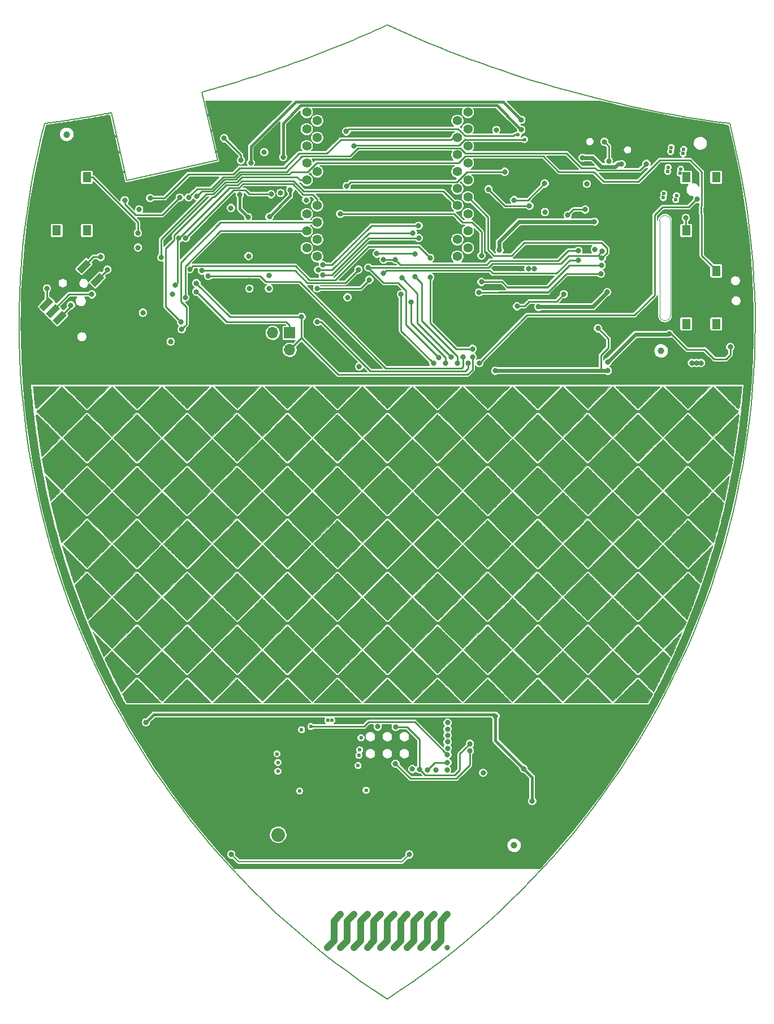
<source format=gbr>
%TF.GenerationSoftware,KiCad,Pcbnew,5.99.0-unknown-r17145-8bd2765f*%
%TF.CreationDate,2019-12-26T00:38:17+08:00*%
%TF.ProjectId,r2,72322e6b-6963-4616-945f-706362585858,rev?*%
%TF.SameCoordinates,Original*%
%TF.FileFunction,Copper,L1,Top*%
%TF.FilePolarity,Positive*%
%FSLAX46Y46*%
G04 Gerber Fmt 4.6, Leading zero omitted, Abs format (unit mm)*
G04 Created by KiCad (PCBNEW 5.99.0-unknown-r17145-8bd2765f) date 2019-12-26 00:38:17*
%MOMM*%
%LPD*%
G04 APERTURE LIST*
%ADD10C,0.200000*%
%TA.AperFunction,Profile*%
%ADD11C,0.200000*%
%TD*%
%TA.AperFunction,Profile*%
%ADD12C,0.100000*%
%TD*%
%TA.AperFunction,EtchedComponent*%
%ADD13C,0.010000*%
%TD*%
%TA.AperFunction,EtchedComponent*%
%ADD14C,1.000000*%
%TD*%
%TA.AperFunction,ComponentPad*%
%ADD15C,0.600000*%
%TD*%
%TA.AperFunction,ComponentPad*%
%ADD16C,0.400000*%
%TD*%
%TA.AperFunction,ComponentPad*%
%ADD17O,1.700000X1.700000*%
%TD*%
%TA.AperFunction,ComponentPad*%
%ADD18R,1.700000X1.700000*%
%TD*%
%TA.AperFunction,SMDPad,CuDef*%
%ADD19R,1.300000X1.550000*%
%TD*%
%TA.AperFunction,ComponentPad*%
%ADD20C,2.250000*%
%TD*%
%TA.AperFunction,ComponentPad*%
%ADD21C,2.050000*%
%TD*%
%TA.AperFunction,Conductor*%
%ADD22C,1.000000*%
%TD*%
%TA.AperFunction,BGAPad,CuDef*%
%ADD23C,1.000000*%
%TD*%
%TA.AperFunction,ViaPad*%
%ADD24C,0.800000*%
%TD*%
%TA.AperFunction,ComponentPad*%
%ADD25C,1.400000*%
%TD*%
%TA.AperFunction,ComponentPad*%
%ADD26C,1.000000*%
%TD*%
%TA.AperFunction,ViaPad*%
%ADD27C,0.600000*%
%TD*%
%TA.AperFunction,ViaPad*%
%ADD28C,0.500000*%
%TD*%
%TA.AperFunction,Conductor*%
%ADD29C,0.250000*%
%TD*%
%TA.AperFunction,Conductor*%
%ADD30C,0.400000*%
%TD*%
%TA.AperFunction,Conductor*%
%ADD31C,0.200000*%
%TD*%
%TA.AperFunction,Conductor*%
%ADD32C,0.450000*%
%TD*%
%TA.AperFunction,Conductor*%
%ADD33C,0.600000*%
%TD*%
%TA.AperFunction,Conductor*%
%ADD34C,0.300000*%
%TD*%
G04 APERTURE END LIST*
D10*
X-46883119Y57219047D02*
X-45998794Y55024030D01*
X-45072774Y52850080D01*
X-44105487Y50697719D01*
X-43097358Y48567469D01*
X-42048818Y46459852D01*
X-40960292Y44375391D01*
X-39832210Y42314607D01*
X-38664999Y40278023D01*
X-37459086Y38266162D01*
X-36214900Y36279544D01*
X-34932868Y34318693D01*
X-33613417Y32384130D01*
X-32256977Y30476379D01*
X-30863974Y28595960D01*
X-29434836Y26743397D01*
X-27969992Y24919211D01*
X-26469868Y23123925D01*
X-24934893Y21358060D01*
X-23365494Y19622140D01*
X-21762100Y17916686D01*
X-20125137Y16242221D01*
X-18455034Y14599266D01*
X-16752218Y12988344D01*
X-15017118Y11409978D01*
X-13250161Y9864688D01*
X-11451775Y8352998D01*
X-9622387Y6875430D01*
X-7762426Y5432506D01*
X-5872319Y4024748D01*
X-3952493Y2652678D01*
X-2003378Y1316819D01*
X-25400Y17693D01*
D11*
X-25387675Y125540899D02*
X-39068699Y122480184D01*
D10*
X-25400Y17693D02*
X1952607Y1316796D01*
X3901753Y2652634D01*
X5821608Y4024683D01*
X7711746Y5432421D01*
X9571738Y6875326D01*
X11401156Y8352876D01*
X13199573Y9864548D01*
X14966562Y11409821D01*
X16701693Y12988171D01*
X18404540Y14599078D01*
X20074674Y16242018D01*
X21711668Y17916470D01*
X23315094Y19621911D01*
X24884525Y21357819D01*
X26419532Y23123672D01*
X27919687Y24918948D01*
X29384563Y26743124D01*
X30813733Y28595678D01*
X32206768Y30476088D01*
X33563240Y32383832D01*
X34882722Y34318388D01*
X36164785Y36279233D01*
X37409003Y38265846D01*
X38614948Y40277703D01*
X39782190Y42314283D01*
X40910304Y44375064D01*
X41998860Y46459523D01*
X43047432Y48567138D01*
X44055591Y50697387D01*
X45022910Y52849748D01*
X45948960Y55023699D01*
X46833315Y57218717D01*
X46833315Y57218717D02*
X47674233Y59430739D01*
X48470235Y61655601D01*
X49221280Y63892629D01*
X49927327Y66141149D01*
X50588335Y68400488D01*
X51204266Y70669972D01*
X51775077Y72948926D01*
X52300728Y75236677D01*
X52781180Y77532551D01*
X53216391Y79835874D01*
X53606321Y82145973D01*
X53950931Y84462173D01*
X54250178Y86783801D01*
X54504023Y89110182D01*
X54712426Y91440644D01*
X54875345Y93774512D01*
X54992741Y96111112D01*
X55064573Y98449770D01*
X55090801Y100789813D01*
X55071384Y103130566D01*
X55006282Y105471357D01*
X54895454Y107811510D01*
X54738859Y110150353D01*
X54536459Y112487211D01*
X54288211Y114821411D01*
X53994075Y117152278D01*
X53654012Y119479139D01*
X53267981Y121801320D01*
X52835940Y124118147D01*
X52357850Y126428946D01*
X51833671Y128733044D01*
X51263362Y131029767D01*
D11*
X-27807059Y135739115D02*
X-25387675Y125540899D01*
D10*
X-41327353Y132632849D02*
X-41637711Y132574316D01*
X-41948184Y132516325D01*
X-42258772Y132458877D01*
X-42569473Y132401972D01*
X-42880287Y132345610D01*
X-43191214Y132289790D01*
X-43502252Y132234514D01*
X-43813401Y132179782D01*
X-44124660Y132125593D01*
X-44436029Y132071948D01*
X-44747506Y132018847D01*
X-45059091Y131966290D01*
X-45370784Y131914278D01*
X-45682583Y131862810D01*
X-45994488Y131811888D01*
X-46306499Y131761510D01*
X-46618614Y131711678D01*
X-46930833Y131662391D01*
X-47243155Y131613650D01*
X-47555579Y131565455D01*
X-47868106Y131517806D01*
X-48180733Y131470703D01*
X-48493461Y131424147D01*
X-48806288Y131378137D01*
X-49119214Y131332675D01*
X-49432238Y131287759D01*
X-49745360Y131243391D01*
X-50058579Y131199570D01*
X-50371894Y131156297D01*
X-50685304Y131113572D01*
X-50998809Y131071395D01*
X-51312409Y131029767D01*
X-25400Y145770600D02*
X-868405Y145387969D01*
X-1713210Y145009749D01*
X-2559797Y144635945D01*
X-3408149Y144266562D01*
X-4258247Y143901604D01*
X-5110075Y143541077D01*
X-5963614Y143184986D01*
X-6818848Y142833336D01*
X-7675758Y142486132D01*
X-8534327Y142143378D01*
X-9394538Y141805081D01*
X-10256373Y141471245D01*
X-11119814Y141141875D01*
X-11984844Y140816976D01*
X-12851445Y140496553D01*
X-13719600Y140180611D01*
X-14589292Y139869156D01*
X-15460501Y139562192D01*
X-16333212Y139259724D01*
X-17207406Y138961758D01*
X-18083067Y138668299D01*
X-18960175Y138379351D01*
X-19838715Y138094919D01*
X-20718667Y137815009D01*
X-21600016Y137539626D01*
X-22482742Y137268775D01*
X-23366829Y137002460D01*
X-24252259Y136740687D01*
X-25139015Y136483461D01*
X-26027078Y136230787D01*
X-26916432Y135982670D01*
X-27807059Y135739115D01*
D11*
X-39068699Y122480184D02*
X-41327353Y132632849D01*
D10*
X-51312409Y131029767D02*
X-51882734Y128733061D01*
X-52406930Y126428980D01*
X-52885037Y124118197D01*
X-53317096Y121801386D01*
X-53703146Y119479221D01*
X-54043228Y117152375D01*
X-54337383Y114821523D01*
X-54585651Y112487337D01*
X-54788072Y110150493D01*
X-54944687Y107811664D01*
X-55055536Y105471524D01*
X-55120661Y103130746D01*
X-55140100Y100790005D01*
X-55113895Y98449974D01*
X-55042086Y96111327D01*
X-54924714Y93774739D01*
X-54761819Y91440881D01*
X-54553441Y89110430D01*
X-54299621Y86784058D01*
X-54000399Y84462439D01*
X-53655816Y82146247D01*
X-53265911Y79836157D01*
X-52830727Y77532841D01*
X-52350302Y75236974D01*
X-51824678Y72949229D01*
X-51253895Y70670280D01*
X-50637993Y68400802D01*
X-49977013Y66141468D01*
X-49270995Y63892951D01*
X-48519980Y61655926D01*
X-47724007Y59431067D01*
X-46883119Y57219047D01*
X51263362Y131029767D02*
X49602155Y131256651D01*
X47943674Y131498917D01*
X46288025Y131756534D01*
X44635311Y132029473D01*
X42985636Y132317704D01*
X41339105Y132621196D01*
X39695823Y132939920D01*
X38055893Y133273846D01*
X36419420Y133622943D01*
X34786508Y133987182D01*
X33157261Y134366533D01*
X31531785Y134760965D01*
X29910183Y135170449D01*
X28292559Y135594955D01*
X26679018Y136034453D01*
X25069664Y136488913D01*
X23464602Y136958304D01*
X21863936Y137442597D01*
X20267770Y137941762D01*
X18676208Y138455769D01*
X17089356Y138984587D01*
X15507316Y139528188D01*
X13930194Y140086540D01*
X12358094Y140659615D01*
X10791120Y141247381D01*
X9229377Y141849809D01*
X7672968Y142466869D01*
X6121999Y143098531D01*
X4576573Y143744765D01*
X3036795Y144405541D01*
X1502769Y145080829D01*
X-25400Y145770600D01*
D12*
X42402116Y116476400D02*
X42402116Y102320000D01*
X40773836Y116476400D02*
G75*
G02X42402116Y116476400I814140J0D01*
G01*
X40773835Y102320000D02*
X40773835Y116476400D01*
X42402117Y102320000D02*
G75*
G02X40773835Y102320000I-814141J0D01*
G01*
%TO.C,XY1*%
G36*
X51441802Y91708749D02*
G01*
X51740673Y91708472D01*
X52001869Y91707970D01*
X52227717Y91707207D01*
X52420546Y91706151D01*
X52582684Y91704767D01*
X52716460Y91703021D01*
X52824203Y91700880D01*
X52908241Y91698308D01*
X52970902Y91695273D01*
X53014516Y91691740D01*
X53041410Y91687676D01*
X53053912Y91683046D01*
X53055500Y91680342D01*
X53053622Y91655028D01*
X53048191Y91590989D01*
X53039516Y91491654D01*
X53027902Y91360457D01*
X53013658Y91200828D01*
X52997089Y91016199D01*
X52978502Y90810001D01*
X52958205Y90585666D01*
X52936505Y90346624D01*
X52918837Y90152548D01*
X52782173Y88653245D01*
X52649573Y88519456D01*
X52588084Y88459745D01*
X52536345Y88413771D01*
X52502359Y88388466D01*
X52495144Y88385666D01*
X52477577Y88400338D01*
X52432052Y88443083D01*
X52360498Y88511994D01*
X52264849Y88605166D01*
X52147033Y88720692D01*
X52008983Y88856668D01*
X51852630Y89011185D01*
X51679903Y89182339D01*
X51492736Y89368224D01*
X51293057Y89566933D01*
X51082799Y89776560D01*
X50863892Y89995199D01*
X50811834Y90047250D01*
X49150351Y91708833D01*
X51102926Y91708833D01*
X51441802Y91708749D01*
G37*
D13*
X51441802Y91708749D02*
X51740673Y91708472D01*
X52001869Y91707970D01*
X52227717Y91707207D01*
X52420546Y91706151D01*
X52582684Y91704767D01*
X52716460Y91703021D01*
X52824203Y91700880D01*
X52908241Y91698308D01*
X52970902Y91695273D01*
X53014516Y91691740D01*
X53041410Y91687676D01*
X53053912Y91683046D01*
X53055500Y91680342D01*
X53053622Y91655028D01*
X53048191Y91590989D01*
X53039516Y91491654D01*
X53027902Y91360457D01*
X53013658Y91200828D01*
X52997089Y91016199D01*
X52978502Y90810001D01*
X52958205Y90585666D01*
X52936505Y90346624D01*
X52918837Y90152548D01*
X52782173Y88653245D01*
X52649573Y88519456D01*
X52588084Y88459745D01*
X52536345Y88413771D01*
X52502359Y88388466D01*
X52495144Y88385666D01*
X52477577Y88400338D01*
X52432052Y88443083D01*
X52360498Y88511994D01*
X52264849Y88605166D01*
X52147033Y88720692D01*
X52008983Y88856668D01*
X51852630Y89011185D01*
X51679903Y89182339D01*
X51492736Y89368224D01*
X51293057Y89566933D01*
X51082799Y89776560D01*
X50863892Y89995199D01*
X50811834Y90047250D01*
X49150351Y91708833D01*
X51102926Y91708833D01*
X51441802Y91708749D01*
G36*
X46684334Y90047250D02*
G01*
X46463659Y89826771D01*
X46251155Y89614861D01*
X46048753Y89413427D01*
X45858388Y89224374D01*
X45681992Y89049610D01*
X45521500Y88891041D01*
X45378844Y88750573D01*
X45255957Y88630112D01*
X45154774Y88531565D01*
X45077228Y88456838D01*
X45025251Y88407839D01*
X45000778Y88386472D01*
X44999235Y88385666D01*
X44981367Y88400288D01*
X44935457Y88442881D01*
X44863453Y88511537D01*
X44767304Y88604350D01*
X44648958Y88719411D01*
X44510363Y88854814D01*
X44353466Y89008650D01*
X44180216Y89179014D01*
X43992561Y89363996D01*
X43792449Y89561689D01*
X43581828Y89770187D01*
X43362647Y89987581D01*
X43321726Y90028213D01*
X43101432Y90247165D01*
X42889742Y90457897D01*
X42688574Y90658481D01*
X42499848Y90846987D01*
X42325485Y91021487D01*
X42167404Y91180052D01*
X42027525Y91320754D01*
X41907768Y91441664D01*
X41810051Y91540853D01*
X41736296Y91616393D01*
X41688421Y91666355D01*
X41668347Y91688811D01*
X41667834Y91689796D01*
X41688710Y91692147D01*
X41750181Y91694385D01*
X41850507Y91696500D01*
X41987950Y91698483D01*
X42160769Y91700323D01*
X42367227Y91702011D01*
X42605583Y91703536D01*
X42874100Y91704889D01*
X43171038Y91706060D01*
X43494658Y91707038D01*
X43843221Y91707815D01*
X44214988Y91708379D01*
X44608220Y91708722D01*
X45006825Y91708833D01*
X48345816Y91708833D01*
X46684334Y90047250D01*
G37*
X46684334Y90047250D02*
X46463659Y89826771D01*
X46251155Y89614861D01*
X46048753Y89413427D01*
X45858388Y89224374D01*
X45681992Y89049610D01*
X45521500Y88891041D01*
X45378844Y88750573D01*
X45255957Y88630112D01*
X45154774Y88531565D01*
X45077228Y88456838D01*
X45025251Y88407839D01*
X45000778Y88386472D01*
X44999235Y88385666D01*
X44981367Y88400288D01*
X44935457Y88442881D01*
X44863453Y88511537D01*
X44767304Y88604350D01*
X44648958Y88719411D01*
X44510363Y88854814D01*
X44353466Y89008650D01*
X44180216Y89179014D01*
X43992561Y89363996D01*
X43792449Y89561689D01*
X43581828Y89770187D01*
X43362647Y89987581D01*
X43321726Y90028213D01*
X43101432Y90247165D01*
X42889742Y90457897D01*
X42688574Y90658481D01*
X42499848Y90846987D01*
X42325485Y91021487D01*
X42167404Y91180052D01*
X42027525Y91320754D01*
X41907768Y91441664D01*
X41810051Y91540853D01*
X41736296Y91616393D01*
X41688421Y91666355D01*
X41668347Y91688811D01*
X41667834Y91689796D01*
X41688710Y91692147D01*
X41750181Y91694385D01*
X41850507Y91696500D01*
X41987950Y91698483D01*
X42160769Y91700323D01*
X42367227Y91702011D01*
X42605583Y91703536D01*
X42874100Y91704889D01*
X43171038Y91706060D01*
X43494658Y91707038D01*
X43843221Y91707815D01*
X44214988Y91708379D01*
X44608220Y91708722D01*
X45006825Y91708833D01*
X48345816Y91708833D01*
X46684334Y90047250D01*
G36*
X37869553Y91708734D02*
G01*
X38229437Y91708442D01*
X38575391Y91707969D01*
X38905152Y91707326D01*
X39216459Y91706523D01*
X39507051Y91705572D01*
X39774665Y91704482D01*
X40017041Y91703266D01*
X40231916Y91701934D01*
X40417030Y91700496D01*
X40570119Y91698963D01*
X40688924Y91697348D01*
X40771181Y91695659D01*
X40814630Y91693908D01*
X40821167Y91692907D01*
X40806483Y91674795D01*
X40763996Y91629297D01*
X40696049Y91558748D01*
X40604988Y91465479D01*
X40493156Y91351825D01*
X40362898Y91220119D01*
X40216559Y91072694D01*
X40056483Y90911882D01*
X39885015Y90740018D01*
X39704500Y90559434D01*
X39517281Y90372464D01*
X39325703Y90181441D01*
X39132111Y89988698D01*
X38938850Y89796568D01*
X38748263Y89607385D01*
X38562696Y89423481D01*
X38384492Y89247191D01*
X38215997Y89080846D01*
X38059555Y88926781D01*
X37917510Y88787329D01*
X37792207Y88664822D01*
X37685991Y88561594D01*
X37601206Y88479979D01*
X37540196Y88422309D01*
X37505306Y88390917D01*
X37497899Y88385666D01*
X37478985Y88400347D01*
X37432157Y88443109D01*
X37359368Y88512036D01*
X37262573Y88605212D01*
X37143724Y88720718D01*
X37004777Y88856637D01*
X36847685Y89011053D01*
X36674402Y89182048D01*
X36486883Y89367705D01*
X36287081Y89566107D01*
X36076950Y89775337D01*
X35858445Y89993478D01*
X35820491Y90031425D01*
X35601152Y90250919D01*
X35390385Y90462109D01*
X35190106Y90663063D01*
X35002227Y90851848D01*
X34828663Y91026532D01*
X34671328Y91185183D01*
X34532136Y91325867D01*
X34413000Y91446653D01*
X34315835Y91545608D01*
X34242554Y91620800D01*
X34195071Y91670295D01*
X34175301Y91692162D01*
X34174834Y91693009D01*
X34195623Y91694778D01*
X34256485Y91696492D01*
X34355156Y91698139D01*
X34489376Y91699709D01*
X34656883Y91701192D01*
X34855415Y91702576D01*
X35082710Y91703850D01*
X35336507Y91705004D01*
X35614545Y91706027D01*
X35914561Y91706909D01*
X36234295Y91707638D01*
X36571483Y91708203D01*
X36923866Y91708595D01*
X37289181Y91708802D01*
X37498000Y91708833D01*
X37869553Y91708734D01*
G37*
X37869553Y91708734D02*
X38229437Y91708442D01*
X38575391Y91707969D01*
X38905152Y91707326D01*
X39216459Y91706523D01*
X39507051Y91705572D01*
X39774665Y91704482D01*
X40017041Y91703266D01*
X40231916Y91701934D01*
X40417030Y91700496D01*
X40570119Y91698963D01*
X40688924Y91697348D01*
X40771181Y91695659D01*
X40814630Y91693908D01*
X40821167Y91692907D01*
X40806483Y91674795D01*
X40763996Y91629297D01*
X40696049Y91558748D01*
X40604988Y91465479D01*
X40493156Y91351825D01*
X40362898Y91220119D01*
X40216559Y91072694D01*
X40056483Y90911882D01*
X39885015Y90740018D01*
X39704500Y90559434D01*
X39517281Y90372464D01*
X39325703Y90181441D01*
X39132111Y89988698D01*
X38938850Y89796568D01*
X38748263Y89607385D01*
X38562696Y89423481D01*
X38384492Y89247191D01*
X38215997Y89080846D01*
X38059555Y88926781D01*
X37917510Y88787329D01*
X37792207Y88664822D01*
X37685991Y88561594D01*
X37601206Y88479979D01*
X37540196Y88422309D01*
X37505306Y88390917D01*
X37497899Y88385666D01*
X37478985Y88400347D01*
X37432157Y88443109D01*
X37359368Y88512036D01*
X37262573Y88605212D01*
X37143724Y88720718D01*
X37004777Y88856637D01*
X36847685Y89011053D01*
X36674402Y89182048D01*
X36486883Y89367705D01*
X36287081Y89566107D01*
X36076950Y89775337D01*
X35858445Y89993478D01*
X35820491Y90031425D01*
X35601152Y90250919D01*
X35390385Y90462109D01*
X35190106Y90663063D01*
X35002227Y90851848D01*
X34828663Y91026532D01*
X34671328Y91185183D01*
X34532136Y91325867D01*
X34413000Y91446653D01*
X34315835Y91545608D01*
X34242554Y91620800D01*
X34195071Y91670295D01*
X34175301Y91692162D01*
X34174834Y91693009D01*
X34195623Y91694778D01*
X34256485Y91696492D01*
X34355156Y91698139D01*
X34489376Y91699709D01*
X34656883Y91701192D01*
X34855415Y91702576D01*
X35082710Y91703850D01*
X35336507Y91705004D01*
X35614545Y91706027D01*
X35914561Y91706909D01*
X36234295Y91707638D01*
X36571483Y91708203D01*
X36923866Y91708595D01*
X37289181Y91708802D01*
X37498000Y91708833D01*
X37869553Y91708734D01*
G36*
X31677167Y90047250D02*
G01*
X31456530Y89826788D01*
X31244102Y89614893D01*
X31041811Y89413473D01*
X30851589Y89224431D01*
X30675365Y89049676D01*
X30515070Y88891111D01*
X30372634Y88750644D01*
X30249987Y88630181D01*
X30149060Y88531626D01*
X30071782Y88456887D01*
X30020084Y88407869D01*
X29995895Y88386478D01*
X29994417Y88385666D01*
X29976925Y88400338D01*
X29931472Y88443081D01*
X29859989Y88511989D01*
X29764407Y88605158D01*
X29646654Y88720681D01*
X29508663Y88856651D01*
X29352361Y89011164D01*
X29179681Y89182312D01*
X28992552Y89368191D01*
X28792905Y89566894D01*
X28582669Y89776516D01*
X28363775Y89995149D01*
X28311667Y90047250D01*
X26650185Y91708833D01*
X33338649Y91708833D01*
X31677167Y90047250D01*
G37*
X31677167Y90047250D02*
X31456530Y89826788D01*
X31244102Y89614893D01*
X31041811Y89413473D01*
X30851589Y89224431D01*
X30675365Y89049676D01*
X30515070Y88891111D01*
X30372634Y88750644D01*
X30249987Y88630181D01*
X30149060Y88531626D01*
X30071782Y88456887D01*
X30020084Y88407869D01*
X29995895Y88386478D01*
X29994417Y88385666D01*
X29976925Y88400338D01*
X29931472Y88443081D01*
X29859989Y88511989D01*
X29764407Y88605158D01*
X29646654Y88720681D01*
X29508663Y88856651D01*
X29352361Y89011164D01*
X29179681Y89182312D01*
X28992552Y89368191D01*
X28792905Y89566894D01*
X28582669Y89776516D01*
X28363775Y89995149D01*
X28311667Y90047250D01*
X26650185Y91708833D01*
X33338649Y91708833D01*
X31677167Y90047250D01*
G36*
X24184167Y90047250D02*
G01*
X23963530Y89826788D01*
X23751102Y89614893D01*
X23548811Y89413473D01*
X23358589Y89224431D01*
X23182365Y89049676D01*
X23022070Y88891111D01*
X22879634Y88750644D01*
X22756987Y88630181D01*
X22656060Y88531626D01*
X22578782Y88456887D01*
X22527084Y88407869D01*
X22502895Y88386478D01*
X22501417Y88385666D01*
X22483925Y88400338D01*
X22438472Y88443081D01*
X22366989Y88511989D01*
X22271407Y88605158D01*
X22153654Y88720681D01*
X22015663Y88856651D01*
X21859361Y89011164D01*
X21686681Y89182312D01*
X21499552Y89368191D01*
X21299905Y89566894D01*
X21089669Y89776516D01*
X20870775Y89995149D01*
X20818667Y90047250D01*
X19157185Y91708833D01*
X25845649Y91708833D01*
X24184167Y90047250D01*
G37*
X24184167Y90047250D02*
X23963530Y89826788D01*
X23751102Y89614893D01*
X23548811Y89413473D01*
X23358589Y89224431D01*
X23182365Y89049676D01*
X23022070Y88891111D01*
X22879634Y88750644D01*
X22756987Y88630181D01*
X22656060Y88531626D01*
X22578782Y88456887D01*
X22527084Y88407869D01*
X22502895Y88386478D01*
X22501417Y88385666D01*
X22483925Y88400338D01*
X22438472Y88443081D01*
X22366989Y88511989D01*
X22271407Y88605158D01*
X22153654Y88720681D01*
X22015663Y88856651D01*
X21859361Y89011164D01*
X21686681Y89182312D01*
X21499552Y89368191D01*
X21299905Y89566894D01*
X21089669Y89776516D01*
X20870775Y89995149D01*
X20818667Y90047250D01*
X19157185Y91708833D01*
X25845649Y91708833D01*
X24184167Y90047250D01*
G36*
X15369387Y91708734D02*
G01*
X15729271Y91708442D01*
X16075224Y91707969D01*
X16404985Y91707326D01*
X16716292Y91706523D01*
X17006884Y91705572D01*
X17274499Y91704482D01*
X17516874Y91703266D01*
X17731750Y91701934D01*
X17916863Y91700496D01*
X18069953Y91698963D01*
X18188757Y91697348D01*
X18271014Y91695659D01*
X18314463Y91693908D01*
X18321000Y91692907D01*
X18306317Y91674795D01*
X18263829Y91629297D01*
X18195883Y91558748D01*
X18104821Y91465479D01*
X17992989Y91351825D01*
X17862732Y91220119D01*
X17716393Y91072694D01*
X17556317Y90911882D01*
X17384849Y90740018D01*
X17204333Y90559434D01*
X17017114Y90372464D01*
X16825536Y90181441D01*
X16631944Y89988698D01*
X16438683Y89796568D01*
X16248096Y89607385D01*
X16062529Y89423481D01*
X15884325Y89247191D01*
X15715830Y89080846D01*
X15559388Y88926781D01*
X15417343Y88787329D01*
X15292041Y88664822D01*
X15185824Y88561594D01*
X15101039Y88479979D01*
X15040029Y88422309D01*
X15005139Y88390917D01*
X14997732Y88385666D01*
X14978819Y88400347D01*
X14931991Y88443109D01*
X14859202Y88512036D01*
X14762406Y88605212D01*
X14643557Y88720718D01*
X14504610Y88856637D01*
X14347518Y89011053D01*
X14174235Y89182048D01*
X13986716Y89367705D01*
X13786914Y89566107D01*
X13576783Y89775337D01*
X13358278Y89993478D01*
X13320324Y90031425D01*
X13100985Y90250919D01*
X12890219Y90462109D01*
X12689939Y90663063D01*
X12502061Y90851848D01*
X12328497Y91026532D01*
X12171162Y91185183D01*
X12031969Y91325867D01*
X11912833Y91446653D01*
X11815668Y91545608D01*
X11742387Y91620800D01*
X11694905Y91670295D01*
X11675135Y91692162D01*
X11674667Y91693009D01*
X11695457Y91694778D01*
X11756318Y91696492D01*
X11854989Y91698139D01*
X11989209Y91699709D01*
X12156716Y91701192D01*
X12355248Y91702576D01*
X12582543Y91703850D01*
X12836341Y91705004D01*
X13114378Y91706027D01*
X13414395Y91706909D01*
X13734128Y91707638D01*
X14071317Y91708203D01*
X14423699Y91708595D01*
X14789014Y91708802D01*
X14997834Y91708833D01*
X15369387Y91708734D01*
G37*
X15369387Y91708734D02*
X15729271Y91708442D01*
X16075224Y91707969D01*
X16404985Y91707326D01*
X16716292Y91706523D01*
X17006884Y91705572D01*
X17274499Y91704482D01*
X17516874Y91703266D01*
X17731750Y91701934D01*
X17916863Y91700496D01*
X18069953Y91698963D01*
X18188757Y91697348D01*
X18271014Y91695659D01*
X18314463Y91693908D01*
X18321000Y91692907D01*
X18306317Y91674795D01*
X18263829Y91629297D01*
X18195883Y91558748D01*
X18104821Y91465479D01*
X17992989Y91351825D01*
X17862732Y91220119D01*
X17716393Y91072694D01*
X17556317Y90911882D01*
X17384849Y90740018D01*
X17204333Y90559434D01*
X17017114Y90372464D01*
X16825536Y90181441D01*
X16631944Y89988698D01*
X16438683Y89796568D01*
X16248096Y89607385D01*
X16062529Y89423481D01*
X15884325Y89247191D01*
X15715830Y89080846D01*
X15559388Y88926781D01*
X15417343Y88787329D01*
X15292041Y88664822D01*
X15185824Y88561594D01*
X15101039Y88479979D01*
X15040029Y88422309D01*
X15005139Y88390917D01*
X14997732Y88385666D01*
X14978819Y88400347D01*
X14931991Y88443109D01*
X14859202Y88512036D01*
X14762406Y88605212D01*
X14643557Y88720718D01*
X14504610Y88856637D01*
X14347518Y89011053D01*
X14174235Y89182048D01*
X13986716Y89367705D01*
X13786914Y89566107D01*
X13576783Y89775337D01*
X13358278Y89993478D01*
X13320324Y90031425D01*
X13100985Y90250919D01*
X12890219Y90462109D01*
X12689939Y90663063D01*
X12502061Y90851848D01*
X12328497Y91026532D01*
X12171162Y91185183D01*
X12031969Y91325867D01*
X11912833Y91446653D01*
X11815668Y91545608D01*
X11742387Y91620800D01*
X11694905Y91670295D01*
X11675135Y91692162D01*
X11674667Y91693009D01*
X11695457Y91694778D01*
X11756318Y91696492D01*
X11854989Y91698139D01*
X11989209Y91699709D01*
X12156716Y91701192D01*
X12355248Y91702576D01*
X12582543Y91703850D01*
X12836341Y91705004D01*
X13114378Y91706027D01*
X13414395Y91706909D01*
X13734128Y91707638D01*
X14071317Y91708203D01*
X14423699Y91708595D01*
X14789014Y91708802D01*
X14997834Y91708833D01*
X15369387Y91708734D01*
G36*
X7915393Y91708712D02*
G01*
X8318987Y91708354D01*
X8698259Y91707768D01*
X9051677Y91706964D01*
X9377708Y91705950D01*
X9674819Y91704734D01*
X9941478Y91703327D01*
X10176152Y91701736D01*
X10377309Y91699970D01*
X10543417Y91698040D01*
X10672943Y91695952D01*
X10764354Y91693717D01*
X10816117Y91691343D01*
X10828000Y91689470D01*
X10813297Y91671864D01*
X10770751Y91626905D01*
X10702709Y91556919D01*
X10611516Y91464231D01*
X10499518Y91351165D01*
X10369060Y91220048D01*
X10222489Y91073204D01*
X10062150Y90912959D01*
X9890389Y90741638D01*
X9709551Y90561566D01*
X9521983Y90375068D01*
X9330030Y90184470D01*
X9136038Y89992097D01*
X8942353Y89800274D01*
X8751320Y89611327D01*
X8565286Y89427581D01*
X8386595Y89251360D01*
X8217595Y89084990D01*
X8060630Y88930797D01*
X7918046Y88791106D01*
X7792189Y88668241D01*
X7685405Y88564529D01*
X7600040Y88482293D01*
X7538439Y88423861D01*
X7502948Y88391556D01*
X7495043Y88385666D01*
X7477445Y88400338D01*
X7431889Y88443084D01*
X7360306Y88511996D01*
X7264629Y88605169D01*
X7146788Y88720697D01*
X7008714Y88856674D01*
X6852338Y89011194D01*
X6679593Y89182350D01*
X6492409Y89368237D01*
X6292718Y89566948D01*
X6082450Y89776578D01*
X5863538Y89995220D01*
X5811500Y90047250D01*
X4150018Y91708833D01*
X7489009Y91708833D01*
X7915393Y91708712D01*
G37*
X7915393Y91708712D02*
X8318987Y91708354D01*
X8698259Y91707768D01*
X9051677Y91706964D01*
X9377708Y91705950D01*
X9674819Y91704734D01*
X9941478Y91703327D01*
X10176152Y91701736D01*
X10377309Y91699970D01*
X10543417Y91698040D01*
X10672943Y91695952D01*
X10764354Y91693717D01*
X10816117Y91691343D01*
X10828000Y91689470D01*
X10813297Y91671864D01*
X10770751Y91626905D01*
X10702709Y91556919D01*
X10611516Y91464231D01*
X10499518Y91351165D01*
X10369060Y91220048D01*
X10222489Y91073204D01*
X10062150Y90912959D01*
X9890389Y90741638D01*
X9709551Y90561566D01*
X9521983Y90375068D01*
X9330030Y90184470D01*
X9136038Y89992097D01*
X8942353Y89800274D01*
X8751320Y89611327D01*
X8565286Y89427581D01*
X8386595Y89251360D01*
X8217595Y89084990D01*
X8060630Y88930797D01*
X7918046Y88791106D01*
X7792189Y88668241D01*
X7685405Y88564529D01*
X7600040Y88482293D01*
X7538439Y88423861D01*
X7502948Y88391556D01*
X7495043Y88385666D01*
X7477445Y88400338D01*
X7431889Y88443084D01*
X7360306Y88511996D01*
X7264629Y88605169D01*
X7146788Y88720697D01*
X7008714Y88856674D01*
X6852338Y89011194D01*
X6679593Y89182350D01*
X6492409Y89368237D01*
X6292718Y89566948D01*
X6082450Y89776578D01*
X5863538Y89995220D01*
X5811500Y90047250D01*
X4150018Y91708833D01*
X7489009Y91708833D01*
X7915393Y91708712D01*
G36*
X1684000Y90047250D02*
G01*
X1463364Y89826788D01*
X1250935Y89614893D01*
X1048645Y89413473D01*
X858422Y89224431D01*
X682199Y89049676D01*
X521904Y88891111D01*
X379467Y88750644D01*
X256821Y88630181D01*
X155893Y88531626D01*
X78615Y88456887D01*
X26917Y88407869D01*
X2729Y88386478D01*
X1250Y88385666D01*
X-16242Y88400338D01*
X-61695Y88443081D01*
X-133177Y88511989D01*
X-228760Y88605158D01*
X-346512Y88720681D01*
X-484504Y88856651D01*
X-640805Y89011164D01*
X-813485Y89182312D01*
X-1000614Y89368191D01*
X-1200262Y89566894D01*
X-1410498Y89776516D01*
X-1629392Y89995149D01*
X-1681500Y90047250D01*
X-3342982Y91708833D01*
X3345482Y91708833D01*
X1684000Y90047250D01*
G37*
X1684000Y90047250D02*
X1463364Y89826788D01*
X1250935Y89614893D01*
X1048645Y89413473D01*
X858422Y89224431D01*
X682199Y89049676D01*
X521904Y88891111D01*
X379467Y88750644D01*
X256821Y88630181D01*
X155893Y88531626D01*
X78615Y88456887D01*
X26917Y88407869D01*
X2729Y88386478D01*
X1250Y88385666D01*
X-16242Y88400338D01*
X-61695Y88443081D01*
X-133177Y88511989D01*
X-228760Y88605158D01*
X-346512Y88720681D01*
X-484504Y88856651D01*
X-640805Y89011164D01*
X-813485Y89182312D01*
X-1000614Y89368191D01*
X-1200262Y89566894D01*
X-1410498Y89776516D01*
X-1629392Y89995149D01*
X-1681500Y90047250D01*
X-3342982Y91708833D01*
X3345482Y91708833D01*
X1684000Y90047250D01*
G36*
X-7130780Y91708734D02*
G01*
X-6770896Y91708442D01*
X-6424943Y91707969D01*
X-6095181Y91707326D01*
X-5783874Y91706523D01*
X-5493282Y91705572D01*
X-5225668Y91704482D01*
X-4983292Y91703266D01*
X-4768417Y91701934D01*
X-4583304Y91700496D01*
X-4430214Y91698963D01*
X-4311410Y91697348D01*
X-4229152Y91695659D01*
X-4185703Y91693908D01*
X-4179166Y91692907D01*
X-4193850Y91674795D01*
X-4236337Y91629297D01*
X-4304284Y91558748D01*
X-4395346Y91465479D01*
X-4507177Y91351825D01*
X-4637435Y91220119D01*
X-4783774Y91072694D01*
X-4943850Y90911882D01*
X-5115318Y90740018D01*
X-5295834Y90559434D01*
X-5483053Y90372464D01*
X-5674630Y90181441D01*
X-5868222Y89988698D01*
X-6061484Y89796568D01*
X-6252070Y89607385D01*
X-6437638Y89423481D01*
X-6615841Y89247191D01*
X-6784336Y89080846D01*
X-6940779Y88926781D01*
X-7082823Y88787329D01*
X-7208126Y88664822D01*
X-7314342Y88561594D01*
X-7399128Y88479979D01*
X-7460137Y88422309D01*
X-7495027Y88390917D01*
X-7502435Y88385666D01*
X-7521348Y88400347D01*
X-7568176Y88443109D01*
X-7640965Y88512036D01*
X-7737761Y88605212D01*
X-7856609Y88720718D01*
X-7995557Y88856637D01*
X-8152649Y89011053D01*
X-8325931Y89182048D01*
X-8513451Y89367705D01*
X-8713253Y89566107D01*
X-8923383Y89775337D01*
X-9141888Y89993478D01*
X-9179842Y90031425D01*
X-9399182Y90250919D01*
X-9609948Y90462109D01*
X-9810227Y90663063D01*
X-9998106Y90851848D01*
X-10171670Y91026532D01*
X-10329005Y91185183D01*
X-10468198Y91325867D01*
X-10587333Y91446653D01*
X-10684499Y91545608D01*
X-10757780Y91620800D01*
X-10805262Y91670295D01*
X-10825032Y91692162D01*
X-10825500Y91693009D01*
X-10804710Y91694778D01*
X-10743849Y91696492D01*
X-10645177Y91698139D01*
X-10510957Y91699709D01*
X-10343451Y91701192D01*
X-10144919Y91702576D01*
X-9917623Y91703850D01*
X-9663826Y91705004D01*
X-9385788Y91706027D01*
X-9085772Y91706909D01*
X-8766039Y91707638D01*
X-8428850Y91708203D01*
X-8076467Y91708595D01*
X-7711153Y91708802D01*
X-7502333Y91708833D01*
X-7130780Y91708734D01*
G37*
X-7130780Y91708734D02*
X-6770896Y91708442D01*
X-6424943Y91707969D01*
X-6095181Y91707326D01*
X-5783874Y91706523D01*
X-5493282Y91705572D01*
X-5225668Y91704482D01*
X-4983292Y91703266D01*
X-4768417Y91701934D01*
X-4583304Y91700496D01*
X-4430214Y91698963D01*
X-4311410Y91697348D01*
X-4229152Y91695659D01*
X-4185703Y91693908D01*
X-4179166Y91692907D01*
X-4193850Y91674795D01*
X-4236337Y91629297D01*
X-4304284Y91558748D01*
X-4395346Y91465479D01*
X-4507177Y91351825D01*
X-4637435Y91220119D01*
X-4783774Y91072694D01*
X-4943850Y90911882D01*
X-5115318Y90740018D01*
X-5295834Y90559434D01*
X-5483053Y90372464D01*
X-5674630Y90181441D01*
X-5868222Y89988698D01*
X-6061484Y89796568D01*
X-6252070Y89607385D01*
X-6437638Y89423481D01*
X-6615841Y89247191D01*
X-6784336Y89080846D01*
X-6940779Y88926781D01*
X-7082823Y88787329D01*
X-7208126Y88664822D01*
X-7314342Y88561594D01*
X-7399128Y88479979D01*
X-7460137Y88422309D01*
X-7495027Y88390917D01*
X-7502435Y88385666D01*
X-7521348Y88400347D01*
X-7568176Y88443109D01*
X-7640965Y88512036D01*
X-7737761Y88605212D01*
X-7856609Y88720718D01*
X-7995557Y88856637D01*
X-8152649Y89011053D01*
X-8325931Y89182048D01*
X-8513451Y89367705D01*
X-8713253Y89566107D01*
X-8923383Y89775337D01*
X-9141888Y89993478D01*
X-9179842Y90031425D01*
X-9399182Y90250919D01*
X-9609948Y90462109D01*
X-9810227Y90663063D01*
X-9998106Y90851848D01*
X-10171670Y91026532D01*
X-10329005Y91185183D01*
X-10468198Y91325867D01*
X-10587333Y91446653D01*
X-10684499Y91545608D01*
X-10757780Y91620800D01*
X-10805262Y91670295D01*
X-10825032Y91692162D01*
X-10825500Y91693009D01*
X-10804710Y91694778D01*
X-10743849Y91696492D01*
X-10645177Y91698139D01*
X-10510957Y91699709D01*
X-10343451Y91701192D01*
X-10144919Y91702576D01*
X-9917623Y91703850D01*
X-9663826Y91705004D01*
X-9385788Y91706027D01*
X-9085772Y91706909D01*
X-8766039Y91707638D01*
X-8428850Y91708203D01*
X-8076467Y91708595D01*
X-7711153Y91708802D01*
X-7502333Y91708833D01*
X-7130780Y91708734D01*
G36*
X-14638708Y91708734D02*
G01*
X-14277922Y91708444D01*
X-13931056Y91707973D01*
X-13600366Y91707333D01*
X-13288108Y91706533D01*
X-12996540Y91705586D01*
X-12727916Y91704501D01*
X-12484493Y91703290D01*
X-12268528Y91701963D01*
X-12082277Y91700531D01*
X-11927996Y91699005D01*
X-11807941Y91697395D01*
X-11724368Y91695712D01*
X-11679534Y91693967D01*
X-11672166Y91692907D01*
X-11686850Y91674795D01*
X-11729337Y91629297D01*
X-11797284Y91558748D01*
X-11888346Y91465479D01*
X-12000177Y91351825D01*
X-12130435Y91220119D01*
X-12276774Y91072694D01*
X-12436850Y90911882D01*
X-12608318Y90740018D01*
X-12788834Y90559434D01*
X-12976053Y90372464D01*
X-13167630Y90181441D01*
X-13361222Y89988698D01*
X-13554484Y89796568D01*
X-13745070Y89607385D01*
X-13930638Y89423481D01*
X-14108841Y89247191D01*
X-14277336Y89080846D01*
X-14433778Y88926781D01*
X-14575823Y88787329D01*
X-14701126Y88664822D01*
X-14807342Y88561594D01*
X-14892127Y88479979D01*
X-14953137Y88422309D01*
X-14988027Y88390917D01*
X-14995434Y88385666D01*
X-15014329Y88400348D01*
X-15061149Y88443120D01*
X-15133949Y88512075D01*
X-15230787Y88605305D01*
X-15349716Y88720902D01*
X-15488794Y88856957D01*
X-15646076Y89011564D01*
X-15819617Y89182814D01*
X-16007473Y89368799D01*
X-16207700Y89567611D01*
X-16418354Y89777343D01*
X-16637490Y89996085D01*
X-16688666Y90047250D01*
X-18350149Y91708833D01*
X-15011158Y91708833D01*
X-14638708Y91708734D01*
G37*
X-14638708Y91708734D02*
X-14277922Y91708444D01*
X-13931056Y91707973D01*
X-13600366Y91707333D01*
X-13288108Y91706533D01*
X-12996540Y91705586D01*
X-12727916Y91704501D01*
X-12484493Y91703290D01*
X-12268528Y91701963D01*
X-12082277Y91700531D01*
X-11927996Y91699005D01*
X-11807941Y91697395D01*
X-11724368Y91695712D01*
X-11679534Y91693967D01*
X-11672166Y91692907D01*
X-11686850Y91674795D01*
X-11729337Y91629297D01*
X-11797284Y91558748D01*
X-11888346Y91465479D01*
X-12000177Y91351825D01*
X-12130435Y91220119D01*
X-12276774Y91072694D01*
X-12436850Y90911882D01*
X-12608318Y90740018D01*
X-12788834Y90559434D01*
X-12976053Y90372464D01*
X-13167630Y90181441D01*
X-13361222Y89988698D01*
X-13554484Y89796568D01*
X-13745070Y89607385D01*
X-13930638Y89423481D01*
X-14108841Y89247191D01*
X-14277336Y89080846D01*
X-14433778Y88926781D01*
X-14575823Y88787329D01*
X-14701126Y88664822D01*
X-14807342Y88561594D01*
X-14892127Y88479979D01*
X-14953137Y88422309D01*
X-14988027Y88390917D01*
X-14995434Y88385666D01*
X-15014329Y88400348D01*
X-15061149Y88443120D01*
X-15133949Y88512075D01*
X-15230787Y88605305D01*
X-15349716Y88720902D01*
X-15488794Y88856957D01*
X-15646076Y89011564D01*
X-15819617Y89182814D01*
X-16007473Y89368799D01*
X-16207700Y89567611D01*
X-16418354Y89777343D01*
X-16637490Y89996085D01*
X-16688666Y90047250D01*
X-18350149Y91708833D01*
X-15011158Y91708833D01*
X-14638708Y91708734D01*
G36*
X-20816166Y90047250D02*
G01*
X-21036803Y89826788D01*
X-21249231Y89614893D01*
X-21451522Y89413473D01*
X-21641744Y89224431D01*
X-21817968Y89049676D01*
X-21978263Y88891111D01*
X-22120699Y88750644D01*
X-22243346Y88630181D01*
X-22344274Y88531626D01*
X-22421552Y88456887D01*
X-22473250Y88407869D01*
X-22497438Y88386478D01*
X-22498916Y88385666D01*
X-22516409Y88400338D01*
X-22561861Y88443081D01*
X-22633344Y88511989D01*
X-22728927Y88605158D01*
X-22846679Y88720681D01*
X-22984671Y88856651D01*
X-23140972Y89011164D01*
X-23313652Y89182312D01*
X-23500781Y89368191D01*
X-23700429Y89566894D01*
X-23910665Y89776516D01*
X-24129559Y89995149D01*
X-24181666Y90047250D01*
X-25843149Y91708833D01*
X-19154684Y91708833D01*
X-20816166Y90047250D01*
G37*
X-20816166Y90047250D02*
X-21036803Y89826788D01*
X-21249231Y89614893D01*
X-21451522Y89413473D01*
X-21641744Y89224431D01*
X-21817968Y89049676D01*
X-21978263Y88891111D01*
X-22120699Y88750644D01*
X-22243346Y88630181D01*
X-22344274Y88531626D01*
X-22421552Y88456887D01*
X-22473250Y88407869D01*
X-22497438Y88386478D01*
X-22498916Y88385666D01*
X-22516409Y88400338D01*
X-22561861Y88443081D01*
X-22633344Y88511989D01*
X-22728927Y88605158D01*
X-22846679Y88720681D01*
X-22984671Y88856651D01*
X-23140972Y89011164D01*
X-23313652Y89182312D01*
X-23500781Y89368191D01*
X-23700429Y89566894D01*
X-23910665Y89776516D01*
X-24129559Y89995149D01*
X-24181666Y90047250D01*
X-25843149Y91708833D01*
X-19154684Y91708833D01*
X-20816166Y90047250D01*
G36*
X-29630947Y91708734D02*
G01*
X-29271063Y91708442D01*
X-28925109Y91707969D01*
X-28595348Y91707326D01*
X-28284041Y91706523D01*
X-27993449Y91705572D01*
X-27725835Y91704482D01*
X-27483459Y91703266D01*
X-27268584Y91701934D01*
X-27083470Y91700496D01*
X-26930381Y91698963D01*
X-26811576Y91697348D01*
X-26729319Y91695659D01*
X-26685870Y91693908D01*
X-26679333Y91692907D01*
X-26694017Y91674795D01*
X-26736504Y91629297D01*
X-26804451Y91558748D01*
X-26895512Y91465479D01*
X-27007344Y91351825D01*
X-27137602Y91220119D01*
X-27283941Y91072694D01*
X-27444017Y90911882D01*
X-27615485Y90740018D01*
X-27796000Y90559434D01*
X-27983219Y90372464D01*
X-28174797Y90181441D01*
X-28368389Y89988698D01*
X-28561650Y89796568D01*
X-28752237Y89607385D01*
X-28937804Y89423481D01*
X-29116008Y89247191D01*
X-29284503Y89080846D01*
X-29440945Y88926781D01*
X-29582990Y88787329D01*
X-29708293Y88664822D01*
X-29814509Y88561594D01*
X-29899294Y88479979D01*
X-29960304Y88422309D01*
X-29995194Y88390917D01*
X-30002601Y88385666D01*
X-30021515Y88400347D01*
X-30068343Y88443109D01*
X-30141132Y88512036D01*
X-30237927Y88605212D01*
X-30356776Y88720718D01*
X-30495723Y88856637D01*
X-30652815Y89011053D01*
X-30826098Y89182048D01*
X-31013617Y89367705D01*
X-31213419Y89566107D01*
X-31423550Y89775337D01*
X-31642055Y89993478D01*
X-31680009Y90031425D01*
X-31899348Y90250919D01*
X-32110115Y90462109D01*
X-32310394Y90663063D01*
X-32498273Y90851848D01*
X-32671837Y91026532D01*
X-32829172Y91185183D01*
X-32968364Y91325867D01*
X-33087500Y91446653D01*
X-33184665Y91545608D01*
X-33257946Y91620800D01*
X-33305429Y91670295D01*
X-33325199Y91692162D01*
X-33325666Y91693009D01*
X-33304877Y91694778D01*
X-33244015Y91696492D01*
X-33145344Y91698139D01*
X-33011124Y91699709D01*
X-32843617Y91701192D01*
X-32645085Y91702576D01*
X-32417790Y91703850D01*
X-32163993Y91705004D01*
X-31885955Y91706027D01*
X-31585939Y91706909D01*
X-31266205Y91707638D01*
X-30929017Y91708203D01*
X-30576634Y91708595D01*
X-30211319Y91708802D01*
X-30002500Y91708833D01*
X-29630947Y91708734D01*
G37*
X-29630947Y91708734D02*
X-29271063Y91708442D01*
X-28925109Y91707969D01*
X-28595348Y91707326D01*
X-28284041Y91706523D01*
X-27993449Y91705572D01*
X-27725835Y91704482D01*
X-27483459Y91703266D01*
X-27268584Y91701934D01*
X-27083470Y91700496D01*
X-26930381Y91698963D01*
X-26811576Y91697348D01*
X-26729319Y91695659D01*
X-26685870Y91693908D01*
X-26679333Y91692907D01*
X-26694017Y91674795D01*
X-26736504Y91629297D01*
X-26804451Y91558748D01*
X-26895512Y91465479D01*
X-27007344Y91351825D01*
X-27137602Y91220119D01*
X-27283941Y91072694D01*
X-27444017Y90911882D01*
X-27615485Y90740018D01*
X-27796000Y90559434D01*
X-27983219Y90372464D01*
X-28174797Y90181441D01*
X-28368389Y89988698D01*
X-28561650Y89796568D01*
X-28752237Y89607385D01*
X-28937804Y89423481D01*
X-29116008Y89247191D01*
X-29284503Y89080846D01*
X-29440945Y88926781D01*
X-29582990Y88787329D01*
X-29708293Y88664822D01*
X-29814509Y88561594D01*
X-29899294Y88479979D01*
X-29960304Y88422309D01*
X-29995194Y88390917D01*
X-30002601Y88385666D01*
X-30021515Y88400347D01*
X-30068343Y88443109D01*
X-30141132Y88512036D01*
X-30237927Y88605212D01*
X-30356776Y88720718D01*
X-30495723Y88856637D01*
X-30652815Y89011053D01*
X-30826098Y89182048D01*
X-31013617Y89367705D01*
X-31213419Y89566107D01*
X-31423550Y89775337D01*
X-31642055Y89993478D01*
X-31680009Y90031425D01*
X-31899348Y90250919D01*
X-32110115Y90462109D01*
X-32310394Y90663063D01*
X-32498273Y90851848D01*
X-32671837Y91026532D01*
X-32829172Y91185183D01*
X-32968364Y91325867D01*
X-33087500Y91446653D01*
X-33184665Y91545608D01*
X-33257946Y91620800D01*
X-33305429Y91670295D01*
X-33325199Y91692162D01*
X-33325666Y91693009D01*
X-33304877Y91694778D01*
X-33244015Y91696492D01*
X-33145344Y91698139D01*
X-33011124Y91699709D01*
X-32843617Y91701192D01*
X-32645085Y91702576D01*
X-32417790Y91703850D01*
X-32163993Y91705004D01*
X-31885955Y91706027D01*
X-31585939Y91706909D01*
X-31266205Y91707638D01*
X-30929017Y91708203D01*
X-30576634Y91708595D01*
X-30211319Y91708802D01*
X-30002500Y91708833D01*
X-29630947Y91708734D01*
G36*
X-37123947Y91708734D02*
G01*
X-36764063Y91708442D01*
X-36418109Y91707969D01*
X-36088348Y91707326D01*
X-35777041Y91706523D01*
X-35486449Y91705572D01*
X-35218835Y91704482D01*
X-34976459Y91703266D01*
X-34761584Y91701934D01*
X-34576470Y91700496D01*
X-34423381Y91698963D01*
X-34304576Y91697348D01*
X-34222319Y91695659D01*
X-34178870Y91693908D01*
X-34172333Y91692907D01*
X-34187017Y91674795D01*
X-34229504Y91629297D01*
X-34297451Y91558748D01*
X-34388512Y91465479D01*
X-34500344Y91351825D01*
X-34630602Y91220119D01*
X-34776941Y91072694D01*
X-34937017Y90911882D01*
X-35108485Y90740018D01*
X-35289000Y90559434D01*
X-35476219Y90372464D01*
X-35667797Y90181441D01*
X-35861389Y89988698D01*
X-36054650Y89796568D01*
X-36245237Y89607385D01*
X-36430804Y89423481D01*
X-36609008Y89247191D01*
X-36777503Y89080846D01*
X-36933945Y88926781D01*
X-37075990Y88787329D01*
X-37201293Y88664822D01*
X-37307509Y88561594D01*
X-37392294Y88479979D01*
X-37453304Y88422309D01*
X-37488194Y88390917D01*
X-37495601Y88385666D01*
X-37514515Y88400347D01*
X-37561343Y88443109D01*
X-37634132Y88512036D01*
X-37730927Y88605212D01*
X-37849776Y88720718D01*
X-37988723Y88856637D01*
X-38145815Y89011053D01*
X-38319098Y89182048D01*
X-38506617Y89367705D01*
X-38706419Y89566107D01*
X-38916550Y89775337D01*
X-39135055Y89993478D01*
X-39173009Y90031425D01*
X-39392348Y90250919D01*
X-39603115Y90462109D01*
X-39803394Y90663063D01*
X-39991273Y90851848D01*
X-40164837Y91026532D01*
X-40322172Y91185183D01*
X-40461364Y91325867D01*
X-40580500Y91446653D01*
X-40677665Y91545608D01*
X-40750946Y91620800D01*
X-40798429Y91670295D01*
X-40818199Y91692162D01*
X-40818666Y91693009D01*
X-40797877Y91694778D01*
X-40737015Y91696492D01*
X-40638344Y91698139D01*
X-40504124Y91699709D01*
X-40336617Y91701192D01*
X-40138085Y91702576D01*
X-39910790Y91703850D01*
X-39656993Y91705004D01*
X-39378955Y91706027D01*
X-39078939Y91706909D01*
X-38759205Y91707638D01*
X-38422017Y91708203D01*
X-38069634Y91708595D01*
X-37704319Y91708802D01*
X-37495500Y91708833D01*
X-37123947Y91708734D01*
G37*
X-37123947Y91708734D02*
X-36764063Y91708442D01*
X-36418109Y91707969D01*
X-36088348Y91707326D01*
X-35777041Y91706523D01*
X-35486449Y91705572D01*
X-35218835Y91704482D01*
X-34976459Y91703266D01*
X-34761584Y91701934D01*
X-34576470Y91700496D01*
X-34423381Y91698963D01*
X-34304576Y91697348D01*
X-34222319Y91695659D01*
X-34178870Y91693908D01*
X-34172333Y91692907D01*
X-34187017Y91674795D01*
X-34229504Y91629297D01*
X-34297451Y91558748D01*
X-34388512Y91465479D01*
X-34500344Y91351825D01*
X-34630602Y91220119D01*
X-34776941Y91072694D01*
X-34937017Y90911882D01*
X-35108485Y90740018D01*
X-35289000Y90559434D01*
X-35476219Y90372464D01*
X-35667797Y90181441D01*
X-35861389Y89988698D01*
X-36054650Y89796568D01*
X-36245237Y89607385D01*
X-36430804Y89423481D01*
X-36609008Y89247191D01*
X-36777503Y89080846D01*
X-36933945Y88926781D01*
X-37075990Y88787329D01*
X-37201293Y88664822D01*
X-37307509Y88561594D01*
X-37392294Y88479979D01*
X-37453304Y88422309D01*
X-37488194Y88390917D01*
X-37495601Y88385666D01*
X-37514515Y88400347D01*
X-37561343Y88443109D01*
X-37634132Y88512036D01*
X-37730927Y88605212D01*
X-37849776Y88720718D01*
X-37988723Y88856637D01*
X-38145815Y89011053D01*
X-38319098Y89182048D01*
X-38506617Y89367705D01*
X-38706419Y89566107D01*
X-38916550Y89775337D01*
X-39135055Y89993478D01*
X-39173009Y90031425D01*
X-39392348Y90250919D01*
X-39603115Y90462109D01*
X-39803394Y90663063D01*
X-39991273Y90851848D01*
X-40164837Y91026532D01*
X-40322172Y91185183D01*
X-40461364Y91325867D01*
X-40580500Y91446653D01*
X-40677665Y91545608D01*
X-40750946Y91620800D01*
X-40798429Y91670295D01*
X-40818199Y91692162D01*
X-40818666Y91693009D01*
X-40797877Y91694778D01*
X-40737015Y91696492D01*
X-40638344Y91698139D01*
X-40504124Y91699709D01*
X-40336617Y91701192D01*
X-40138085Y91702576D01*
X-39910790Y91703850D01*
X-39656993Y91705004D01*
X-39378955Y91706027D01*
X-39078939Y91706909D01*
X-38759205Y91707638D01*
X-38422017Y91708203D01*
X-38069634Y91708595D01*
X-37704319Y91708802D01*
X-37495500Y91708833D01*
X-37123947Y91708734D01*
G36*
X-43316333Y90047250D02*
G01*
X-43536970Y89826788D01*
X-43749398Y89614893D01*
X-43951689Y89413473D01*
X-44141911Y89224431D01*
X-44318135Y89049676D01*
X-44478430Y88891111D01*
X-44620866Y88750644D01*
X-44743513Y88630181D01*
X-44844440Y88531626D01*
X-44921718Y88456887D01*
X-44973416Y88407869D01*
X-44997605Y88386478D01*
X-44999083Y88385666D01*
X-45016575Y88400338D01*
X-45062028Y88443081D01*
X-45133511Y88511989D01*
X-45229093Y88605158D01*
X-45346846Y88720681D01*
X-45484837Y88856651D01*
X-45641139Y89011164D01*
X-45813819Y89182312D01*
X-46000948Y89368191D01*
X-46200595Y89566894D01*
X-46410831Y89776516D01*
X-46629725Y89995149D01*
X-46681833Y90047250D01*
X-48343315Y91708833D01*
X-41654851Y91708833D01*
X-43316333Y90047250D01*
G37*
X-43316333Y90047250D02*
X-43536970Y89826788D01*
X-43749398Y89614893D01*
X-43951689Y89413473D01*
X-44141911Y89224431D01*
X-44318135Y89049676D01*
X-44478430Y88891111D01*
X-44620866Y88750644D01*
X-44743513Y88630181D01*
X-44844440Y88531626D01*
X-44921718Y88456887D01*
X-44973416Y88407869D01*
X-44997605Y88386478D01*
X-44999083Y88385666D01*
X-45016575Y88400338D01*
X-45062028Y88443081D01*
X-45133511Y88511989D01*
X-45229093Y88605158D01*
X-45346846Y88720681D01*
X-45484837Y88856651D01*
X-45641139Y89011164D01*
X-45813819Y89182312D01*
X-46000948Y89368191D01*
X-46200595Y89566894D01*
X-46410831Y89776516D01*
X-46629725Y89995149D01*
X-46681833Y90047250D01*
X-48343315Y91708833D01*
X-41654851Y91708833D01*
X-43316333Y90047250D01*
G36*
X-50809333Y90047250D02*
G01*
X-51030150Y89826707D01*
X-51242941Y89614738D01*
X-51445761Y89413253D01*
X-51636666Y89224159D01*
X-51813709Y89049363D01*
X-51974946Y88890775D01*
X-52118431Y88750302D01*
X-52242220Y88629852D01*
X-52344366Y88531334D01*
X-52422925Y88456655D01*
X-52475951Y88407723D01*
X-52501499Y88386447D01*
X-52503279Y88385666D01*
X-52532522Y88399932D01*
X-52581386Y88437823D01*
X-52640644Y88491979D01*
X-52657497Y88508705D01*
X-52779252Y88631744D01*
X-52915871Y90112080D01*
X-52938638Y90359538D01*
X-52960224Y90595673D01*
X-52980314Y90816940D01*
X-52998593Y91019792D01*
X-53014746Y91200686D01*
X-53028457Y91356074D01*
X-53039411Y91482412D01*
X-53047292Y91576154D01*
X-53051785Y91633755D01*
X-53052745Y91650625D01*
X-53053000Y91708833D01*
X-49147851Y91708833D01*
X-50809333Y90047250D01*
G37*
X-50809333Y90047250D02*
X-51030150Y89826707D01*
X-51242941Y89614738D01*
X-51445761Y89413253D01*
X-51636666Y89224159D01*
X-51813709Y89049363D01*
X-51974946Y88890775D01*
X-52118431Y88750302D01*
X-52242220Y88629852D01*
X-52344366Y88531334D01*
X-52422925Y88456655D01*
X-52475951Y88407723D01*
X-52501499Y88386447D01*
X-52503279Y88385666D01*
X-52532522Y88399932D01*
X-52581386Y88437823D01*
X-52640644Y88491979D01*
X-52657497Y88508705D01*
X-52779252Y88631744D01*
X-52915871Y90112080D01*
X-52938638Y90359538D01*
X-52960224Y90595673D01*
X-52980314Y90816940D01*
X-52998593Y91019792D01*
X-53014746Y91200686D01*
X-53028457Y91356074D01*
X-53039411Y91482412D01*
X-53047292Y91576154D01*
X-53051785Y91633755D01*
X-53052745Y91650625D01*
X-53053000Y91708833D01*
X-49147851Y91708833D01*
X-50809333Y90047250D01*
G36*
X43049005Y89914912D02*
G01*
X44853509Y88110500D01*
X45149844Y88110500D01*
X46948917Y89909667D01*
X48747991Y91708834D01*
X50547250Y89909667D01*
X50817045Y89639919D01*
X51058571Y89398550D01*
X51273474Y89183984D01*
X51463398Y88994647D01*
X51629989Y88828963D01*
X51774891Y88685355D01*
X51899751Y88562249D01*
X52006212Y88458070D01*
X52095920Y88371240D01*
X52170519Y88300186D01*
X52231656Y88243332D01*
X52280975Y88199101D01*
X52320121Y88165919D01*
X52350739Y88142210D01*
X52374474Y88126399D01*
X52392972Y88116909D01*
X52407877Y88112166D01*
X52420835Y88110594D01*
X52425838Y88110500D01*
X52505167Y88110500D01*
X52505167Y87793000D01*
X52425838Y87793000D01*
X52413216Y87792255D01*
X52399304Y87788973D01*
X52382459Y87781579D01*
X52361038Y87768501D01*
X52333400Y87748165D01*
X52297901Y87718998D01*
X52252900Y87679427D01*
X52196754Y87627879D01*
X52127820Y87562780D01*
X52044456Y87482558D01*
X51945019Y87385638D01*
X51827868Y87270449D01*
X51691358Y87135416D01*
X51533849Y86978966D01*
X51353698Y86799526D01*
X51149261Y86595523D01*
X50918897Y86365384D01*
X50660963Y86107536D01*
X50542005Y85988588D01*
X48737500Y84184176D01*
X46932996Y85988588D01*
X45128491Y87793000D01*
X44853509Y87793000D01*
X43049005Y85988588D01*
X41244500Y84184176D01*
X39439996Y85988588D01*
X37635491Y87793000D01*
X37360509Y87793000D01*
X35556005Y85988588D01*
X33751500Y84184176D01*
X31946996Y85988588D01*
X30142491Y87793000D01*
X29846342Y87793000D01*
X28046802Y85993551D01*
X26247261Y84194103D01*
X24448534Y85993551D01*
X22649807Y87793000D01*
X22353342Y87793000D01*
X18744334Y84184176D01*
X16939829Y85988588D01*
X15135325Y87793000D01*
X14860342Y87793000D01*
X11251334Y84184176D01*
X9446829Y85988588D01*
X7642325Y87793000D01*
X7367342Y87793000D01*
X3758334Y84184176D01*
X1953829Y85988588D01*
X149325Y87793000D01*
X-146824Y87793000D01*
X-1951329Y85988588D01*
X-3755833Y84184176D01*
X-5560338Y85988588D01*
X-7364842Y87793000D01*
X-7639824Y87793000D01*
X-9444329Y85988588D01*
X-11248833Y84184176D01*
X-13053338Y85988588D01*
X-14857842Y87793000D01*
X-15132824Y87793000D01*
X-16937329Y85988588D01*
X-18741833Y84184176D01*
X-20546338Y85988588D01*
X-22350842Y87793000D01*
X-22646991Y87793000D01*
X-24451495Y85988588D01*
X-26256000Y84184176D01*
X-28060504Y85988588D01*
X-29865009Y87793000D01*
X-30139991Y87793000D01*
X-31944495Y85988588D01*
X-33749000Y84184176D01*
X-35553504Y85988588D01*
X-37358009Y87793000D01*
X-37632991Y87793000D01*
X-39437495Y85988588D01*
X-41242000Y84184176D01*
X-43046504Y85988588D01*
X-44851009Y87793000D01*
X-45147343Y87793000D01*
X-46946416Y85993833D01*
X-47175973Y85764351D01*
X-47397212Y85543356D01*
X-47608291Y85332676D01*
X-47807371Y85134141D01*
X-47992611Y84949580D01*
X-48162171Y84780824D01*
X-48314212Y84629702D01*
X-48446891Y84498043D01*
X-48558370Y84387676D01*
X-48646809Y84300432D01*
X-48710365Y84238139D01*
X-48747201Y84202628D01*
X-48756166Y84194666D01*
X-48772200Y84209339D01*
X-48816307Y84252137D01*
X-48886647Y84321230D01*
X-48981380Y84414789D01*
X-49098665Y84530985D01*
X-49236663Y84667989D01*
X-49393532Y84823970D01*
X-49567433Y84997099D01*
X-49756526Y85185546D01*
X-49958970Y85387483D01*
X-50172925Y85601079D01*
X-50396551Y85824506D01*
X-50565916Y85993833D01*
X-50836960Y86264822D01*
X-51079745Y86507376D01*
X-51295891Y86723052D01*
X-51487014Y86913409D01*
X-51654732Y87080005D01*
X-51800662Y87224397D01*
X-51926423Y87348144D01*
X-52033630Y87452803D01*
X-52123903Y87539933D01*
X-52198858Y87611091D01*
X-52260113Y87667835D01*
X-52309285Y87711724D01*
X-52347992Y87744315D01*
X-52377851Y87767166D01*
X-52400480Y87781836D01*
X-52417496Y87789881D01*
X-52430517Y87792861D01*
X-52433828Y87793000D01*
X-52502666Y87793000D01*
X-52502666Y88110500D01*
X-52423245Y88110500D01*
X-52410599Y88111238D01*
X-52396680Y88114502D01*
X-52379842Y88121869D01*
X-52358440Y88134914D01*
X-52330829Y88155212D01*
X-52295363Y88184340D01*
X-52250398Y88223873D01*
X-52194289Y88275386D01*
X-52125390Y88340455D01*
X-52042056Y88420657D01*
X-51942642Y88517567D01*
X-51825503Y88632759D01*
X-51688993Y88767811D01*
X-51531468Y88924298D01*
X-51351282Y89103795D01*
X-51146790Y89307878D01*
X-50916348Y89538123D01*
X-50658309Y89796106D01*
X-50544750Y89909667D01*
X-48745676Y91708834D01*
X-45147158Y88110500D01*
X-44850823Y88110500D01*
X-43051750Y89909667D01*
X-41252676Y91708834D01*
X-37654158Y88110500D01*
X-37358009Y88110500D01*
X-35553504Y89914912D01*
X-33749000Y91719324D01*
X-31944495Y89914912D01*
X-30139991Y88110500D01*
X-29843842Y88110500D01*
X-26245324Y91708834D01*
X-24446250Y89909667D01*
X-22647177Y88110500D01*
X-22350656Y88110500D01*
X-20551583Y89909667D01*
X-18752509Y91708834D01*
X-15153991Y88110500D01*
X-14857842Y88110500D01*
X-13053338Y89914912D01*
X-11248833Y91719324D01*
X-9444329Y89914912D01*
X-7639824Y88110500D01*
X-7364842Y88110500D01*
X-5560338Y89914912D01*
X-3755833Y91719324D01*
X-1951329Y89914912D01*
X-146824Y88110500D01*
X149510Y88110500D01*
X1948584Y89909667D01*
X3747657Y91708834D01*
X5546917Y89909667D01*
X7346176Y88110500D01*
X7642325Y88110500D01*
X9446829Y89914912D01*
X11251334Y91719324D01*
X14860342Y88110500D01*
X15135325Y88110500D01*
X16939829Y89914912D01*
X18744334Y91719324D01*
X22353342Y88110500D01*
X22649677Y88110500D01*
X24448750Y89909667D01*
X26247824Y91708834D01*
X29846342Y88110500D01*
X30142491Y88110500D01*
X31946996Y89914912D01*
X33751500Y91719324D01*
X35556005Y89914912D01*
X37360509Y88110500D01*
X37635491Y88110500D01*
X39439996Y89914912D01*
X41244500Y91719324D01*
X43049005Y89914912D01*
G37*
X43049005Y89914912D02*
X44853509Y88110500D01*
X45149844Y88110500D01*
X46948917Y89909667D01*
X48747991Y91708834D01*
X50547250Y89909667D01*
X50817045Y89639919D01*
X51058571Y89398550D01*
X51273474Y89183984D01*
X51463398Y88994647D01*
X51629989Y88828963D01*
X51774891Y88685355D01*
X51899751Y88562249D01*
X52006212Y88458070D01*
X52095920Y88371240D01*
X52170519Y88300186D01*
X52231656Y88243332D01*
X52280975Y88199101D01*
X52320121Y88165919D01*
X52350739Y88142210D01*
X52374474Y88126399D01*
X52392972Y88116909D01*
X52407877Y88112166D01*
X52420835Y88110594D01*
X52425838Y88110500D01*
X52505167Y88110500D01*
X52505167Y87793000D01*
X52425838Y87793000D01*
X52413216Y87792255D01*
X52399304Y87788973D01*
X52382459Y87781579D01*
X52361038Y87768501D01*
X52333400Y87748165D01*
X52297901Y87718998D01*
X52252900Y87679427D01*
X52196754Y87627879D01*
X52127820Y87562780D01*
X52044456Y87482558D01*
X51945019Y87385638D01*
X51827868Y87270449D01*
X51691358Y87135416D01*
X51533849Y86978966D01*
X51353698Y86799526D01*
X51149261Y86595523D01*
X50918897Y86365384D01*
X50660963Y86107536D01*
X50542005Y85988588D01*
X48737500Y84184176D01*
X46932996Y85988588D01*
X45128491Y87793000D01*
X44853509Y87793000D01*
X43049005Y85988588D01*
X41244500Y84184176D01*
X39439996Y85988588D01*
X37635491Y87793000D01*
X37360509Y87793000D01*
X35556005Y85988588D01*
X33751500Y84184176D01*
X31946996Y85988588D01*
X30142491Y87793000D01*
X29846342Y87793000D01*
X28046802Y85993551D01*
X26247261Y84194103D01*
X24448534Y85993551D01*
X22649807Y87793000D01*
X22353342Y87793000D01*
X18744334Y84184176D01*
X16939829Y85988588D01*
X15135325Y87793000D01*
X14860342Y87793000D01*
X11251334Y84184176D01*
X9446829Y85988588D01*
X7642325Y87793000D01*
X7367342Y87793000D01*
X3758334Y84184176D01*
X1953829Y85988588D01*
X149325Y87793000D01*
X-146824Y87793000D01*
X-1951329Y85988588D01*
X-3755833Y84184176D01*
X-5560338Y85988588D01*
X-7364842Y87793000D01*
X-7639824Y87793000D01*
X-9444329Y85988588D01*
X-11248833Y84184176D01*
X-13053338Y85988588D01*
X-14857842Y87793000D01*
X-15132824Y87793000D01*
X-16937329Y85988588D01*
X-18741833Y84184176D01*
X-20546338Y85988588D01*
X-22350842Y87793000D01*
X-22646991Y87793000D01*
X-24451495Y85988588D01*
X-26256000Y84184176D01*
X-28060504Y85988588D01*
X-29865009Y87793000D01*
X-30139991Y87793000D01*
X-31944495Y85988588D01*
X-33749000Y84184176D01*
X-35553504Y85988588D01*
X-37358009Y87793000D01*
X-37632991Y87793000D01*
X-39437495Y85988588D01*
X-41242000Y84184176D01*
X-43046504Y85988588D01*
X-44851009Y87793000D01*
X-45147343Y87793000D01*
X-46946416Y85993833D01*
X-47175973Y85764351D01*
X-47397212Y85543356D01*
X-47608291Y85332676D01*
X-47807371Y85134141D01*
X-47992611Y84949580D01*
X-48162171Y84780824D01*
X-48314212Y84629702D01*
X-48446891Y84498043D01*
X-48558370Y84387676D01*
X-48646809Y84300432D01*
X-48710365Y84238139D01*
X-48747201Y84202628D01*
X-48756166Y84194666D01*
X-48772200Y84209339D01*
X-48816307Y84252137D01*
X-48886647Y84321230D01*
X-48981380Y84414789D01*
X-49098665Y84530985D01*
X-49236663Y84667989D01*
X-49393532Y84823970D01*
X-49567433Y84997099D01*
X-49756526Y85185546D01*
X-49958970Y85387483D01*
X-50172925Y85601079D01*
X-50396551Y85824506D01*
X-50565916Y85993833D01*
X-50836960Y86264822D01*
X-51079745Y86507376D01*
X-51295891Y86723052D01*
X-51487014Y86913409D01*
X-51654732Y87080005D01*
X-51800662Y87224397D01*
X-51926423Y87348144D01*
X-52033630Y87452803D01*
X-52123903Y87539933D01*
X-52198858Y87611091D01*
X-52260113Y87667835D01*
X-52309285Y87711724D01*
X-52347992Y87744315D01*
X-52377851Y87767166D01*
X-52400480Y87781836D01*
X-52417496Y87789881D01*
X-52430517Y87792861D01*
X-52433828Y87793000D01*
X-52502666Y87793000D01*
X-52502666Y88110500D01*
X-52423245Y88110500D01*
X-52410599Y88111238D01*
X-52396680Y88114502D01*
X-52379842Y88121869D01*
X-52358440Y88134914D01*
X-52330829Y88155212D01*
X-52295363Y88184340D01*
X-52250398Y88223873D01*
X-52194289Y88275386D01*
X-52125390Y88340455D01*
X-52042056Y88420657D01*
X-51942642Y88517567D01*
X-51825503Y88632759D01*
X-51688993Y88767811D01*
X-51531468Y88924298D01*
X-51351282Y89103795D01*
X-51146790Y89307878D01*
X-50916348Y89538123D01*
X-50658309Y89796106D01*
X-50544750Y89909667D01*
X-48745676Y91708834D01*
X-45147158Y88110500D01*
X-44850823Y88110500D01*
X-43051750Y89909667D01*
X-41252676Y91708834D01*
X-37654158Y88110500D01*
X-37358009Y88110500D01*
X-35553504Y89914912D01*
X-33749000Y91719324D01*
X-31944495Y89914912D01*
X-30139991Y88110500D01*
X-29843842Y88110500D01*
X-26245324Y91708834D01*
X-24446250Y89909667D01*
X-22647177Y88110500D01*
X-22350656Y88110500D01*
X-20551583Y89909667D01*
X-18752509Y91708834D01*
X-15153991Y88110500D01*
X-14857842Y88110500D01*
X-13053338Y89914912D01*
X-11248833Y91719324D01*
X-9444329Y89914912D01*
X-7639824Y88110500D01*
X-7364842Y88110500D01*
X-5560338Y89914912D01*
X-3755833Y91719324D01*
X-1951329Y89914912D01*
X-146824Y88110500D01*
X149510Y88110500D01*
X1948584Y89909667D01*
X3747657Y91708834D01*
X5546917Y89909667D01*
X7346176Y88110500D01*
X7642325Y88110500D01*
X9446829Y89914912D01*
X11251334Y91719324D01*
X14860342Y88110500D01*
X15135325Y88110500D01*
X16939829Y89914912D01*
X18744334Y91719324D01*
X22353342Y88110500D01*
X22649677Y88110500D01*
X24448750Y89909667D01*
X26247824Y91708834D01*
X29846342Y88110500D01*
X30142491Y88110500D01*
X31946996Y89914912D01*
X33751500Y91719324D01*
X35556005Y89914912D01*
X37360509Y88110500D01*
X37635491Y88110500D01*
X39439996Y89914912D01*
X41244500Y91719324D01*
X43049005Y89914912D01*
G36*
X52531458Y87500972D02*
G01*
X52573431Y87459771D01*
X52610385Y87408307D01*
X52630914Y87360655D01*
X52632167Y87349597D01*
X52629207Y87302723D01*
X52620629Y87217270D01*
X52606885Y87096554D01*
X52588429Y86943893D01*
X52565712Y86762603D01*
X52539188Y86556001D01*
X52509309Y86327403D01*
X52476527Y86080126D01*
X52441296Y85817488D01*
X52404068Y85542804D01*
X52365296Y85259392D01*
X52325432Y84970568D01*
X52284930Y84679648D01*
X52244241Y84389950D01*
X52203818Y84104791D01*
X52164114Y83827487D01*
X52125582Y83561354D01*
X52088675Y83309710D01*
X52053844Y83075871D01*
X52021543Y82863154D01*
X52007270Y82770814D01*
X51968122Y82519064D01*
X51930928Y82279619D01*
X51896192Y82055746D01*
X51864421Y81850715D01*
X51836119Y81667795D01*
X51811792Y81510255D01*
X51791945Y81381363D01*
X51777083Y81284388D01*
X51767712Y81222599D01*
X51764337Y81199265D01*
X51764334Y81199189D01*
X51748740Y81189002D01*
X51748398Y81189000D01*
X51731457Y81203640D01*
X51686723Y81246176D01*
X51616297Y81314529D01*
X51522282Y81406620D01*
X51406778Y81520373D01*
X51271888Y81653708D01*
X51119713Y81804548D01*
X50952355Y81970813D01*
X50771916Y82150427D01*
X50580497Y82341312D01*
X50380200Y82541387D01*
X50335577Y82586006D01*
X48938691Y83983012D01*
X50706006Y85750423D01*
X50933679Y85977920D01*
X51153201Y86196908D01*
X51362701Y86405538D01*
X51560309Y86601963D01*
X51744151Y86784334D01*
X51912357Y86950803D01*
X52063056Y87099523D01*
X52194375Y87228646D01*
X52304444Y87336323D01*
X52391391Y87420706D01*
X52453345Y87479948D01*
X52488434Y87512201D01*
X52495868Y87517833D01*
X52531458Y87500972D01*
G37*
X52531458Y87500972D02*
X52573431Y87459771D01*
X52610385Y87408307D01*
X52630914Y87360655D01*
X52632167Y87349597D01*
X52629207Y87302723D01*
X52620629Y87217270D01*
X52606885Y87096554D01*
X52588429Y86943893D01*
X52565712Y86762603D01*
X52539188Y86556001D01*
X52509309Y86327403D01*
X52476527Y86080126D01*
X52441296Y85817488D01*
X52404068Y85542804D01*
X52365296Y85259392D01*
X52325432Y84970568D01*
X52284930Y84679648D01*
X52244241Y84389950D01*
X52203818Y84104791D01*
X52164114Y83827487D01*
X52125582Y83561354D01*
X52088675Y83309710D01*
X52053844Y83075871D01*
X52021543Y82863154D01*
X52007270Y82770814D01*
X51968122Y82519064D01*
X51930928Y82279619D01*
X51896192Y82055746D01*
X51864421Y81850715D01*
X51836119Y81667795D01*
X51811792Y81510255D01*
X51791945Y81381363D01*
X51777083Y81284388D01*
X51767712Y81222599D01*
X51764337Y81199265D01*
X51764334Y81199189D01*
X51748740Y81189002D01*
X51748398Y81189000D01*
X51731457Y81203640D01*
X51686723Y81246176D01*
X51616297Y81314529D01*
X51522282Y81406620D01*
X51406778Y81520373D01*
X51271888Y81653708D01*
X51119713Y81804548D01*
X50952355Y81970813D01*
X50771916Y82150427D01*
X50580497Y82341312D01*
X50380200Y82541387D01*
X50335577Y82586006D01*
X48938691Y83983012D01*
X50706006Y85750423D01*
X50933679Y85977920D01*
X51153201Y86196908D01*
X51362701Y86405538D01*
X51560309Y86601963D01*
X51744151Y86784334D01*
X51912357Y86950803D01*
X52063056Y87099523D01*
X52194375Y87228646D01*
X52304444Y87336323D01*
X52391391Y87420706D01*
X52453345Y87479948D01*
X52488434Y87512201D01*
X52495868Y87517833D01*
X52531458Y87500972D01*
G36*
X-52475614Y87503153D02*
G01*
X-52430036Y87460346D01*
X-52358316Y87391264D01*
X-52262326Y87297756D01*
X-52143941Y87181674D01*
X-52005036Y87044868D01*
X-51847484Y86889190D01*
X-51673160Y86716489D01*
X-51483937Y86528616D01*
X-51281689Y86327422D01*
X-51068292Y86114758D01*
X-50845618Y85892475D01*
X-50708738Y85755655D01*
X-48946654Y83993476D01*
X-50351922Y82588327D01*
X-50588630Y82351692D01*
X-50797232Y82143329D01*
X-50979518Y81961541D01*
X-51137279Y81804629D01*
X-51272308Y81670894D01*
X-51386395Y81558639D01*
X-51481331Y81466166D01*
X-51558907Y81391777D01*
X-51620916Y81333773D01*
X-51669147Y81290455D01*
X-51705392Y81260127D01*
X-51731443Y81241090D01*
X-51749090Y81231646D01*
X-51760125Y81230096D01*
X-51766339Y81234743D01*
X-51769523Y81243888D01*
X-51769607Y81244297D01*
X-51784003Y81321595D01*
X-51803702Y81437190D01*
X-51828169Y81587450D01*
X-51856871Y81768744D01*
X-51889274Y81977439D01*
X-51924844Y82209903D01*
X-51963047Y82462504D01*
X-52003350Y82731611D01*
X-52045218Y83013591D01*
X-52088118Y83304812D01*
X-52131517Y83601643D01*
X-52174879Y83900452D01*
X-52217672Y84197606D01*
X-52259362Y84489474D01*
X-52299415Y84772423D01*
X-52337296Y85042822D01*
X-52372473Y85297039D01*
X-52404411Y85531441D01*
X-52432577Y85742397D01*
X-52447450Y85856250D01*
X-52644526Y87380250D01*
X-52580027Y87449041D01*
X-52536155Y87490884D01*
X-52501601Y87515276D01*
X-52493175Y87517833D01*
X-52475614Y87503153D01*
G37*
X-52475614Y87503153D02*
X-52430036Y87460346D01*
X-52358316Y87391264D01*
X-52262326Y87297756D01*
X-52143941Y87181674D01*
X-52005036Y87044868D01*
X-51847484Y86889190D01*
X-51673160Y86716489D01*
X-51483937Y86528616D01*
X-51281689Y86327422D01*
X-51068292Y86114758D01*
X-50845618Y85892475D01*
X-50708738Y85755655D01*
X-48946654Y83993476D01*
X-50351922Y82588327D01*
X-50588630Y82351692D01*
X-50797232Y82143329D01*
X-50979518Y81961541D01*
X-51137279Y81804629D01*
X-51272308Y81670894D01*
X-51386395Y81558639D01*
X-51481331Y81466166D01*
X-51558907Y81391777D01*
X-51620916Y81333773D01*
X-51669147Y81290455D01*
X-51705392Y81260127D01*
X-51731443Y81241090D01*
X-51749090Y81231646D01*
X-51760125Y81230096D01*
X-51766339Y81234743D01*
X-51769523Y81243888D01*
X-51769607Y81244297D01*
X-51784003Y81321595D01*
X-51803702Y81437190D01*
X-51828169Y81587450D01*
X-51856871Y81768744D01*
X-51889274Y81977439D01*
X-51924844Y82209903D01*
X-51963047Y82462504D01*
X-52003350Y82731611D01*
X-52045218Y83013591D01*
X-52088118Y83304812D01*
X-52131517Y83601643D01*
X-52174879Y83900452D01*
X-52217672Y84197606D01*
X-52259362Y84489474D01*
X-52299415Y84772423D01*
X-52337296Y85042822D01*
X-52372473Y85297039D01*
X-52404411Y85531441D01*
X-52432577Y85742397D01*
X-52447450Y85856250D01*
X-52644526Y87380250D01*
X-52580027Y87449041D01*
X-52536155Y87490884D01*
X-52501601Y87515276D01*
X-52493175Y87517833D01*
X-52475614Y87503153D01*
G36*
X45019003Y87503154D02*
G01*
X45064442Y87460350D01*
X45136029Y87391272D01*
X45231891Y87297771D01*
X45350156Y87181696D01*
X45488949Y87044899D01*
X45646400Y86889229D01*
X45820634Y86716539D01*
X46009780Y86528677D01*
X46211964Y86327494D01*
X46425315Y86114841D01*
X46647958Y85892569D01*
X46784923Y85755661D01*
X48547000Y83993488D01*
X46784828Y82231411D01*
X46557344Y82004203D01*
X46337871Y81785514D01*
X46128294Y81577194D01*
X45930499Y81381095D01*
X45746373Y81199071D01*
X45577800Y81032974D01*
X45426667Y80884655D01*
X45294858Y80755967D01*
X45184261Y80648762D01*
X45096760Y80564893D01*
X45034242Y80506211D01*
X44998592Y80474569D01*
X44990905Y80469333D01*
X44972117Y80484022D01*
X44925345Y80526850D01*
X44852477Y80595963D01*
X44755402Y80689506D01*
X44636008Y80805623D01*
X44496184Y80942460D01*
X44337818Y81098161D01*
X44162800Y81270870D01*
X43973017Y81458734D01*
X43770359Y81659896D01*
X43556714Y81872501D01*
X43333970Y82094695D01*
X43202417Y82226167D01*
X41445679Y83983000D01*
X43213000Y85750417D01*
X43440653Y85977905D01*
X43660137Y86196885D01*
X43869580Y86405509D01*
X44067113Y86601928D01*
X44250867Y86784295D01*
X44418971Y86950762D01*
X44569556Y87099481D01*
X44700751Y87228605D01*
X44810687Y87336286D01*
X44897494Y87420676D01*
X44959303Y87479927D01*
X44994242Y87512192D01*
X45001584Y87517833D01*
X45019003Y87503154D01*
G37*
X45019003Y87503154D02*
X45064442Y87460350D01*
X45136029Y87391272D01*
X45231891Y87297771D01*
X45350156Y87181696D01*
X45488949Y87044899D01*
X45646400Y86889229D01*
X45820634Y86716539D01*
X46009780Y86528677D01*
X46211964Y86327494D01*
X46425315Y86114841D01*
X46647958Y85892569D01*
X46784923Y85755661D01*
X48547000Y83993488D01*
X46784828Y82231411D01*
X46557344Y82004203D01*
X46337871Y81785514D01*
X46128294Y81577194D01*
X45930499Y81381095D01*
X45746373Y81199071D01*
X45577800Y81032974D01*
X45426667Y80884655D01*
X45294858Y80755967D01*
X45184261Y80648762D01*
X45096760Y80564893D01*
X45034242Y80506211D01*
X44998592Y80474569D01*
X44990905Y80469333D01*
X44972117Y80484022D01*
X44925345Y80526850D01*
X44852477Y80595963D01*
X44755402Y80689506D01*
X44636008Y80805623D01*
X44496184Y80942460D01*
X44337818Y81098161D01*
X44162800Y81270870D01*
X43973017Y81458734D01*
X43770359Y81659896D01*
X43556714Y81872501D01*
X43333970Y82094695D01*
X43202417Y82226167D01*
X41445679Y83983000D01*
X43213000Y85750417D01*
X43440653Y85977905D01*
X43660137Y86196885D01*
X43869580Y86405509D01*
X44067113Y86601928D01*
X44250867Y86784295D01*
X44418971Y86950762D01*
X44569556Y87099481D01*
X44700751Y87228605D01*
X44810687Y87336286D01*
X44897494Y87420676D01*
X44959303Y87479927D01*
X44994242Y87512192D01*
X45001584Y87517833D01*
X45019003Y87503154D01*
G36*
X37516211Y87503193D02*
G01*
X37562235Y87460782D01*
X37633547Y87392863D01*
X37727878Y87301701D01*
X37842957Y87189559D01*
X37976512Y87058702D01*
X38126272Y86911393D01*
X38289967Y86749896D01*
X38465325Y86576475D01*
X38650076Y86393395D01*
X38841949Y86202918D01*
X39038672Y86007309D01*
X39237976Y85808831D01*
X39437588Y85609749D01*
X39635238Y85412327D01*
X39828656Y85218828D01*
X40015569Y85031516D01*
X40193708Y84852655D01*
X40360801Y84684509D01*
X40514577Y84529343D01*
X40652766Y84389419D01*
X40773096Y84267001D01*
X40873296Y84164355D01*
X40951096Y84083742D01*
X41004225Y84027429D01*
X41030411Y83997677D01*
X41032834Y83993709D01*
X41018148Y83975276D01*
X40975606Y83929369D01*
X40907478Y83858250D01*
X40816034Y83764184D01*
X40703547Y83649435D01*
X40572286Y83516268D01*
X40424523Y83366945D01*
X40262529Y83203733D01*
X40088573Y83028894D01*
X39904929Y82844693D01*
X39713865Y82653394D01*
X39517654Y82457260D01*
X39318566Y82258557D01*
X39118871Y82059548D01*
X38920842Y81862498D01*
X38726748Y81669670D01*
X38538861Y81483328D01*
X38359452Y81305738D01*
X38190791Y81139162D01*
X38035150Y80985865D01*
X37894798Y80848112D01*
X37772008Y80728165D01*
X37669050Y80628290D01*
X37588195Y80550751D01*
X37531714Y80497811D01*
X37501878Y80471735D01*
X37497905Y80469333D01*
X37479111Y80484021D01*
X37432337Y80526847D01*
X37359472Y80595951D01*
X37262410Y80689478D01*
X37143040Y80805567D01*
X37003255Y80942363D01*
X36844947Y81098005D01*
X36670007Y81270638D01*
X36480326Y81458402D01*
X36277796Y81659439D01*
X36064309Y81871893D01*
X35841756Y82093903D01*
X35714661Y82220922D01*
X35488222Y82447551D01*
X35270300Y82666002D01*
X35062751Y82874396D01*
X34867431Y83070857D01*
X34686195Y83253504D01*
X34520901Y83420460D01*
X34373403Y83569846D01*
X34245558Y83699783D01*
X34139222Y83808392D01*
X34056250Y83893797D01*
X33998499Y83954117D01*
X33967825Y83987474D01*
X33963167Y83993679D01*
X33977851Y84012070D01*
X34020390Y84057939D01*
X34088514Y84129021D01*
X34179950Y84223053D01*
X34292430Y84337769D01*
X34423680Y84470907D01*
X34571432Y84620202D01*
X34733415Y84783390D01*
X34907356Y84958206D01*
X35090986Y85142388D01*
X35282034Y85333670D01*
X35478230Y85529789D01*
X35677301Y85728481D01*
X35876978Y85927480D01*
X36074990Y86124525D01*
X36269066Y86317350D01*
X36456935Y86503691D01*
X36636327Y86681284D01*
X36804970Y86847865D01*
X36960595Y87001171D01*
X37100929Y87138936D01*
X37223703Y87258897D01*
X37326645Y87358790D01*
X37407485Y87436351D01*
X37463952Y87489315D01*
X37493776Y87515419D01*
X37497748Y87517833D01*
X37516211Y87503193D01*
G37*
X37516211Y87503193D02*
X37562235Y87460782D01*
X37633547Y87392863D01*
X37727878Y87301701D01*
X37842957Y87189559D01*
X37976512Y87058702D01*
X38126272Y86911393D01*
X38289967Y86749896D01*
X38465325Y86576475D01*
X38650076Y86393395D01*
X38841949Y86202918D01*
X39038672Y86007309D01*
X39237976Y85808831D01*
X39437588Y85609749D01*
X39635238Y85412327D01*
X39828656Y85218828D01*
X40015569Y85031516D01*
X40193708Y84852655D01*
X40360801Y84684509D01*
X40514577Y84529343D01*
X40652766Y84389419D01*
X40773096Y84267001D01*
X40873296Y84164355D01*
X40951096Y84083742D01*
X41004225Y84027429D01*
X41030411Y83997677D01*
X41032834Y83993709D01*
X41018148Y83975276D01*
X40975606Y83929369D01*
X40907478Y83858250D01*
X40816034Y83764184D01*
X40703547Y83649435D01*
X40572286Y83516268D01*
X40424523Y83366945D01*
X40262529Y83203733D01*
X40088573Y83028894D01*
X39904929Y82844693D01*
X39713865Y82653394D01*
X39517654Y82457260D01*
X39318566Y82258557D01*
X39118871Y82059548D01*
X38920842Y81862498D01*
X38726748Y81669670D01*
X38538861Y81483328D01*
X38359452Y81305738D01*
X38190791Y81139162D01*
X38035150Y80985865D01*
X37894798Y80848112D01*
X37772008Y80728165D01*
X37669050Y80628290D01*
X37588195Y80550751D01*
X37531714Y80497811D01*
X37501878Y80471735D01*
X37497905Y80469333D01*
X37479111Y80484021D01*
X37432337Y80526847D01*
X37359472Y80595951D01*
X37262410Y80689478D01*
X37143040Y80805567D01*
X37003255Y80942363D01*
X36844947Y81098005D01*
X36670007Y81270638D01*
X36480326Y81458402D01*
X36277796Y81659439D01*
X36064309Y81871893D01*
X35841756Y82093903D01*
X35714661Y82220922D01*
X35488222Y82447551D01*
X35270300Y82666002D01*
X35062751Y82874396D01*
X34867431Y83070857D01*
X34686195Y83253504D01*
X34520901Y83420460D01*
X34373403Y83569846D01*
X34245558Y83699783D01*
X34139222Y83808392D01*
X34056250Y83893797D01*
X33998499Y83954117D01*
X33967825Y83987474D01*
X33963167Y83993679D01*
X33977851Y84012070D01*
X34020390Y84057939D01*
X34088514Y84129021D01*
X34179950Y84223053D01*
X34292430Y84337769D01*
X34423680Y84470907D01*
X34571432Y84620202D01*
X34733415Y84783390D01*
X34907356Y84958206D01*
X35090986Y85142388D01*
X35282034Y85333670D01*
X35478230Y85529789D01*
X35677301Y85728481D01*
X35876978Y85927480D01*
X36074990Y86124525D01*
X36269066Y86317350D01*
X36456935Y86503691D01*
X36636327Y86681284D01*
X36804970Y86847865D01*
X36960595Y87001171D01*
X37100929Y87138936D01*
X37223703Y87258897D01*
X37326645Y87358790D01*
X37407485Y87436351D01*
X37463952Y87489315D01*
X37493776Y87515419D01*
X37497748Y87517833D01*
X37516211Y87503193D01*
G36*
X30011915Y87503154D02*
G01*
X30057342Y87460347D01*
X30128922Y87391261D01*
X30224787Y87297744D01*
X30343067Y87181642D01*
X30481891Y87044804D01*
X30639389Y86889078D01*
X30813693Y86716311D01*
X31002933Y86528351D01*
X31205238Y86327046D01*
X31418738Y86114244D01*
X31641565Y85891792D01*
X31783000Y85750417D01*
X33550321Y83983000D01*
X31793584Y82226167D01*
X31566459Y81999296D01*
X31347345Y81780947D01*
X31138130Y81572973D01*
X30940703Y81377231D01*
X30756952Y81195575D01*
X30588766Y81029860D01*
X30438035Y80881943D01*
X30306645Y80753677D01*
X30196487Y80646919D01*
X30109450Y80563523D01*
X30047421Y80505345D01*
X30012289Y80474239D01*
X30005000Y80469333D01*
X29986206Y80484022D01*
X29939424Y80526854D01*
X29866541Y80595976D01*
X29769442Y80689536D01*
X29650013Y80805682D01*
X29510139Y80942561D01*
X29351707Y81098321D01*
X29176602Y81271110D01*
X28986709Y81459075D01*
X28783915Y81660364D01*
X28570106Y81873124D01*
X28347166Y82095504D01*
X28211077Y82231506D01*
X26449000Y83993678D01*
X28211172Y85755756D01*
X28438494Y85982888D01*
X28657641Y86201510D01*
X28866742Y86409770D01*
X29063924Y86605818D01*
X29247314Y86787804D01*
X29415039Y86953877D01*
X29565227Y87102187D01*
X29696005Y87230884D01*
X29805500Y87338117D01*
X29891839Y87422035D01*
X29953150Y87480788D01*
X29987561Y87512527D01*
X29994512Y87517833D01*
X30011915Y87503154D01*
G37*
X30011915Y87503154D02*
X30057342Y87460347D01*
X30128922Y87391261D01*
X30224787Y87297744D01*
X30343067Y87181642D01*
X30481891Y87044804D01*
X30639389Y86889078D01*
X30813693Y86716311D01*
X31002933Y86528351D01*
X31205238Y86327046D01*
X31418738Y86114244D01*
X31641565Y85891792D01*
X31783000Y85750417D01*
X33550321Y83983000D01*
X31793584Y82226167D01*
X31566459Y81999296D01*
X31347345Y81780947D01*
X31138130Y81572973D01*
X30940703Y81377231D01*
X30756952Y81195575D01*
X30588766Y81029860D01*
X30438035Y80881943D01*
X30306645Y80753677D01*
X30196487Y80646919D01*
X30109450Y80563523D01*
X30047421Y80505345D01*
X30012289Y80474239D01*
X30005000Y80469333D01*
X29986206Y80484022D01*
X29939424Y80526854D01*
X29866541Y80595976D01*
X29769442Y80689536D01*
X29650013Y80805682D01*
X29510139Y80942561D01*
X29351707Y81098321D01*
X29176602Y81271110D01*
X28986709Y81459075D01*
X28783915Y81660364D01*
X28570106Y81873124D01*
X28347166Y82095504D01*
X28211077Y82231506D01*
X26449000Y83993678D01*
X28211172Y85755756D01*
X28438494Y85982888D01*
X28657641Y86201510D01*
X28866742Y86409770D01*
X29063924Y86605818D01*
X29247314Y86787804D01*
X29415039Y86953877D01*
X29565227Y87102187D01*
X29696005Y87230884D01*
X29805500Y87338117D01*
X29891839Y87422035D01*
X29953150Y87480788D01*
X29987561Y87512527D01*
X29994512Y87517833D01*
X30011915Y87503154D01*
G36*
X22518836Y87503154D02*
G01*
X22564275Y87460350D01*
X22635862Y87391272D01*
X22731725Y87297771D01*
X22849989Y87181696D01*
X22988783Y87044899D01*
X23146233Y86889229D01*
X23320468Y86716539D01*
X23509613Y86528677D01*
X23711798Y86327494D01*
X23925148Y86114841D01*
X24147791Y85892569D01*
X24284756Y85755661D01*
X26046834Y83993488D01*
X24284661Y82231411D01*
X24057177Y82004203D01*
X23837704Y81785514D01*
X23628127Y81577194D01*
X23430333Y81381095D01*
X23246206Y81199071D01*
X23077633Y81032974D01*
X22926500Y80884655D01*
X22794692Y80755967D01*
X22684094Y80648762D01*
X22596594Y80564893D01*
X22534075Y80506211D01*
X22498425Y80474569D01*
X22490738Y80469333D01*
X22471951Y80484022D01*
X22425179Y80526850D01*
X22352310Y80595963D01*
X22255235Y80689506D01*
X22135841Y80805623D01*
X21996017Y80942460D01*
X21837652Y81098161D01*
X21662633Y81270870D01*
X21472851Y81458734D01*
X21270193Y81659896D01*
X21056547Y81872501D01*
X20833804Y82094695D01*
X20702250Y82226167D01*
X18945512Y83983000D01*
X20712834Y85750417D01*
X20940487Y85977905D01*
X21159970Y86196885D01*
X21369413Y86405509D01*
X21566947Y86601928D01*
X21750700Y86784295D01*
X21918804Y86950762D01*
X22069389Y87099481D01*
X22200585Y87228605D01*
X22310521Y87336286D01*
X22397328Y87420676D01*
X22459136Y87479927D01*
X22494075Y87512192D01*
X22501417Y87517833D01*
X22518836Y87503154D01*
G37*
X22518836Y87503154D02*
X22564275Y87460350D01*
X22635862Y87391272D01*
X22731725Y87297771D01*
X22849989Y87181696D01*
X22988783Y87044899D01*
X23146233Y86889229D01*
X23320468Y86716539D01*
X23509613Y86528677D01*
X23711798Y86327494D01*
X23925148Y86114841D01*
X24147791Y85892569D01*
X24284756Y85755661D01*
X26046834Y83993488D01*
X24284661Y82231411D01*
X24057177Y82004203D01*
X23837704Y81785514D01*
X23628127Y81577194D01*
X23430333Y81381095D01*
X23246206Y81199071D01*
X23077633Y81032974D01*
X22926500Y80884655D01*
X22794692Y80755967D01*
X22684094Y80648762D01*
X22596594Y80564893D01*
X22534075Y80506211D01*
X22498425Y80474569D01*
X22490738Y80469333D01*
X22471951Y80484022D01*
X22425179Y80526850D01*
X22352310Y80595963D01*
X22255235Y80689506D01*
X22135841Y80805623D01*
X21996017Y80942460D01*
X21837652Y81098161D01*
X21662633Y81270870D01*
X21472851Y81458734D01*
X21270193Y81659896D01*
X21056547Y81872501D01*
X20833804Y82094695D01*
X20702250Y82226167D01*
X18945512Y83983000D01*
X20712834Y85750417D01*
X20940487Y85977905D01*
X21159970Y86196885D01*
X21369413Y86405509D01*
X21566947Y86601928D01*
X21750700Y86784295D01*
X21918804Y86950762D01*
X22069389Y87099481D01*
X22200585Y87228605D01*
X22310521Y87336286D01*
X22397328Y87420676D01*
X22459136Y87479927D01*
X22494075Y87512192D01*
X22501417Y87517833D01*
X22518836Y87503154D01*
G36*
X15016633Y87503191D02*
G01*
X15062643Y87460776D01*
X15133939Y87392850D01*
X15228251Y87301678D01*
X15343308Y87189525D01*
X15476840Y87058655D01*
X15626575Y86911331D01*
X15790244Y86749819D01*
X15965575Y86576381D01*
X16150298Y86393284D01*
X16342142Y86202789D01*
X16538836Y86007163D01*
X16738110Y85808668D01*
X16937693Y85609569D01*
X17135314Y85412131D01*
X17328702Y85218617D01*
X17515588Y85031292D01*
X17693699Y84852420D01*
X17860766Y84684265D01*
X18014518Y84529091D01*
X18152684Y84389163D01*
X18272993Y84266744D01*
X18373174Y84164099D01*
X18450958Y84083492D01*
X18504073Y84027187D01*
X18530248Y83997448D01*
X18532667Y83993488D01*
X18517981Y83975072D01*
X18475439Y83929181D01*
X18407310Y83858079D01*
X18315866Y83764030D01*
X18203377Y83649299D01*
X18072115Y83516148D01*
X17924351Y83366842D01*
X17762355Y83203646D01*
X17588399Y83028822D01*
X17404753Y82844636D01*
X17213688Y82653350D01*
X17017475Y82457230D01*
X16818386Y82258539D01*
X16618691Y82059542D01*
X16420661Y81862501D01*
X16226567Y81669682D01*
X16038679Y81483348D01*
X15859270Y81305763D01*
X15690609Y81139191D01*
X15534969Y80985897D01*
X15394618Y80848144D01*
X15271830Y80728197D01*
X15168874Y80628318D01*
X15088022Y80550773D01*
X15031544Y80497826D01*
X15001711Y80471739D01*
X14997738Y80469333D01*
X14978945Y80484021D01*
X14932170Y80526847D01*
X14859306Y80595951D01*
X14762243Y80689478D01*
X14642873Y80805567D01*
X14503089Y80942363D01*
X14344781Y81098005D01*
X14169840Y81270638D01*
X13980159Y81458402D01*
X13777630Y81659439D01*
X13564142Y81871893D01*
X13341589Y82093903D01*
X13214494Y82220922D01*
X12988054Y82447553D01*
X12770132Y82666007D01*
X12562582Y82874408D01*
X12367261Y83070876D01*
X12186025Y83253532D01*
X12020730Y83420498D01*
X11873232Y83569895D01*
X11745387Y83699844D01*
X11639051Y83808467D01*
X11556081Y83893885D01*
X11498331Y83954219D01*
X11467658Y83987591D01*
X11463000Y83993804D01*
X11477686Y84012210D01*
X11520231Y84058089D01*
X11588363Y84129179D01*
X11679811Y84223215D01*
X11792304Y84337933D01*
X11923572Y84471070D01*
X12071343Y84620362D01*
X12233346Y84783545D01*
X12407311Y84958354D01*
X12590966Y85142528D01*
X12782041Y85333800D01*
X12978263Y85529908D01*
X13177363Y85728589D01*
X13377070Y85927576D01*
X13575112Y86124609D01*
X13769218Y86317421D01*
X13957118Y86503750D01*
X14136539Y86681331D01*
X14305213Y86847902D01*
X14460866Y87001197D01*
X14601229Y87138953D01*
X14724031Y87258907D01*
X14827000Y87358794D01*
X14907865Y87436351D01*
X14964355Y87489314D01*
X14994200Y87515419D01*
X14998181Y87517833D01*
X15016633Y87503191D01*
G37*
X15016633Y87503191D02*
X15062643Y87460776D01*
X15133939Y87392850D01*
X15228251Y87301678D01*
X15343308Y87189525D01*
X15476840Y87058655D01*
X15626575Y86911331D01*
X15790244Y86749819D01*
X15965575Y86576381D01*
X16150298Y86393284D01*
X16342142Y86202789D01*
X16538836Y86007163D01*
X16738110Y85808668D01*
X16937693Y85609569D01*
X17135314Y85412131D01*
X17328702Y85218617D01*
X17515588Y85031292D01*
X17693699Y84852420D01*
X17860766Y84684265D01*
X18014518Y84529091D01*
X18152684Y84389163D01*
X18272993Y84266744D01*
X18373174Y84164099D01*
X18450958Y84083492D01*
X18504073Y84027187D01*
X18530248Y83997448D01*
X18532667Y83993488D01*
X18517981Y83975072D01*
X18475439Y83929181D01*
X18407310Y83858079D01*
X18315866Y83764030D01*
X18203377Y83649299D01*
X18072115Y83516148D01*
X17924351Y83366842D01*
X17762355Y83203646D01*
X17588399Y83028822D01*
X17404753Y82844636D01*
X17213688Y82653350D01*
X17017475Y82457230D01*
X16818386Y82258539D01*
X16618691Y82059542D01*
X16420661Y81862501D01*
X16226567Y81669682D01*
X16038679Y81483348D01*
X15859270Y81305763D01*
X15690609Y81139191D01*
X15534969Y80985897D01*
X15394618Y80848144D01*
X15271830Y80728197D01*
X15168874Y80628318D01*
X15088022Y80550773D01*
X15031544Y80497826D01*
X15001711Y80471739D01*
X14997738Y80469333D01*
X14978945Y80484021D01*
X14932170Y80526847D01*
X14859306Y80595951D01*
X14762243Y80689478D01*
X14642873Y80805567D01*
X14503089Y80942363D01*
X14344781Y81098005D01*
X14169840Y81270638D01*
X13980159Y81458402D01*
X13777630Y81659439D01*
X13564142Y81871893D01*
X13341589Y82093903D01*
X13214494Y82220922D01*
X12988054Y82447553D01*
X12770132Y82666007D01*
X12562582Y82874408D01*
X12367261Y83070876D01*
X12186025Y83253532D01*
X12020730Y83420498D01*
X11873232Y83569895D01*
X11745387Y83699844D01*
X11639051Y83808467D01*
X11556081Y83893885D01*
X11498331Y83954219D01*
X11467658Y83987591D01*
X11463000Y83993804D01*
X11477686Y84012210D01*
X11520231Y84058089D01*
X11588363Y84129179D01*
X11679811Y84223215D01*
X11792304Y84337933D01*
X11923572Y84471070D01*
X12071343Y84620362D01*
X12233346Y84783545D01*
X12407311Y84958354D01*
X12590966Y85142528D01*
X12782041Y85333800D01*
X12978263Y85529908D01*
X13177363Y85728589D01*
X13377070Y85927576D01*
X13575112Y86124609D01*
X13769218Y86317421D01*
X13957118Y86503750D01*
X14136539Y86681331D01*
X14305213Y86847902D01*
X14460866Y87001197D01*
X14601229Y87138953D01*
X14724031Y87258907D01*
X14827000Y87358794D01*
X14907865Y87436351D01*
X14964355Y87489314D01*
X14994200Y87515419D01*
X14998181Y87517833D01*
X15016633Y87503191D01*
G36*
X7511748Y87503154D02*
G01*
X7557175Y87460347D01*
X7628756Y87391261D01*
X7724621Y87297744D01*
X7842900Y87181642D01*
X7981724Y87044804D01*
X8139223Y86889078D01*
X8313527Y86716311D01*
X8502766Y86528351D01*
X8705071Y86327046D01*
X8918572Y86114244D01*
X9141398Y85891792D01*
X9282833Y85750417D01*
X11050155Y83983000D01*
X9293417Y82226167D01*
X9066293Y81999296D01*
X8847179Y81780947D01*
X8637964Y81572973D01*
X8440536Y81377231D01*
X8256785Y81195575D01*
X8088600Y81029860D01*
X7937868Y80881943D01*
X7806479Y80753677D01*
X7696321Y80646919D01*
X7609283Y80563523D01*
X7547254Y80505345D01*
X7512122Y80474239D01*
X7504834Y80469333D01*
X7486039Y80484022D01*
X7439258Y80526854D01*
X7366375Y80595976D01*
X7269275Y80689536D01*
X7149846Y80805682D01*
X7009972Y80942561D01*
X6851540Y81098321D01*
X6676435Y81271110D01*
X6486543Y81459075D01*
X6283749Y81660364D01*
X6069939Y81873124D01*
X5847000Y82095504D01*
X5710911Y82231506D01*
X3948833Y83993678D01*
X5711006Y85755756D01*
X5938327Y85982888D01*
X6157475Y86201510D01*
X6366576Y86409770D01*
X6563757Y86605818D01*
X6747147Y86787804D01*
X6914873Y86953877D01*
X7065060Y87102187D01*
X7195838Y87230884D01*
X7305333Y87338117D01*
X7391673Y87422035D01*
X7452984Y87480788D01*
X7487394Y87512527D01*
X7494345Y87517833D01*
X7511748Y87503154D01*
G37*
X7511748Y87503154D02*
X7557175Y87460347D01*
X7628756Y87391261D01*
X7724621Y87297744D01*
X7842900Y87181642D01*
X7981724Y87044804D01*
X8139223Y86889078D01*
X8313527Y86716311D01*
X8502766Y86528351D01*
X8705071Y86327046D01*
X8918572Y86114244D01*
X9141398Y85891792D01*
X9282833Y85750417D01*
X11050155Y83983000D01*
X9293417Y82226167D01*
X9066293Y81999296D01*
X8847179Y81780947D01*
X8637964Y81572973D01*
X8440536Y81377231D01*
X8256785Y81195575D01*
X8088600Y81029860D01*
X7937868Y80881943D01*
X7806479Y80753677D01*
X7696321Y80646919D01*
X7609283Y80563523D01*
X7547254Y80505345D01*
X7512122Y80474239D01*
X7504834Y80469333D01*
X7486039Y80484022D01*
X7439258Y80526854D01*
X7366375Y80595976D01*
X7269275Y80689536D01*
X7149846Y80805682D01*
X7009972Y80942561D01*
X6851540Y81098321D01*
X6676435Y81271110D01*
X6486543Y81459075D01*
X6283749Y81660364D01*
X6069939Y81873124D01*
X5847000Y82095504D01*
X5710911Y82231506D01*
X3948833Y83993678D01*
X5711006Y85755756D01*
X5938327Y85982888D01*
X6157475Y86201510D01*
X6366576Y86409770D01*
X6563757Y86605818D01*
X6747147Y86787804D01*
X6914873Y86953877D01*
X7065060Y87102187D01*
X7195838Y87230884D01*
X7305333Y87338117D01*
X7391673Y87422035D01*
X7452984Y87480788D01*
X7487394Y87512527D01*
X7494345Y87517833D01*
X7511748Y87503154D01*
G36*
X18666Y87503154D02*
G01*
X64104Y87460347D01*
X135697Y87391260D01*
X231573Y87297742D01*
X349863Y87181640D01*
X488696Y87044802D01*
X646204Y86889075D01*
X820516Y86716307D01*
X1009762Y86528346D01*
X1212072Y86327040D01*
X1425577Y86114237D01*
X1648406Y85891783D01*
X1789833Y85750417D01*
X3557155Y83983000D01*
X1800417Y82226167D01*
X1494491Y81920589D01*
X1216533Y81643708D01*
X966708Y81395685D01*
X745178Y81176679D01*
X552109Y80986851D01*
X387663Y80826359D01*
X252005Y80695365D01*
X145298Y80594028D01*
X67706Y80522509D01*
X19394Y80480966D01*
X1250Y80469333D01*
X-21241Y80484445D01*
X-73155Y80529675D01*
X-154329Y80604862D01*
X-264597Y80709847D01*
X-403797Y80844470D01*
X-571764Y81008570D01*
X-768335Y81201988D01*
X-993346Y81424564D01*
X-1246633Y81676137D01*
X-1528031Y81956548D01*
X-1797917Y82226167D01*
X-3554654Y83983000D01*
X-1787333Y85750417D01*
X-1559680Y85977905D01*
X-1340197Y86196885D01*
X-1130753Y86405509D01*
X-933220Y86601928D01*
X-749466Y86784295D01*
X-581362Y86950762D01*
X-430777Y87099481D01*
X-299582Y87228605D01*
X-189646Y87336286D01*
X-102839Y87420676D01*
X-41031Y87479927D01*
X-6092Y87512192D01*
X1250Y87517833D01*
X18666Y87503154D01*
G37*
X18666Y87503154D02*
X64104Y87460347D01*
X135697Y87391260D01*
X231573Y87297742D01*
X349863Y87181640D01*
X488696Y87044802D01*
X646204Y86889075D01*
X820516Y86716307D01*
X1009762Y86528346D01*
X1212072Y86327040D01*
X1425577Y86114237D01*
X1648406Y85891783D01*
X1789833Y85750417D01*
X3557155Y83983000D01*
X1800417Y82226167D01*
X1494491Y81920589D01*
X1216533Y81643708D01*
X966708Y81395685D01*
X745178Y81176679D01*
X552109Y80986851D01*
X387663Y80826359D01*
X252005Y80695365D01*
X145298Y80594028D01*
X67706Y80522509D01*
X19394Y80480966D01*
X1250Y80469333D01*
X-21241Y80484445D01*
X-73155Y80529675D01*
X-154329Y80604862D01*
X-264597Y80709847D01*
X-403797Y80844470D01*
X-571764Y81008570D01*
X-768335Y81201988D01*
X-993346Y81424564D01*
X-1246633Y81676137D01*
X-1528031Y81956548D01*
X-1797917Y82226167D01*
X-3554654Y83983000D01*
X-1787333Y85750417D01*
X-1559680Y85977905D01*
X-1340197Y86196885D01*
X-1130753Y86405509D01*
X-933220Y86601928D01*
X-749466Y86784295D01*
X-581362Y86950762D01*
X-430777Y87099481D01*
X-299582Y87228605D01*
X-189646Y87336286D01*
X-102839Y87420676D01*
X-41031Y87479927D01*
X-6092Y87512192D01*
X1250Y87517833D01*
X18666Y87503154D01*
G36*
X-7483237Y87503145D02*
G01*
X-7436499Y87460314D01*
X-7363659Y87391193D01*
X-7266600Y87297635D01*
X-7147209Y87181492D01*
X-7007371Y87044615D01*
X-6848971Y86888858D01*
X-6673894Y86716072D01*
X-6484026Y86528111D01*
X-6281252Y86326825D01*
X-6067458Y86114068D01*
X-5844528Y85891692D01*
X-5708410Y85755661D01*
X-3946333Y83993488D01*
X-5708505Y82231411D01*
X-5935989Y82004203D01*
X-6155463Y81785514D01*
X-6365040Y81577194D01*
X-6562834Y81381095D01*
X-6746961Y81199071D01*
X-6915533Y81032974D01*
X-7066667Y80884655D01*
X-7198475Y80755967D01*
X-7309072Y80648762D01*
X-7396573Y80564893D01*
X-7459091Y80506211D01*
X-7494742Y80474569D01*
X-7502428Y80469333D01*
X-7521222Y80484021D01*
X-7567996Y80526847D01*
X-7640861Y80595951D01*
X-7737924Y80689478D01*
X-7857293Y80805567D01*
X-7997078Y80942363D01*
X-8155386Y81098005D01*
X-8330326Y81270638D01*
X-8520007Y81458402D01*
X-8722537Y81659439D01*
X-8936024Y81871893D01*
X-9158577Y82093904D01*
X-9285673Y82220922D01*
X-9512112Y82447553D01*
X-9730035Y82666007D01*
X-9937585Y82874408D01*
X-10132905Y83070876D01*
X-10314141Y83253532D01*
X-10479436Y83420498D01*
X-10626934Y83569895D01*
X-10754779Y83699844D01*
X-10861115Y83808467D01*
X-10944086Y83893885D01*
X-11001836Y83954219D01*
X-11032509Y83987591D01*
X-11037166Y83993804D01*
X-11022480Y84012210D01*
X-10979936Y84058089D01*
X-10911804Y84129179D01*
X-10820356Y84223215D01*
X-10707863Y84337933D01*
X-10576595Y84471070D01*
X-10428824Y84620362D01*
X-10266820Y84783545D01*
X-10092856Y84958354D01*
X-9909201Y85142528D01*
X-9718126Y85333800D01*
X-9521903Y85529908D01*
X-9322803Y85728588D01*
X-9123097Y85927576D01*
X-8925055Y86124609D01*
X-8730949Y86317421D01*
X-8543049Y86503750D01*
X-8363627Y86681331D01*
X-8194954Y86847902D01*
X-8039300Y87001197D01*
X-7898937Y87138953D01*
X-7776136Y87258907D01*
X-7673167Y87358794D01*
X-7592302Y87436351D01*
X-7535811Y87489314D01*
X-7505966Y87515419D01*
X-7501986Y87517833D01*
X-7483237Y87503145D01*
G37*
X-7483237Y87503145D02*
X-7436499Y87460314D01*
X-7363659Y87391193D01*
X-7266600Y87297635D01*
X-7147209Y87181492D01*
X-7007371Y87044615D01*
X-6848971Y86888858D01*
X-6673894Y86716072D01*
X-6484026Y86528111D01*
X-6281252Y86326825D01*
X-6067458Y86114068D01*
X-5844528Y85891692D01*
X-5708410Y85755661D01*
X-3946333Y83993488D01*
X-5708505Y82231411D01*
X-5935989Y82004203D01*
X-6155463Y81785514D01*
X-6365040Y81577194D01*
X-6562834Y81381095D01*
X-6746961Y81199071D01*
X-6915533Y81032974D01*
X-7066667Y80884655D01*
X-7198475Y80755967D01*
X-7309072Y80648762D01*
X-7396573Y80564893D01*
X-7459091Y80506211D01*
X-7494742Y80474569D01*
X-7502428Y80469333D01*
X-7521222Y80484021D01*
X-7567996Y80526847D01*
X-7640861Y80595951D01*
X-7737924Y80689478D01*
X-7857293Y80805567D01*
X-7997078Y80942363D01*
X-8155386Y81098005D01*
X-8330326Y81270638D01*
X-8520007Y81458402D01*
X-8722537Y81659439D01*
X-8936024Y81871893D01*
X-9158577Y82093904D01*
X-9285673Y82220922D01*
X-9512112Y82447553D01*
X-9730035Y82666007D01*
X-9937585Y82874408D01*
X-10132905Y83070876D01*
X-10314141Y83253532D01*
X-10479436Y83420498D01*
X-10626934Y83569895D01*
X-10754779Y83699844D01*
X-10861115Y83808467D01*
X-10944086Y83893885D01*
X-11001836Y83954219D01*
X-11032509Y83987591D01*
X-11037166Y83993804D01*
X-11022480Y84012210D01*
X-10979936Y84058089D01*
X-10911804Y84129179D01*
X-10820356Y84223215D01*
X-10707863Y84337933D01*
X-10576595Y84471070D01*
X-10428824Y84620362D01*
X-10266820Y84783545D01*
X-10092856Y84958354D01*
X-9909201Y85142528D01*
X-9718126Y85333800D01*
X-9521903Y85529908D01*
X-9322803Y85728588D01*
X-9123097Y85927576D01*
X-8925055Y86124609D01*
X-8730949Y86317421D01*
X-8543049Y86503750D01*
X-8363627Y86681331D01*
X-8194954Y86847902D01*
X-8039300Y87001197D01*
X-7898937Y87138953D01*
X-7776136Y87258907D01*
X-7673167Y87358794D01*
X-7592302Y87436351D01*
X-7535811Y87489314D01*
X-7505966Y87515419D01*
X-7501986Y87517833D01*
X-7483237Y87503145D01*
G36*
X-14988419Y87503154D02*
G01*
X-14942992Y87460347D01*
X-14871411Y87391261D01*
X-14775546Y87297744D01*
X-14657267Y87181642D01*
X-14518443Y87044804D01*
X-14360944Y86889078D01*
X-14186640Y86716311D01*
X-13997401Y86528351D01*
X-13795096Y86327046D01*
X-13581595Y86114244D01*
X-13358768Y85891792D01*
X-13217333Y85750417D01*
X-11450012Y83983000D01*
X-13206750Y82226167D01*
X-13433874Y81999296D01*
X-13652988Y81780947D01*
X-13862203Y81572973D01*
X-14059630Y81377231D01*
X-14243381Y81195575D01*
X-14411567Y81029860D01*
X-14562299Y80881943D01*
X-14693688Y80753677D01*
X-14803846Y80646919D01*
X-14890884Y80563523D01*
X-14952913Y80505345D01*
X-14988044Y80474239D01*
X-14995333Y80469333D01*
X-15014127Y80484022D01*
X-15060909Y80526854D01*
X-15133792Y80595976D01*
X-15230891Y80689536D01*
X-15350321Y80805682D01*
X-15490194Y80942561D01*
X-15648626Y81098321D01*
X-15823732Y81271110D01*
X-16013624Y81459075D01*
X-16216418Y81660364D01*
X-16430227Y81873124D01*
X-16653167Y82095504D01*
X-16789256Y82231506D01*
X-18551333Y83993678D01*
X-16789161Y85755756D01*
X-16561840Y85982888D01*
X-16342692Y86201510D01*
X-16133591Y86409770D01*
X-15936409Y86605818D01*
X-15753019Y86787804D01*
X-15585294Y86953877D01*
X-15435106Y87102187D01*
X-15304328Y87230884D01*
X-15194833Y87338117D01*
X-15108494Y87422035D01*
X-15047183Y87480788D01*
X-15012773Y87512527D01*
X-15005822Y87517833D01*
X-14988419Y87503154D01*
G37*
X-14988419Y87503154D02*
X-14942992Y87460347D01*
X-14871411Y87391261D01*
X-14775546Y87297744D01*
X-14657267Y87181642D01*
X-14518443Y87044804D01*
X-14360944Y86889078D01*
X-14186640Y86716311D01*
X-13997401Y86528351D01*
X-13795096Y86327046D01*
X-13581595Y86114244D01*
X-13358768Y85891792D01*
X-13217333Y85750417D01*
X-11450012Y83983000D01*
X-13206750Y82226167D01*
X-13433874Y81999296D01*
X-13652988Y81780947D01*
X-13862203Y81572973D01*
X-14059630Y81377231D01*
X-14243381Y81195575D01*
X-14411567Y81029860D01*
X-14562299Y80881943D01*
X-14693688Y80753677D01*
X-14803846Y80646919D01*
X-14890884Y80563523D01*
X-14952913Y80505345D01*
X-14988044Y80474239D01*
X-14995333Y80469333D01*
X-15014127Y80484022D01*
X-15060909Y80526854D01*
X-15133792Y80595976D01*
X-15230891Y80689536D01*
X-15350321Y80805682D01*
X-15490194Y80942561D01*
X-15648626Y81098321D01*
X-15823732Y81271110D01*
X-16013624Y81459075D01*
X-16216418Y81660364D01*
X-16430227Y81873124D01*
X-16653167Y82095504D01*
X-16789256Y82231506D01*
X-18551333Y83993678D01*
X-16789161Y85755756D01*
X-16561840Y85982888D01*
X-16342692Y86201510D01*
X-16133591Y86409770D01*
X-15936409Y86605818D01*
X-15753019Y86787804D01*
X-15585294Y86953877D01*
X-15435106Y87102187D01*
X-15304328Y87230884D01*
X-15194833Y87338117D01*
X-15108494Y87422035D01*
X-15047183Y87480788D01*
X-15012773Y87512527D01*
X-15005822Y87517833D01*
X-14988419Y87503154D01*
G36*
X-22481501Y87503154D02*
G01*
X-22436062Y87460347D01*
X-22364470Y87391260D01*
X-22268594Y87297742D01*
X-22150304Y87181640D01*
X-22011470Y87044802D01*
X-21853963Y86889075D01*
X-21679651Y86716307D01*
X-21490405Y86528346D01*
X-21288095Y86327040D01*
X-21074590Y86114237D01*
X-20851760Y85891783D01*
X-20710333Y85750417D01*
X-18943012Y83983000D01*
X-20699750Y82226167D01*
X-21005676Y81920589D01*
X-21283633Y81643708D01*
X-21533459Y81395685D01*
X-21754988Y81176679D01*
X-21948058Y80986851D01*
X-22112504Y80826359D01*
X-22248162Y80695365D01*
X-22354869Y80594028D01*
X-22432460Y80522509D01*
X-22480772Y80480966D01*
X-22498916Y80469333D01*
X-22521408Y80484445D01*
X-22573322Y80529675D01*
X-22654495Y80604862D01*
X-22764764Y80709847D01*
X-22903963Y80844470D01*
X-23071931Y81008570D01*
X-23268502Y81201988D01*
X-23493513Y81424564D01*
X-23746799Y81676137D01*
X-24028198Y81956548D01*
X-24298083Y82226167D01*
X-26054821Y83983000D01*
X-24287500Y85750417D01*
X-24059847Y85977905D01*
X-23840363Y86196885D01*
X-23630920Y86405509D01*
X-23433387Y86601928D01*
X-23249633Y86784295D01*
X-23081529Y86950762D01*
X-22930944Y87099481D01*
X-22799749Y87228605D01*
X-22689813Y87336286D01*
X-22603006Y87420676D01*
X-22541197Y87479927D01*
X-22506258Y87512192D01*
X-22498916Y87517833D01*
X-22481501Y87503154D01*
G37*
X-22481501Y87503154D02*
X-22436062Y87460347D01*
X-22364470Y87391260D01*
X-22268594Y87297742D01*
X-22150304Y87181640D01*
X-22011470Y87044802D01*
X-21853963Y86889075D01*
X-21679651Y86716307D01*
X-21490405Y86528346D01*
X-21288095Y86327040D01*
X-21074590Y86114237D01*
X-20851760Y85891783D01*
X-20710333Y85750417D01*
X-18943012Y83983000D01*
X-20699750Y82226167D01*
X-21005676Y81920589D01*
X-21283633Y81643708D01*
X-21533459Y81395685D01*
X-21754988Y81176679D01*
X-21948058Y80986851D01*
X-22112504Y80826359D01*
X-22248162Y80695365D01*
X-22354869Y80594028D01*
X-22432460Y80522509D01*
X-22480772Y80480966D01*
X-22498916Y80469333D01*
X-22521408Y80484445D01*
X-22573322Y80529675D01*
X-22654495Y80604862D01*
X-22764764Y80709847D01*
X-22903963Y80844470D01*
X-23071931Y81008570D01*
X-23268502Y81201988D01*
X-23493513Y81424564D01*
X-23746799Y81676137D01*
X-24028198Y81956548D01*
X-24298083Y82226167D01*
X-26054821Y83983000D01*
X-24287500Y85750417D01*
X-24059847Y85977905D01*
X-23840363Y86196885D01*
X-23630920Y86405509D01*
X-23433387Y86601928D01*
X-23249633Y86784295D01*
X-23081529Y86950762D01*
X-22930944Y87099481D01*
X-22799749Y87228605D01*
X-22689813Y87336286D01*
X-22603006Y87420676D01*
X-22541197Y87479927D01*
X-22506258Y87512192D01*
X-22498916Y87517833D01*
X-22481501Y87503154D01*
G36*
X-29974497Y87503154D02*
G01*
X-29929058Y87460350D01*
X-29857471Y87391272D01*
X-29761609Y87297771D01*
X-29643344Y87181696D01*
X-29504551Y87044899D01*
X-29347100Y86889229D01*
X-29172866Y86716539D01*
X-28983720Y86528677D01*
X-28781536Y86327494D01*
X-28568185Y86114841D01*
X-28345542Y85892569D01*
X-28208577Y85755661D01*
X-26446500Y83993488D01*
X-28208672Y82231411D01*
X-28436156Y82004203D01*
X-28655629Y81785514D01*
X-28865206Y81577194D01*
X-29063001Y81381095D01*
X-29247127Y81199071D01*
X-29415700Y81032974D01*
X-29566833Y80884655D01*
X-29698642Y80755967D01*
X-29809239Y80648762D01*
X-29896740Y80564893D01*
X-29959258Y80506211D01*
X-29994908Y80474569D01*
X-30002595Y80469333D01*
X-30021383Y80484022D01*
X-30068155Y80526850D01*
X-30141023Y80595963D01*
X-30238098Y80689506D01*
X-30357492Y80805623D01*
X-30497316Y80942460D01*
X-30655682Y81098161D01*
X-30830700Y81270870D01*
X-31020483Y81458734D01*
X-31223141Y81659896D01*
X-31436786Y81872501D01*
X-31659530Y82094695D01*
X-31791083Y82226167D01*
X-33547821Y83983000D01*
X-31780500Y85750417D01*
X-31552847Y85977905D01*
X-31333363Y86196885D01*
X-31123920Y86405509D01*
X-30926387Y86601928D01*
X-30742633Y86784295D01*
X-30574529Y86950762D01*
X-30423944Y87099481D01*
X-30292749Y87228605D01*
X-30182813Y87336286D01*
X-30096006Y87420676D01*
X-30034197Y87479927D01*
X-29999258Y87512192D01*
X-29991916Y87517833D01*
X-29974497Y87503154D01*
G37*
X-29974497Y87503154D02*
X-29929058Y87460350D01*
X-29857471Y87391272D01*
X-29761609Y87297771D01*
X-29643344Y87181696D01*
X-29504551Y87044899D01*
X-29347100Y86889229D01*
X-29172866Y86716539D01*
X-28983720Y86528677D01*
X-28781536Y86327494D01*
X-28568185Y86114841D01*
X-28345542Y85892569D01*
X-28208577Y85755661D01*
X-26446500Y83993488D01*
X-28208672Y82231411D01*
X-28436156Y82004203D01*
X-28655629Y81785514D01*
X-28865206Y81577194D01*
X-29063001Y81381095D01*
X-29247127Y81199071D01*
X-29415700Y81032974D01*
X-29566833Y80884655D01*
X-29698642Y80755967D01*
X-29809239Y80648762D01*
X-29896740Y80564893D01*
X-29959258Y80506211D01*
X-29994908Y80474569D01*
X-30002595Y80469333D01*
X-30021383Y80484022D01*
X-30068155Y80526850D01*
X-30141023Y80595963D01*
X-30238098Y80689506D01*
X-30357492Y80805623D01*
X-30497316Y80942460D01*
X-30655682Y81098161D01*
X-30830700Y81270870D01*
X-31020483Y81458734D01*
X-31223141Y81659896D01*
X-31436786Y81872501D01*
X-31659530Y82094695D01*
X-31791083Y82226167D01*
X-33547821Y83983000D01*
X-31780500Y85750417D01*
X-31552847Y85977905D01*
X-31333363Y86196885D01*
X-31123920Y86405509D01*
X-30926387Y86601928D01*
X-30742633Y86784295D01*
X-30574529Y86950762D01*
X-30423944Y87099481D01*
X-30292749Y87228605D01*
X-30182813Y87336286D01*
X-30096006Y87420676D01*
X-30034197Y87479927D01*
X-29999258Y87512192D01*
X-29991916Y87517833D01*
X-29974497Y87503154D01*
G36*
X-37488585Y87503154D02*
G01*
X-37443158Y87460347D01*
X-37371578Y87391261D01*
X-37275713Y87297744D01*
X-37157433Y87181642D01*
X-37018609Y87044804D01*
X-36861111Y86889078D01*
X-36686807Y86716311D01*
X-36497567Y86528351D01*
X-36295262Y86327046D01*
X-36081762Y86114244D01*
X-35858935Y85891792D01*
X-35717500Y85750417D01*
X-33950179Y83983000D01*
X-35706916Y82226167D01*
X-35934041Y81999296D01*
X-36153155Y81780947D01*
X-36362370Y81572973D01*
X-36559797Y81377231D01*
X-36743548Y81195575D01*
X-36911734Y81029860D01*
X-37062465Y80881943D01*
X-37193855Y80753677D01*
X-37304013Y80646919D01*
X-37391050Y80563523D01*
X-37453079Y80505345D01*
X-37488211Y80474239D01*
X-37495500Y80469333D01*
X-37514294Y80484022D01*
X-37561076Y80526854D01*
X-37633959Y80595976D01*
X-37731058Y80689536D01*
X-37850487Y80805682D01*
X-37990361Y80942561D01*
X-38148793Y81098321D01*
X-38323898Y81271110D01*
X-38513791Y81459075D01*
X-38716585Y81660364D01*
X-38930394Y81873124D01*
X-39153334Y82095504D01*
X-39289423Y82231506D01*
X-41051500Y83993678D01*
X-39289328Y85755756D01*
X-39062006Y85982888D01*
X-38842859Y86201510D01*
X-38633758Y86409770D01*
X-38436576Y86605818D01*
X-38253186Y86787804D01*
X-38085461Y86953877D01*
X-37935273Y87102187D01*
X-37804495Y87230884D01*
X-37695000Y87338117D01*
X-37608661Y87422035D01*
X-37547350Y87480788D01*
X-37512939Y87512527D01*
X-37505988Y87517833D01*
X-37488585Y87503154D01*
G37*
X-37488585Y87503154D02*
X-37443158Y87460347D01*
X-37371578Y87391261D01*
X-37275713Y87297744D01*
X-37157433Y87181642D01*
X-37018609Y87044804D01*
X-36861111Y86889078D01*
X-36686807Y86716311D01*
X-36497567Y86528351D01*
X-36295262Y86327046D01*
X-36081762Y86114244D01*
X-35858935Y85891792D01*
X-35717500Y85750417D01*
X-33950179Y83983000D01*
X-35706916Y82226167D01*
X-35934041Y81999296D01*
X-36153155Y81780947D01*
X-36362370Y81572973D01*
X-36559797Y81377231D01*
X-36743548Y81195575D01*
X-36911734Y81029860D01*
X-37062465Y80881943D01*
X-37193855Y80753677D01*
X-37304013Y80646919D01*
X-37391050Y80563523D01*
X-37453079Y80505345D01*
X-37488211Y80474239D01*
X-37495500Y80469333D01*
X-37514294Y80484022D01*
X-37561076Y80526854D01*
X-37633959Y80595976D01*
X-37731058Y80689536D01*
X-37850487Y80805682D01*
X-37990361Y80942561D01*
X-38148793Y81098321D01*
X-38323898Y81271110D01*
X-38513791Y81459075D01*
X-38716585Y81660364D01*
X-38930394Y81873124D01*
X-39153334Y82095504D01*
X-39289423Y82231506D01*
X-41051500Y83993678D01*
X-39289328Y85755756D01*
X-39062006Y85982888D01*
X-38842859Y86201510D01*
X-38633758Y86409770D01*
X-38436576Y86605818D01*
X-38253186Y86787804D01*
X-38085461Y86953877D01*
X-37935273Y87102187D01*
X-37804495Y87230884D01*
X-37695000Y87338117D01*
X-37608661Y87422035D01*
X-37547350Y87480788D01*
X-37512939Y87512527D01*
X-37505988Y87517833D01*
X-37488585Y87503154D01*
G36*
X-44981668Y87503154D02*
G01*
X-44936229Y87460347D01*
X-44864637Y87391260D01*
X-44768761Y87297742D01*
X-44650471Y87181640D01*
X-44511637Y87044802D01*
X-44354130Y86889075D01*
X-44179818Y86716307D01*
X-43990572Y86528346D01*
X-43788261Y86327040D01*
X-43574757Y86114237D01*
X-43351927Y85891783D01*
X-43210500Y85750417D01*
X-41443179Y83983000D01*
X-43199916Y82226167D01*
X-43505842Y81920589D01*
X-43783800Y81643708D01*
X-44033626Y81395685D01*
X-44255155Y81176679D01*
X-44448225Y80986851D01*
X-44612671Y80826359D01*
X-44748329Y80695365D01*
X-44855035Y80594028D01*
X-44932627Y80522509D01*
X-44980939Y80480966D01*
X-44999083Y80469333D01*
X-45021574Y80484445D01*
X-45073489Y80529675D01*
X-45154662Y80604862D01*
X-45264930Y80709847D01*
X-45404130Y80844470D01*
X-45572097Y81008570D01*
X-45768668Y81201988D01*
X-45993679Y81424564D01*
X-46246966Y81676137D01*
X-46528365Y81956548D01*
X-46798250Y82226167D01*
X-48554988Y83983000D01*
X-46787666Y85750417D01*
X-46560013Y85977905D01*
X-46340530Y86196885D01*
X-46131087Y86405509D01*
X-45933553Y86601928D01*
X-45749800Y86784295D01*
X-45581696Y86950762D01*
X-45431111Y87099481D01*
X-45299915Y87228605D01*
X-45189979Y87336286D01*
X-45103172Y87420676D01*
X-45041364Y87479927D01*
X-45006425Y87512192D01*
X-44999083Y87517833D01*
X-44981668Y87503154D01*
G37*
X-44981668Y87503154D02*
X-44936229Y87460347D01*
X-44864637Y87391260D01*
X-44768761Y87297742D01*
X-44650471Y87181640D01*
X-44511637Y87044802D01*
X-44354130Y86889075D01*
X-44179818Y86716307D01*
X-43990572Y86528346D01*
X-43788261Y86327040D01*
X-43574757Y86114237D01*
X-43351927Y85891783D01*
X-43210500Y85750417D01*
X-41443179Y83983000D01*
X-43199916Y82226167D01*
X-43505842Y81920589D01*
X-43783800Y81643708D01*
X-44033626Y81395685D01*
X-44255155Y81176679D01*
X-44448225Y80986851D01*
X-44612671Y80826359D01*
X-44748329Y80695365D01*
X-44855035Y80594028D01*
X-44932627Y80522509D01*
X-44980939Y80480966D01*
X-44999083Y80469333D01*
X-45021574Y80484445D01*
X-45073489Y80529675D01*
X-45154662Y80604862D01*
X-45264930Y80709847D01*
X-45404130Y80844470D01*
X-45572097Y81008570D01*
X-45768668Y81201988D01*
X-45993679Y81424564D01*
X-46246966Y81676137D01*
X-46528365Y81956548D01*
X-46798250Y82226167D01*
X-48554988Y83983000D01*
X-46787666Y85750417D01*
X-46560013Y85977905D01*
X-46340530Y86196885D01*
X-46131087Y86405509D01*
X-45933553Y86601928D01*
X-45749800Y86784295D01*
X-45581696Y86950762D01*
X-45431111Y87099481D01*
X-45299915Y87228605D01*
X-45189979Y87336286D01*
X-45103172Y87420676D01*
X-45041364Y87479927D01*
X-45006425Y87512192D01*
X-44999083Y87517833D01*
X-44981668Y87503154D01*
G36*
X50224786Y82315798D02*
G01*
X51701386Y80839085D01*
X51521484Y79844940D01*
X51341582Y78850794D01*
X50055481Y77564564D01*
X49861730Y77371035D01*
X49676350Y77186339D01*
X49501545Y77012643D01*
X49339517Y76852115D01*
X49192471Y76706922D01*
X49062609Y76579232D01*
X48952134Y76471212D01*
X48863251Y76385031D01*
X48798162Y76322856D01*
X48759071Y76286855D01*
X48748102Y76278333D01*
X48730698Y76293014D01*
X48685260Y76335833D01*
X48613645Y76404953D01*
X48517711Y76498538D01*
X48399318Y76614750D01*
X48260323Y76751753D01*
X48102586Y76907710D01*
X47927965Y77080784D01*
X47738317Y77269139D01*
X47535503Y77470938D01*
X47321380Y77684344D01*
X47097806Y77907520D01*
X46938333Y78066917D01*
X45149844Y79855500D01*
X44832343Y79855500D01*
X43038422Y78061672D01*
X41244500Y76267843D01*
X39450579Y78061672D01*
X37656657Y79855500D01*
X37339156Y79855500D01*
X35550667Y78066916D01*
X35321636Y77838048D01*
X35100767Y77617677D01*
X34889920Y77407640D01*
X34690953Y77209775D01*
X34505724Y77025918D01*
X34336092Y76857905D01*
X34183915Y76707574D01*
X34051051Y76576761D01*
X33939360Y76467303D01*
X33850700Y76381037D01*
X33786928Y76319799D01*
X33749905Y76285427D01*
X33740917Y76278333D01*
X33723516Y76293014D01*
X33678080Y76335833D01*
X33606467Y76404953D01*
X33510535Y76498538D01*
X33392144Y76614749D01*
X33253151Y76751752D01*
X33095416Y76907709D01*
X32920796Y77080783D01*
X32731150Y77269138D01*
X32528336Y77470937D01*
X32314214Y77684342D01*
X32090641Y77907519D01*
X31931167Y78066916D01*
X30142677Y79855500D01*
X29846156Y79855500D01*
X28057667Y78066916D01*
X27828636Y77838048D01*
X27607767Y77617677D01*
X27396920Y77407640D01*
X27197953Y77209775D01*
X27012724Y77025918D01*
X26843092Y76857905D01*
X26690915Y76707574D01*
X26558051Y76576761D01*
X26446360Y76467303D01*
X26357700Y76381037D01*
X26293928Y76319799D01*
X26256905Y76285427D01*
X26247917Y76278333D01*
X26230516Y76293014D01*
X26185080Y76335833D01*
X26113467Y76404953D01*
X26017535Y76498538D01*
X25899144Y76614749D01*
X25760151Y76751752D01*
X25602416Y76907709D01*
X25427796Y77080783D01*
X25238150Y77269138D01*
X25035336Y77470937D01*
X24821214Y77684342D01*
X24597641Y77907519D01*
X24438167Y78066916D01*
X22649677Y79855500D01*
X22353156Y79855500D01*
X20564667Y78066916D01*
X20335636Y77838048D01*
X20114767Y77617677D01*
X19903920Y77407640D01*
X19704953Y77209775D01*
X19519724Y77025918D01*
X19350092Y76857905D01*
X19197915Y76707574D01*
X19065051Y76576761D01*
X18953360Y76467303D01*
X18864700Y76381037D01*
X18800928Y76319799D01*
X18763905Y76285427D01*
X18754917Y76278333D01*
X18737516Y76293014D01*
X18692080Y76335833D01*
X18620467Y76404953D01*
X18524535Y76498538D01*
X18406144Y76614749D01*
X18267151Y76751752D01*
X18109416Y76907709D01*
X17934796Y77080783D01*
X17745150Y77269138D01*
X17542336Y77470937D01*
X17328214Y77684342D01*
X17104641Y77907519D01*
X16945167Y78066916D01*
X15156677Y79855500D01*
X14839176Y79855500D01*
X13045255Y78061672D01*
X11251334Y76267843D01*
X9457412Y78061672D01*
X7663491Y79855500D01*
X7345990Y79855500D01*
X5557500Y78066916D01*
X5328469Y77838048D01*
X5107601Y77617677D01*
X4896754Y77407640D01*
X4697786Y77209775D01*
X4512557Y77025918D01*
X4342925Y76857905D01*
X4190748Y76707574D01*
X4057885Y76576761D01*
X3946194Y76467303D01*
X3857533Y76381037D01*
X3793762Y76319799D01*
X3756738Y76285427D01*
X3747750Y76278333D01*
X3730349Y76293014D01*
X3684913Y76335833D01*
X3613300Y76404953D01*
X3517369Y76498538D01*
X3398977Y76614749D01*
X3259985Y76751752D01*
X3102249Y76907709D01*
X2927629Y77080783D01*
X2737983Y77269138D01*
X2535170Y77470937D01*
X2321047Y77684342D01*
X2097474Y77907519D01*
X1938000Y78066916D01*
X149511Y79855500D01*
X-147010Y79855500D01*
X-1935500Y78066916D01*
X-2164531Y77838048D01*
X-2385399Y77617677D01*
X-2596246Y77407640D01*
X-2795214Y77209775D01*
X-2980443Y77025918D01*
X-3150075Y76857905D01*
X-3302252Y76707574D01*
X-3435115Y76576761D01*
X-3546806Y76467303D01*
X-3635467Y76381037D01*
X-3699238Y76319799D01*
X-3736262Y76285427D01*
X-3745250Y76278333D01*
X-3762651Y76293014D01*
X-3808087Y76335833D01*
X-3879700Y76404953D01*
X-3975631Y76498538D01*
X-4094023Y76614749D01*
X-4233015Y76751752D01*
X-4390751Y76907709D01*
X-4565371Y77080783D01*
X-4755017Y77269138D01*
X-4957830Y77470937D01*
X-5171953Y77684342D01*
X-5395526Y77907519D01*
X-5555000Y78066916D01*
X-7343489Y79855500D01*
X-7660990Y79855500D01*
X-9454912Y78061672D01*
X-11248833Y76267843D01*
X-13042755Y78061672D01*
X-14836676Y79855500D01*
X-15154177Y79855500D01*
X-16942667Y78066916D01*
X-17171698Y77838048D01*
X-17392566Y77617677D01*
X-17603413Y77407640D01*
X-17802380Y77209775D01*
X-17987609Y77025918D01*
X-18157242Y76857905D01*
X-18309419Y76707574D01*
X-18442282Y76576761D01*
X-18553973Y76467303D01*
X-18642634Y76381037D01*
X-18706405Y76319799D01*
X-18743429Y76285427D01*
X-18752417Y76278333D01*
X-18769817Y76293014D01*
X-18815254Y76335833D01*
X-18886867Y76404953D01*
X-18982798Y76498538D01*
X-19101189Y76614749D01*
X-19240182Y76751752D01*
X-19397918Y76907709D01*
X-19572538Y77080783D01*
X-19762184Y77269138D01*
X-19964997Y77470937D01*
X-20179120Y77684342D01*
X-20402693Y77907519D01*
X-20562166Y78066916D01*
X-22350656Y79855500D01*
X-22647177Y79855500D01*
X-24435667Y78066916D01*
X-24664698Y77838048D01*
X-24885566Y77617677D01*
X-25096413Y77407640D01*
X-25295380Y77209775D01*
X-25480609Y77025918D01*
X-25650242Y76857905D01*
X-25802419Y76707574D01*
X-25935282Y76576761D01*
X-26046973Y76467303D01*
X-26135634Y76381037D01*
X-26199405Y76319799D01*
X-26236429Y76285427D01*
X-26245417Y76278333D01*
X-26262817Y76293014D01*
X-26308254Y76335833D01*
X-26379867Y76404953D01*
X-26475798Y76498538D01*
X-26594189Y76614749D01*
X-26733182Y76751752D01*
X-26890918Y76907709D01*
X-27065538Y77080783D01*
X-27255184Y77269138D01*
X-27457997Y77470937D01*
X-27672120Y77684342D01*
X-27895693Y77907519D01*
X-28055167Y78066916D01*
X-29843656Y79855500D01*
X-30161157Y79855500D01*
X-31955078Y78061672D01*
X-33749000Y76267843D01*
X-35542921Y78061672D01*
X-37336843Y79855500D01*
X-37654344Y79855500D01*
X-39442833Y78066916D01*
X-39671864Y77838048D01*
X-39892733Y77617677D01*
X-40103580Y77407640D01*
X-40302547Y77209775D01*
X-40487776Y77025918D01*
X-40657408Y76857905D01*
X-40809585Y76707574D01*
X-40942449Y76576761D01*
X-41054140Y76467303D01*
X-41142800Y76381037D01*
X-41206572Y76319799D01*
X-41243595Y76285427D01*
X-41252583Y76278333D01*
X-41269984Y76293014D01*
X-41315420Y76335833D01*
X-41387033Y76404953D01*
X-41482965Y76498538D01*
X-41601356Y76614749D01*
X-41740349Y76751752D01*
X-41898084Y76907709D01*
X-42072704Y77080783D01*
X-42262350Y77269138D01*
X-42465164Y77470937D01*
X-42679286Y77684342D01*
X-42902859Y77907519D01*
X-43062333Y78066916D01*
X-44850823Y79855500D01*
X-45147344Y79855500D01*
X-46935833Y78066916D01*
X-47164865Y77838048D01*
X-47385734Y77617677D01*
X-47596581Y77407640D01*
X-47795550Y77209775D01*
X-47980780Y77025917D01*
X-48150414Y76857905D01*
X-48302592Y76707574D01*
X-48435457Y76576761D01*
X-48547150Y76467303D01*
X-48635813Y76381037D01*
X-48699586Y76319799D01*
X-48736612Y76285426D01*
X-48745601Y76278333D01*
X-48763435Y76292967D01*
X-48808943Y76335425D01*
X-48879923Y76403540D01*
X-48974173Y76495144D01*
X-49089490Y76608070D01*
X-49223671Y76740152D01*
X-49374514Y76889222D01*
X-49539815Y77053114D01*
X-49717372Y77229660D01*
X-49904983Y77416693D01*
X-50053711Y77565294D01*
X-51340542Y78852254D01*
X-51701690Y80836280D01*
X-48745686Y83792510D01*
X-45147158Y80194166D01*
X-44850823Y80194166D01*
X-43051750Y81993333D01*
X-41252676Y83792500D01*
X-37654158Y80194166D01*
X-37336843Y80194166D01*
X-35542921Y81987995D01*
X-33749000Y83781823D01*
X-31955078Y81987995D01*
X-30161157Y80194166D01*
X-29843842Y80194166D01*
X-26245324Y83792500D01*
X-24446250Y81993333D01*
X-22647177Y80194166D01*
X-22350656Y80194166D01*
X-20551583Y81993333D01*
X-18752509Y83792500D01*
X-15153991Y80194166D01*
X-14857656Y80194166D01*
X-13069166Y81982750D01*
X-12840135Y82211619D01*
X-12619267Y82431989D01*
X-12408420Y82642026D01*
X-12209453Y82839891D01*
X-12024224Y83023748D01*
X-11854591Y83191761D01*
X-11702414Y83342092D01*
X-11569551Y83472905D01*
X-11457860Y83582363D01*
X-11369199Y83668629D01*
X-11305428Y83729867D01*
X-11268404Y83764240D01*
X-11259416Y83771333D01*
X-11242016Y83756652D01*
X-11196579Y83713833D01*
X-11124966Y83644713D01*
X-11029035Y83551129D01*
X-10910644Y83434917D01*
X-10771651Y83297914D01*
X-10613915Y83141957D01*
X-10439295Y82968883D01*
X-10249649Y82780528D01*
X-10046836Y82578730D01*
X-9832713Y82365324D01*
X-9609140Y82142148D01*
X-9449667Y81982750D01*
X-7661177Y80194166D01*
X-7343675Y80194166D01*
X-3745157Y83792500D01*
X-1946083Y81993333D01*
X-147010Y80194166D01*
X149510Y80194166D01*
X1948584Y81993333D01*
X3747657Y83792500D01*
X5546917Y81993333D01*
X7346176Y80194166D01*
X7642511Y80194166D01*
X9431000Y81982750D01*
X9660031Y82211619D01*
X9880900Y82431989D01*
X10091747Y82642026D01*
X10290714Y82839891D01*
X10475943Y83023748D01*
X10645575Y83191761D01*
X10797752Y83342092D01*
X10930616Y83472905D01*
X11042307Y83582363D01*
X11130967Y83668629D01*
X11194739Y83729867D01*
X11231762Y83764240D01*
X11240750Y83771333D01*
X11258151Y83756652D01*
X11303587Y83713833D01*
X11375200Y83644713D01*
X11471132Y83551129D01*
X11589523Y83434917D01*
X11728516Y83297914D01*
X11886251Y83141957D01*
X12060871Y82968883D01*
X12250517Y82780528D01*
X12453331Y82578730D01*
X12667453Y82365324D01*
X12891026Y82142148D01*
X13050500Y81982750D01*
X14838990Y80194166D01*
X14997833Y80194167D01*
X15156677Y80194167D01*
X16955750Y81993333D01*
X18754824Y83792500D01*
X22353342Y80194166D01*
X22649677Y80194166D01*
X24448750Y81993333D01*
X26247824Y83792500D01*
X29846342Y80194166D01*
X29994510Y80194166D01*
X30142677Y80194167D01*
X31941750Y81993333D01*
X33740824Y83792500D01*
X37339342Y80194166D01*
X37656844Y80194166D01*
X39445334Y81982750D01*
X39674365Y82211619D01*
X39895233Y82431989D01*
X40106080Y82642026D01*
X40305047Y82839891D01*
X40490276Y83023748D01*
X40659909Y83191761D01*
X40812086Y83342092D01*
X40944949Y83472905D01*
X41056640Y83582363D01*
X41145301Y83668629D01*
X41209072Y83729867D01*
X41246096Y83764240D01*
X41255084Y83771333D01*
X41272484Y83756652D01*
X41317921Y83713833D01*
X41389534Y83644713D01*
X41485465Y83551129D01*
X41603856Y83434917D01*
X41742849Y83297914D01*
X41900585Y83141957D01*
X42075205Y82968883D01*
X42264851Y82780528D01*
X42467664Y82578730D01*
X42681787Y82365324D01*
X42905360Y82142148D01*
X43064834Y81982750D01*
X44853323Y80194167D01*
X45001490Y80194166D01*
X45149658Y80194166D01*
X48748186Y83792510D01*
X50224786Y82315798D01*
G37*
X50224786Y82315798D02*
X51701386Y80839085D01*
X51521484Y79844940D01*
X51341582Y78850794D01*
X50055481Y77564564D01*
X49861730Y77371035D01*
X49676350Y77186339D01*
X49501545Y77012643D01*
X49339517Y76852115D01*
X49192471Y76706922D01*
X49062609Y76579232D01*
X48952134Y76471212D01*
X48863251Y76385031D01*
X48798162Y76322856D01*
X48759071Y76286855D01*
X48748102Y76278333D01*
X48730698Y76293014D01*
X48685260Y76335833D01*
X48613645Y76404953D01*
X48517711Y76498538D01*
X48399318Y76614750D01*
X48260323Y76751753D01*
X48102586Y76907710D01*
X47927965Y77080784D01*
X47738317Y77269139D01*
X47535503Y77470938D01*
X47321380Y77684344D01*
X47097806Y77907520D01*
X46938333Y78066917D01*
X45149844Y79855500D01*
X44832343Y79855500D01*
X43038422Y78061672D01*
X41244500Y76267843D01*
X39450579Y78061672D01*
X37656657Y79855500D01*
X37339156Y79855500D01*
X35550667Y78066916D01*
X35321636Y77838048D01*
X35100767Y77617677D01*
X34889920Y77407640D01*
X34690953Y77209775D01*
X34505724Y77025918D01*
X34336092Y76857905D01*
X34183915Y76707574D01*
X34051051Y76576761D01*
X33939360Y76467303D01*
X33850700Y76381037D01*
X33786928Y76319799D01*
X33749905Y76285427D01*
X33740917Y76278333D01*
X33723516Y76293014D01*
X33678080Y76335833D01*
X33606467Y76404953D01*
X33510535Y76498538D01*
X33392144Y76614749D01*
X33253151Y76751752D01*
X33095416Y76907709D01*
X32920796Y77080783D01*
X32731150Y77269138D01*
X32528336Y77470937D01*
X32314214Y77684342D01*
X32090641Y77907519D01*
X31931167Y78066916D01*
X30142677Y79855500D01*
X29846156Y79855500D01*
X28057667Y78066916D01*
X27828636Y77838048D01*
X27607767Y77617677D01*
X27396920Y77407640D01*
X27197953Y77209775D01*
X27012724Y77025918D01*
X26843092Y76857905D01*
X26690915Y76707574D01*
X26558051Y76576761D01*
X26446360Y76467303D01*
X26357700Y76381037D01*
X26293928Y76319799D01*
X26256905Y76285427D01*
X26247917Y76278333D01*
X26230516Y76293014D01*
X26185080Y76335833D01*
X26113467Y76404953D01*
X26017535Y76498538D01*
X25899144Y76614749D01*
X25760151Y76751752D01*
X25602416Y76907709D01*
X25427796Y77080783D01*
X25238150Y77269138D01*
X25035336Y77470937D01*
X24821214Y77684342D01*
X24597641Y77907519D01*
X24438167Y78066916D01*
X22649677Y79855500D01*
X22353156Y79855500D01*
X20564667Y78066916D01*
X20335636Y77838048D01*
X20114767Y77617677D01*
X19903920Y77407640D01*
X19704953Y77209775D01*
X19519724Y77025918D01*
X19350092Y76857905D01*
X19197915Y76707574D01*
X19065051Y76576761D01*
X18953360Y76467303D01*
X18864700Y76381037D01*
X18800928Y76319799D01*
X18763905Y76285427D01*
X18754917Y76278333D01*
X18737516Y76293014D01*
X18692080Y76335833D01*
X18620467Y76404953D01*
X18524535Y76498538D01*
X18406144Y76614749D01*
X18267151Y76751752D01*
X18109416Y76907709D01*
X17934796Y77080783D01*
X17745150Y77269138D01*
X17542336Y77470937D01*
X17328214Y77684342D01*
X17104641Y77907519D01*
X16945167Y78066916D01*
X15156677Y79855500D01*
X14839176Y79855500D01*
X13045255Y78061672D01*
X11251334Y76267843D01*
X9457412Y78061672D01*
X7663491Y79855500D01*
X7345990Y79855500D01*
X5557500Y78066916D01*
X5328469Y77838048D01*
X5107601Y77617677D01*
X4896754Y77407640D01*
X4697786Y77209775D01*
X4512557Y77025918D01*
X4342925Y76857905D01*
X4190748Y76707574D01*
X4057885Y76576761D01*
X3946194Y76467303D01*
X3857533Y76381037D01*
X3793762Y76319799D01*
X3756738Y76285427D01*
X3747750Y76278333D01*
X3730349Y76293014D01*
X3684913Y76335833D01*
X3613300Y76404953D01*
X3517369Y76498538D01*
X3398977Y76614749D01*
X3259985Y76751752D01*
X3102249Y76907709D01*
X2927629Y77080783D01*
X2737983Y77269138D01*
X2535170Y77470937D01*
X2321047Y77684342D01*
X2097474Y77907519D01*
X1938000Y78066916D01*
X149511Y79855500D01*
X-147010Y79855500D01*
X-1935500Y78066916D01*
X-2164531Y77838048D01*
X-2385399Y77617677D01*
X-2596246Y77407640D01*
X-2795214Y77209775D01*
X-2980443Y77025918D01*
X-3150075Y76857905D01*
X-3302252Y76707574D01*
X-3435115Y76576761D01*
X-3546806Y76467303D01*
X-3635467Y76381037D01*
X-3699238Y76319799D01*
X-3736262Y76285427D01*
X-3745250Y76278333D01*
X-3762651Y76293014D01*
X-3808087Y76335833D01*
X-3879700Y76404953D01*
X-3975631Y76498538D01*
X-4094023Y76614749D01*
X-4233015Y76751752D01*
X-4390751Y76907709D01*
X-4565371Y77080783D01*
X-4755017Y77269138D01*
X-4957830Y77470937D01*
X-5171953Y77684342D01*
X-5395526Y77907519D01*
X-5555000Y78066916D01*
X-7343489Y79855500D01*
X-7660990Y79855500D01*
X-9454912Y78061672D01*
X-11248833Y76267843D01*
X-13042755Y78061672D01*
X-14836676Y79855500D01*
X-15154177Y79855500D01*
X-16942667Y78066916D01*
X-17171698Y77838048D01*
X-17392566Y77617677D01*
X-17603413Y77407640D01*
X-17802380Y77209775D01*
X-17987609Y77025918D01*
X-18157242Y76857905D01*
X-18309419Y76707574D01*
X-18442282Y76576761D01*
X-18553973Y76467303D01*
X-18642634Y76381037D01*
X-18706405Y76319799D01*
X-18743429Y76285427D01*
X-18752417Y76278333D01*
X-18769817Y76293014D01*
X-18815254Y76335833D01*
X-18886867Y76404953D01*
X-18982798Y76498538D01*
X-19101189Y76614749D01*
X-19240182Y76751752D01*
X-19397918Y76907709D01*
X-19572538Y77080783D01*
X-19762184Y77269138D01*
X-19964997Y77470937D01*
X-20179120Y77684342D01*
X-20402693Y77907519D01*
X-20562166Y78066916D01*
X-22350656Y79855500D01*
X-22647177Y79855500D01*
X-24435667Y78066916D01*
X-24664698Y77838048D01*
X-24885566Y77617677D01*
X-25096413Y77407640D01*
X-25295380Y77209775D01*
X-25480609Y77025918D01*
X-25650242Y76857905D01*
X-25802419Y76707574D01*
X-25935282Y76576761D01*
X-26046973Y76467303D01*
X-26135634Y76381037D01*
X-26199405Y76319799D01*
X-26236429Y76285427D01*
X-26245417Y76278333D01*
X-26262817Y76293014D01*
X-26308254Y76335833D01*
X-26379867Y76404953D01*
X-26475798Y76498538D01*
X-26594189Y76614749D01*
X-26733182Y76751752D01*
X-26890918Y76907709D01*
X-27065538Y77080783D01*
X-27255184Y77269138D01*
X-27457997Y77470937D01*
X-27672120Y77684342D01*
X-27895693Y77907519D01*
X-28055167Y78066916D01*
X-29843656Y79855500D01*
X-30161157Y79855500D01*
X-31955078Y78061672D01*
X-33749000Y76267843D01*
X-35542921Y78061672D01*
X-37336843Y79855500D01*
X-37654344Y79855500D01*
X-39442833Y78066916D01*
X-39671864Y77838048D01*
X-39892733Y77617677D01*
X-40103580Y77407640D01*
X-40302547Y77209775D01*
X-40487776Y77025918D01*
X-40657408Y76857905D01*
X-40809585Y76707574D01*
X-40942449Y76576761D01*
X-41054140Y76467303D01*
X-41142800Y76381037D01*
X-41206572Y76319799D01*
X-41243595Y76285427D01*
X-41252583Y76278333D01*
X-41269984Y76293014D01*
X-41315420Y76335833D01*
X-41387033Y76404953D01*
X-41482965Y76498538D01*
X-41601356Y76614749D01*
X-41740349Y76751752D01*
X-41898084Y76907709D01*
X-42072704Y77080783D01*
X-42262350Y77269138D01*
X-42465164Y77470937D01*
X-42679286Y77684342D01*
X-42902859Y77907519D01*
X-43062333Y78066916D01*
X-44850823Y79855500D01*
X-45147344Y79855500D01*
X-46935833Y78066916D01*
X-47164865Y77838048D01*
X-47385734Y77617677D01*
X-47596581Y77407640D01*
X-47795550Y77209775D01*
X-47980780Y77025917D01*
X-48150414Y76857905D01*
X-48302592Y76707574D01*
X-48435457Y76576761D01*
X-48547150Y76467303D01*
X-48635813Y76381037D01*
X-48699586Y76319799D01*
X-48736612Y76285426D01*
X-48745601Y76278333D01*
X-48763435Y76292967D01*
X-48808943Y76335425D01*
X-48879923Y76403540D01*
X-48974173Y76495144D01*
X-49089490Y76608070D01*
X-49223671Y76740152D01*
X-49374514Y76889222D01*
X-49539815Y77053114D01*
X-49717372Y77229660D01*
X-49904983Y77416693D01*
X-50053711Y77565294D01*
X-51340542Y78852254D01*
X-51701690Y80836280D01*
X-48745686Y83792510D01*
X-45147158Y80194166D01*
X-44850823Y80194166D01*
X-43051750Y81993333D01*
X-41252676Y83792500D01*
X-37654158Y80194166D01*
X-37336843Y80194166D01*
X-35542921Y81987995D01*
X-33749000Y83781823D01*
X-31955078Y81987995D01*
X-30161157Y80194166D01*
X-29843842Y80194166D01*
X-26245324Y83792500D01*
X-24446250Y81993333D01*
X-22647177Y80194166D01*
X-22350656Y80194166D01*
X-20551583Y81993333D01*
X-18752509Y83792500D01*
X-15153991Y80194166D01*
X-14857656Y80194166D01*
X-13069166Y81982750D01*
X-12840135Y82211619D01*
X-12619267Y82431989D01*
X-12408420Y82642026D01*
X-12209453Y82839891D01*
X-12024224Y83023748D01*
X-11854591Y83191761D01*
X-11702414Y83342092D01*
X-11569551Y83472905D01*
X-11457860Y83582363D01*
X-11369199Y83668629D01*
X-11305428Y83729867D01*
X-11268404Y83764240D01*
X-11259416Y83771333D01*
X-11242016Y83756652D01*
X-11196579Y83713833D01*
X-11124966Y83644713D01*
X-11029035Y83551129D01*
X-10910644Y83434917D01*
X-10771651Y83297914D01*
X-10613915Y83141957D01*
X-10439295Y82968883D01*
X-10249649Y82780528D01*
X-10046836Y82578730D01*
X-9832713Y82365324D01*
X-9609140Y82142148D01*
X-9449667Y81982750D01*
X-7661177Y80194166D01*
X-7343675Y80194166D01*
X-3745157Y83792500D01*
X-1946083Y81993333D01*
X-147010Y80194166D01*
X149510Y80194166D01*
X1948584Y81993333D01*
X3747657Y83792500D01*
X5546917Y81993333D01*
X7346176Y80194166D01*
X7642511Y80194166D01*
X9431000Y81982750D01*
X9660031Y82211619D01*
X9880900Y82431989D01*
X10091747Y82642026D01*
X10290714Y82839891D01*
X10475943Y83023748D01*
X10645575Y83191761D01*
X10797752Y83342092D01*
X10930616Y83472905D01*
X11042307Y83582363D01*
X11130967Y83668629D01*
X11194739Y83729867D01*
X11231762Y83764240D01*
X11240750Y83771333D01*
X11258151Y83756652D01*
X11303587Y83713833D01*
X11375200Y83644713D01*
X11471132Y83551129D01*
X11589523Y83434917D01*
X11728516Y83297914D01*
X11886251Y83141957D01*
X12060871Y82968883D01*
X12250517Y82780528D01*
X12453331Y82578730D01*
X12667453Y82365324D01*
X12891026Y82142148D01*
X13050500Y81982750D01*
X14838990Y80194166D01*
X14997833Y80194167D01*
X15156677Y80194167D01*
X16955750Y81993333D01*
X18754824Y83792500D01*
X22353342Y80194166D01*
X22649677Y80194166D01*
X24448750Y81993333D01*
X26247824Y83792500D01*
X29846342Y80194166D01*
X29994510Y80194166D01*
X30142677Y80194167D01*
X31941750Y81993333D01*
X33740824Y83792500D01*
X37339342Y80194166D01*
X37656844Y80194166D01*
X39445334Y81982750D01*
X39674365Y82211619D01*
X39895233Y82431989D01*
X40106080Y82642026D01*
X40305047Y82839891D01*
X40490276Y83023748D01*
X40659909Y83191761D01*
X40812086Y83342092D01*
X40944949Y83472905D01*
X41056640Y83582363D01*
X41145301Y83668629D01*
X41209072Y83729867D01*
X41246096Y83764240D01*
X41255084Y83771333D01*
X41272484Y83756652D01*
X41317921Y83713833D01*
X41389534Y83644713D01*
X41485465Y83551129D01*
X41603856Y83434917D01*
X41742849Y83297914D01*
X41900585Y83141957D01*
X42075205Y82968883D01*
X42264851Y82780528D01*
X42467664Y82578730D01*
X42681787Y82365324D01*
X42905360Y82142148D01*
X43064834Y81982750D01*
X44853323Y80194167D01*
X45001490Y80194166D01*
X45149658Y80194166D01*
X48748186Y83792510D01*
X50224786Y82315798D01*
G36*
X51224915Y78327641D02*
G01*
X51222495Y78305534D01*
X51211838Y78244980D01*
X51193544Y78148932D01*
X51168215Y78020345D01*
X51136452Y77862171D01*
X51098854Y77677365D01*
X51056023Y77468879D01*
X51008561Y77239668D01*
X50957067Y76992685D01*
X50902142Y76730883D01*
X50844784Y76459087D01*
X50786912Y76185542D01*
X50731610Y75923955D01*
X50679500Y75677272D01*
X50631202Y75448442D01*
X50587337Y75240411D01*
X50548525Y75056128D01*
X50515388Y74898540D01*
X50488547Y74770595D01*
X50468621Y74675239D01*
X50456232Y74615420D01*
X50452000Y74594093D01*
X50448515Y74588325D01*
X50436563Y74592489D01*
X50413896Y74608715D01*
X50378270Y74639129D01*
X50327436Y74685859D01*
X50259150Y74751032D01*
X50171165Y74836777D01*
X50061233Y74945221D01*
X49927110Y75078491D01*
X49766548Y75238716D01*
X49679372Y75325878D01*
X48938722Y76066755D01*
X50075491Y77203525D01*
X50257179Y77384888D01*
X50430222Y77556992D01*
X50592298Y77717563D01*
X50741079Y77864328D01*
X50874243Y77995013D01*
X50989464Y78107345D01*
X51084416Y78199049D01*
X51156776Y78267853D01*
X51204219Y78311482D01*
X51224419Y78327664D01*
X51224915Y78327641D01*
G37*
X51224915Y78327641D02*
X51222495Y78305534D01*
X51211838Y78244980D01*
X51193544Y78148932D01*
X51168215Y78020345D01*
X51136452Y77862171D01*
X51098854Y77677365D01*
X51056023Y77468879D01*
X51008561Y77239668D01*
X50957067Y76992685D01*
X50902142Y76730883D01*
X50844784Y76459087D01*
X50786912Y76185542D01*
X50731610Y75923955D01*
X50679500Y75677272D01*
X50631202Y75448442D01*
X50587337Y75240411D01*
X50548525Y75056128D01*
X50515388Y74898540D01*
X50488547Y74770595D01*
X50468621Y74675239D01*
X50456232Y74615420D01*
X50452000Y74594093D01*
X50448515Y74588325D01*
X50436563Y74592489D01*
X50413896Y74608715D01*
X50378270Y74639129D01*
X50327436Y74685859D01*
X50259150Y74751032D01*
X50171165Y74836777D01*
X50061233Y74945221D01*
X49927110Y75078491D01*
X49766548Y75238716D01*
X49679372Y75325878D01*
X48938722Y76066755D01*
X50075491Y77203525D01*
X50257179Y77384888D01*
X50430222Y77556992D01*
X50592298Y77717563D01*
X50741079Y77864328D01*
X50874243Y77995013D01*
X50989464Y78107345D01*
X51084416Y78199049D01*
X51156776Y78267853D01*
X51204219Y78311482D01*
X51224419Y78327664D01*
X51224915Y78327641D01*
G36*
X-51218118Y78305128D02*
G01*
X-51175994Y78267014D01*
X-51108580Y78203353D01*
X-51018160Y78116377D01*
X-50907018Y78008317D01*
X-50777440Y77881403D01*
X-50631708Y77737868D01*
X-50472108Y77579942D01*
X-50300924Y77409857D01*
X-50120440Y77229843D01*
X-50089686Y77199102D01*
X-48946705Y76056268D01*
X-49682114Y75320634D01*
X-49827762Y75175249D01*
X-49964450Y75039402D01*
X-50089250Y74915962D01*
X-50199232Y74807797D01*
X-50291468Y74717777D01*
X-50363028Y74648770D01*
X-50410984Y74603646D01*
X-50432407Y74585274D01*
X-50433108Y74585000D01*
X-50449383Y74602811D01*
X-50459772Y74632625D01*
X-50469738Y74677444D01*
X-50487155Y74758016D01*
X-50511264Y74870727D01*
X-50541307Y75011964D01*
X-50576525Y75178111D01*
X-50616160Y75365555D01*
X-50659454Y75570682D01*
X-50705648Y75789877D01*
X-50753984Y76019527D01*
X-50803702Y76256017D01*
X-50854045Y76495733D01*
X-50904255Y76735062D01*
X-50953572Y76970388D01*
X-51001238Y77198099D01*
X-51046495Y77414580D01*
X-51088585Y77616216D01*
X-51126748Y77799394D01*
X-51160227Y77960500D01*
X-51188262Y78095919D01*
X-51210096Y78202038D01*
X-51224970Y78275242D01*
X-51232126Y78311917D01*
X-51232666Y78315464D01*
X-51218118Y78305128D01*
G37*
X-51218118Y78305128D02*
X-51175994Y78267014D01*
X-51108580Y78203353D01*
X-51018160Y78116377D01*
X-50907018Y78008317D01*
X-50777440Y77881403D01*
X-50631708Y77737868D01*
X-50472108Y77579942D01*
X-50300924Y77409857D01*
X-50120440Y77229843D01*
X-50089686Y77199102D01*
X-48946705Y76056268D01*
X-49682114Y75320634D01*
X-49827762Y75175249D01*
X-49964450Y75039402D01*
X-50089250Y74915962D01*
X-50199232Y74807797D01*
X-50291468Y74717777D01*
X-50363028Y74648770D01*
X-50410984Y74603646D01*
X-50432407Y74585274D01*
X-50433108Y74585000D01*
X-50449383Y74602811D01*
X-50459772Y74632625D01*
X-50469738Y74677444D01*
X-50487155Y74758016D01*
X-50511264Y74870727D01*
X-50541307Y75011964D01*
X-50576525Y75178111D01*
X-50616160Y75365555D01*
X-50659454Y75570682D01*
X-50705648Y75789877D01*
X-50753984Y76019527D01*
X-50803702Y76256017D01*
X-50854045Y76495733D01*
X-50904255Y76735062D01*
X-50953572Y76970388D01*
X-51001238Y77198099D01*
X-51046495Y77414580D01*
X-51088585Y77616216D01*
X-51126748Y77799394D01*
X-51160227Y77960500D01*
X-51188262Y78095919D01*
X-51210096Y78202038D01*
X-51224970Y78275242D01*
X-51232126Y78311917D01*
X-51232666Y78315464D01*
X-51218118Y78305128D01*
G36*
X45024242Y79565210D02*
G01*
X45076250Y79519918D01*
X45157592Y79444578D01*
X45268147Y79339308D01*
X45407791Y79204227D01*
X45576403Y79039455D01*
X45773862Y78845109D01*
X46000045Y78621310D01*
X46254831Y78368176D01*
X46538097Y78085826D01*
X46800817Y77823305D01*
X48557412Y76066277D01*
X46789815Y74299055D01*
X46562134Y74071596D01*
X46342629Y73852645D01*
X46133169Y73644048D01*
X45935625Y73447654D01*
X45751866Y73265310D01*
X45583762Y73098862D01*
X45433182Y72950160D01*
X45301997Y72821050D01*
X45192076Y72713379D01*
X45105288Y72628995D01*
X45043504Y72569746D01*
X45008593Y72537479D01*
X45001270Y72531833D01*
X44983895Y72546512D01*
X44938496Y72589318D01*
X44866942Y72658404D01*
X44771103Y72751920D01*
X44652847Y72868020D01*
X44514046Y73004856D01*
X44356567Y73160580D01*
X44182281Y73333345D01*
X43993057Y73521303D01*
X43790765Y73722606D01*
X43577274Y73935406D01*
X43354453Y74157856D01*
X43213000Y74299250D01*
X41445679Y76066666D01*
X43202417Y77823500D01*
X43509737Y78130471D01*
X43788693Y78408345D01*
X44039161Y78657003D01*
X44261017Y78876323D01*
X44454139Y79066186D01*
X44618402Y79226470D01*
X44753684Y79357054D01*
X44859860Y79457819D01*
X44936808Y79528644D01*
X44984404Y79569409D01*
X45001689Y79580333D01*
X45024242Y79565210D01*
G37*
X45024242Y79565210D02*
X45076250Y79519918D01*
X45157592Y79444578D01*
X45268147Y79339308D01*
X45407791Y79204227D01*
X45576403Y79039455D01*
X45773862Y78845109D01*
X46000045Y78621310D01*
X46254831Y78368176D01*
X46538097Y78085826D01*
X46800817Y77823305D01*
X48557412Y76066277D01*
X46789815Y74299055D01*
X46562134Y74071596D01*
X46342629Y73852645D01*
X46133169Y73644048D01*
X45935625Y73447654D01*
X45751866Y73265310D01*
X45583762Y73098862D01*
X45433182Y72950160D01*
X45301997Y72821050D01*
X45192076Y72713379D01*
X45105288Y72628995D01*
X45043504Y72569746D01*
X45008593Y72537479D01*
X45001270Y72531833D01*
X44983895Y72546512D01*
X44938496Y72589318D01*
X44866942Y72658404D01*
X44771103Y72751920D01*
X44652847Y72868020D01*
X44514046Y73004856D01*
X44356567Y73160580D01*
X44182281Y73333345D01*
X43993057Y73521303D01*
X43790765Y73722606D01*
X43577274Y73935406D01*
X43354453Y74157856D01*
X43213000Y74299250D01*
X41445679Y76066666D01*
X43202417Y77823500D01*
X43509737Y78130471D01*
X43788693Y78408345D01*
X44039161Y78657003D01*
X44261017Y78876323D01*
X44454139Y79066186D01*
X44618402Y79226470D01*
X44753684Y79357054D01*
X44859860Y79457819D01*
X44936808Y79528644D01*
X44984404Y79569409D01*
X45001689Y79580333D01*
X45024242Y79565210D01*
G36*
X37516883Y79565645D02*
G01*
X37563655Y79522816D01*
X37636523Y79453703D01*
X37733599Y79360160D01*
X37852993Y79244043D01*
X37992817Y79107206D01*
X38151182Y78951506D01*
X38326200Y78778796D01*
X38515983Y78590933D01*
X38718641Y78389771D01*
X38932286Y78177165D01*
X39155030Y77954972D01*
X39286584Y77823500D01*
X41043321Y76066666D01*
X39276000Y74299250D01*
X39048352Y74071763D01*
X38828880Y73852786D01*
X38619452Y73644164D01*
X38421939Y73447747D01*
X38238209Y73265381D01*
X38070133Y73098915D01*
X37919579Y72950196D01*
X37788417Y72821072D01*
X37678517Y72713390D01*
X37591748Y72628999D01*
X37529979Y72569745D01*
X37495081Y72537477D01*
X37487764Y72531833D01*
X37470381Y72546509D01*
X37424977Y72589299D01*
X37353432Y72658347D01*
X37257623Y72751798D01*
X37139430Y72867796D01*
X37000730Y73004485D01*
X36843402Y73160010D01*
X36669324Y73332515D01*
X36480375Y73520143D01*
X36278433Y73721041D01*
X36065376Y73933350D01*
X35843082Y74155217D01*
X35715008Y74283201D01*
X35488527Y74509800D01*
X35270564Y74728227D01*
X35062976Y74936602D01*
X34867619Y75133048D01*
X34686349Y75315686D01*
X34521022Y75482637D01*
X34373495Y75632024D01*
X34245624Y75761966D01*
X34139266Y75870587D01*
X34056276Y75956008D01*
X33998512Y76016350D01*
X33967828Y76049735D01*
X33963167Y76055957D01*
X33977852Y76074390D01*
X34020395Y76120298D01*
X34088523Y76191417D01*
X34179966Y76285483D01*
X34292453Y76400231D01*
X34423714Y76533399D01*
X34571477Y76682721D01*
X34733472Y76845933D01*
X34907427Y77020772D01*
X35091072Y77204974D01*
X35282135Y77396273D01*
X35478346Y77592406D01*
X35677435Y77791109D01*
X35877129Y77990118D01*
X36075158Y78187169D01*
X36269252Y78379997D01*
X36457139Y78566338D01*
X36636548Y78743928D01*
X36805209Y78910504D01*
X36960851Y79063801D01*
X37101202Y79201555D01*
X37223992Y79321501D01*
X37326950Y79421376D01*
X37407805Y79498916D01*
X37464286Y79551855D01*
X37494123Y79577932D01*
X37498096Y79580333D01*
X37516883Y79565645D01*
G37*
X37516883Y79565645D02*
X37563655Y79522816D01*
X37636523Y79453703D01*
X37733599Y79360160D01*
X37852993Y79244043D01*
X37992817Y79107206D01*
X38151182Y78951506D01*
X38326200Y78778796D01*
X38515983Y78590933D01*
X38718641Y78389771D01*
X38932286Y78177165D01*
X39155030Y77954972D01*
X39286584Y77823500D01*
X41043321Y76066666D01*
X39276000Y74299250D01*
X39048352Y74071763D01*
X38828880Y73852786D01*
X38619452Y73644164D01*
X38421939Y73447747D01*
X38238209Y73265381D01*
X38070133Y73098915D01*
X37919579Y72950196D01*
X37788417Y72821072D01*
X37678517Y72713390D01*
X37591748Y72628999D01*
X37529979Y72569745D01*
X37495081Y72537477D01*
X37487764Y72531833D01*
X37470381Y72546509D01*
X37424977Y72589299D01*
X37353432Y72658347D01*
X37257623Y72751798D01*
X37139430Y72867796D01*
X37000730Y73004485D01*
X36843402Y73160010D01*
X36669324Y73332515D01*
X36480375Y73520143D01*
X36278433Y73721041D01*
X36065376Y73933350D01*
X35843082Y74155217D01*
X35715008Y74283201D01*
X35488527Y74509800D01*
X35270564Y74728227D01*
X35062976Y74936602D01*
X34867619Y75133048D01*
X34686349Y75315686D01*
X34521022Y75482637D01*
X34373495Y75632024D01*
X34245624Y75761966D01*
X34139266Y75870587D01*
X34056276Y75956008D01*
X33998512Y76016350D01*
X33967828Y76049735D01*
X33963167Y76055957D01*
X33977852Y76074390D01*
X34020395Y76120298D01*
X34088523Y76191417D01*
X34179966Y76285483D01*
X34292453Y76400231D01*
X34423714Y76533399D01*
X34571477Y76682721D01*
X34733472Y76845933D01*
X34907427Y77020772D01*
X35091072Y77204974D01*
X35282135Y77396273D01*
X35478346Y77592406D01*
X35677435Y77791109D01*
X35877129Y77990118D01*
X36075158Y78187169D01*
X36269252Y78379997D01*
X36457139Y78566338D01*
X36636548Y78743928D01*
X36805209Y78910504D01*
X36960851Y79063801D01*
X37101202Y79201555D01*
X37223992Y79321501D01*
X37326950Y79421376D01*
X37407805Y79498916D01*
X37464286Y79551855D01*
X37494123Y79577932D01*
X37498096Y79580333D01*
X37516883Y79565645D01*
G36*
X30016908Y79565221D02*
G01*
X30068822Y79519991D01*
X30149996Y79444804D01*
X30260264Y79339819D01*
X30399464Y79205196D01*
X30567431Y79041096D01*
X30764002Y78847678D01*
X30989013Y78625103D01*
X31242300Y78373529D01*
X31523698Y78093119D01*
X31793584Y77823500D01*
X33550321Y76066666D01*
X31783000Y74299250D01*
X31555347Y74071761D01*
X31335864Y73852781D01*
X31126420Y73644158D01*
X30928887Y73447739D01*
X30745133Y73265372D01*
X30577029Y73098905D01*
X30426444Y72950185D01*
X30295249Y72821061D01*
X30185313Y72713381D01*
X30098506Y72628991D01*
X30036698Y72569739D01*
X30001759Y72537475D01*
X29994417Y72531833D01*
X29977001Y72546513D01*
X29931563Y72589320D01*
X29859970Y72658406D01*
X29764094Y72751924D01*
X29645804Y72868026D01*
X29506971Y73004865D01*
X29349463Y73160592D01*
X29175151Y73333359D01*
X28985905Y73521320D01*
X28783595Y73722626D01*
X28570090Y73935430D01*
X28347261Y74157883D01*
X28205834Y74299250D01*
X26438512Y76066666D01*
X28195250Y77823500D01*
X28501176Y78129077D01*
X28779134Y78405958D01*
X29028959Y78653981D01*
X29250489Y78872987D01*
X29443558Y79062816D01*
X29608004Y79223307D01*
X29743662Y79354301D01*
X29850369Y79455638D01*
X29927961Y79527158D01*
X29976273Y79568700D01*
X29994417Y79580333D01*
X30016908Y79565221D01*
G37*
X30016908Y79565221D02*
X30068822Y79519991D01*
X30149996Y79444804D01*
X30260264Y79339819D01*
X30399464Y79205196D01*
X30567431Y79041096D01*
X30764002Y78847678D01*
X30989013Y78625103D01*
X31242300Y78373529D01*
X31523698Y78093119D01*
X31793584Y77823500D01*
X33550321Y76066666D01*
X31783000Y74299250D01*
X31555347Y74071761D01*
X31335864Y73852781D01*
X31126420Y73644158D01*
X30928887Y73447739D01*
X30745133Y73265372D01*
X30577029Y73098905D01*
X30426444Y72950185D01*
X30295249Y72821061D01*
X30185313Y72713381D01*
X30098506Y72628991D01*
X30036698Y72569739D01*
X30001759Y72537475D01*
X29994417Y72531833D01*
X29977001Y72546513D01*
X29931563Y72589320D01*
X29859970Y72658406D01*
X29764094Y72751924D01*
X29645804Y72868026D01*
X29506971Y73004865D01*
X29349463Y73160592D01*
X29175151Y73333359D01*
X28985905Y73521320D01*
X28783595Y73722626D01*
X28570090Y73935430D01*
X28347261Y74157883D01*
X28205834Y74299250D01*
X26438512Y76066666D01*
X28195250Y77823500D01*
X28501176Y78129077D01*
X28779134Y78405958D01*
X29028959Y78653981D01*
X29250489Y78872987D01*
X29443558Y79062816D01*
X29608004Y79223307D01*
X29743662Y79354301D01*
X29850369Y79455638D01*
X29927961Y79527158D01*
X29976273Y79568700D01*
X29994417Y79580333D01*
X30016908Y79565221D01*
G36*
X22523908Y79565221D02*
G01*
X22575822Y79519991D01*
X22656996Y79444804D01*
X22767264Y79339819D01*
X22906464Y79205196D01*
X23074431Y79041096D01*
X23271002Y78847678D01*
X23496013Y78625103D01*
X23749300Y78373529D01*
X24030698Y78093119D01*
X24300584Y77823500D01*
X26057321Y76066666D01*
X24290000Y74299250D01*
X24062347Y74071761D01*
X23842864Y73852781D01*
X23633420Y73644158D01*
X23435887Y73447739D01*
X23252133Y73265372D01*
X23084029Y73098905D01*
X22933444Y72950185D01*
X22802249Y72821061D01*
X22692313Y72713381D01*
X22605506Y72628991D01*
X22543698Y72569739D01*
X22508759Y72537475D01*
X22501417Y72531833D01*
X22484001Y72546513D01*
X22438563Y72589320D01*
X22366970Y72658406D01*
X22271094Y72751924D01*
X22152804Y72868026D01*
X22013971Y73004865D01*
X21856463Y73160592D01*
X21682151Y73333359D01*
X21492905Y73521320D01*
X21290595Y73722626D01*
X21077090Y73935430D01*
X20854261Y74157883D01*
X20712834Y74299250D01*
X18945512Y76066666D01*
X20702250Y77823500D01*
X21008176Y78129077D01*
X21286134Y78405958D01*
X21535959Y78653981D01*
X21757489Y78872987D01*
X21950558Y79062816D01*
X22115004Y79223307D01*
X22250662Y79354301D01*
X22357369Y79455638D01*
X22434961Y79527158D01*
X22483273Y79568700D01*
X22501417Y79580333D01*
X22523908Y79565221D01*
G37*
X22523908Y79565221D02*
X22575822Y79519991D01*
X22656996Y79444804D01*
X22767264Y79339819D01*
X22906464Y79205196D01*
X23074431Y79041096D01*
X23271002Y78847678D01*
X23496013Y78625103D01*
X23749300Y78373529D01*
X24030698Y78093119D01*
X24300584Y77823500D01*
X26057321Y76066666D01*
X24290000Y74299250D01*
X24062347Y74071761D01*
X23842864Y73852781D01*
X23633420Y73644158D01*
X23435887Y73447739D01*
X23252133Y73265372D01*
X23084029Y73098905D01*
X22933444Y72950185D01*
X22802249Y72821061D01*
X22692313Y72713381D01*
X22605506Y72628991D01*
X22543698Y72569739D01*
X22508759Y72537475D01*
X22501417Y72531833D01*
X22484001Y72546513D01*
X22438563Y72589320D01*
X22366970Y72658406D01*
X22271094Y72751924D01*
X22152804Y72868026D01*
X22013971Y73004865D01*
X21856463Y73160592D01*
X21682151Y73333359D01*
X21492905Y73521320D01*
X21290595Y73722626D01*
X21077090Y73935430D01*
X20854261Y74157883D01*
X20712834Y74299250D01*
X18945512Y76066666D01*
X20702250Y77823500D01*
X21008176Y78129077D01*
X21286134Y78405958D01*
X21535959Y78653981D01*
X21757489Y78872987D01*
X21950558Y79062816D01*
X22115004Y79223307D01*
X22250662Y79354301D01*
X22357369Y79455638D01*
X22434961Y79527158D01*
X22483273Y79568700D01*
X22501417Y79580333D01*
X22523908Y79565221D01*
G36*
X15016321Y79565691D02*
G01*
X15062365Y79523275D01*
X15133695Y79455348D01*
X15228040Y79364175D01*
X15343129Y79252021D01*
X15476692Y79121148D01*
X15626457Y78973822D01*
X15790154Y78812307D01*
X15965512Y78638866D01*
X16150259Y78455765D01*
X16342126Y78265267D01*
X16538842Y78069636D01*
X16738134Y77871136D01*
X16937734Y77672033D01*
X17135369Y77474589D01*
X17328769Y77281070D01*
X17515663Y77093739D01*
X17693781Y76914860D01*
X17860851Y76746698D01*
X18014603Y76591517D01*
X18152765Y76451581D01*
X18273067Y76329154D01*
X18373238Y76226501D01*
X18451008Y76145885D01*
X18504105Y76089571D01*
X18530258Y76059823D01*
X18532667Y76055862D01*
X18518017Y76038201D01*
X18475578Y75992992D01*
X18407617Y75922502D01*
X18316398Y75828995D01*
X18204189Y75714738D01*
X18073255Y75581997D01*
X17925862Y75433036D01*
X17764276Y75270123D01*
X17590763Y75095521D01*
X17407590Y74911497D01*
X17217022Y74720317D01*
X17021325Y74524246D01*
X16822765Y74325550D01*
X16623609Y74126494D01*
X16426122Y73929344D01*
X16232570Y73736367D01*
X16045220Y73549826D01*
X15866337Y73371989D01*
X15698187Y73205121D01*
X15543037Y73051486D01*
X15403152Y72913352D01*
X15280798Y72792984D01*
X15178242Y72692647D01*
X15097749Y72614607D01*
X15041586Y72561130D01*
X15012019Y72534481D01*
X15008070Y72531833D01*
X14990699Y72546512D01*
X14945304Y72589318D01*
X14873754Y72658403D01*
X14777919Y72751919D01*
X14659667Y72868019D01*
X14520869Y73004855D01*
X14363394Y73160579D01*
X14189110Y73333344D01*
X13999889Y73521301D01*
X13797599Y73722603D01*
X13584109Y73935403D01*
X13361289Y74157853D01*
X13219834Y74299250D01*
X11452512Y76066666D01*
X13209250Y77823500D01*
X13436374Y78050370D01*
X13655488Y78268720D01*
X13864703Y78476693D01*
X14062131Y78672436D01*
X14245882Y78854092D01*
X14414067Y79019806D01*
X14564799Y79167723D01*
X14696188Y79295989D01*
X14806346Y79402747D01*
X14893384Y79486143D01*
X14955413Y79544322D01*
X14990545Y79575427D01*
X14997834Y79580333D01*
X15016321Y79565691D01*
G37*
X15016321Y79565691D02*
X15062365Y79523275D01*
X15133695Y79455348D01*
X15228040Y79364175D01*
X15343129Y79252021D01*
X15476692Y79121148D01*
X15626457Y78973822D01*
X15790154Y78812307D01*
X15965512Y78638866D01*
X16150259Y78455765D01*
X16342126Y78265267D01*
X16538842Y78069636D01*
X16738134Y77871136D01*
X16937734Y77672033D01*
X17135369Y77474589D01*
X17328769Y77281070D01*
X17515663Y77093739D01*
X17693781Y76914860D01*
X17860851Y76746698D01*
X18014603Y76591517D01*
X18152765Y76451581D01*
X18273067Y76329154D01*
X18373238Y76226501D01*
X18451008Y76145885D01*
X18504105Y76089571D01*
X18530258Y76059823D01*
X18532667Y76055862D01*
X18518017Y76038201D01*
X18475578Y75992992D01*
X18407617Y75922502D01*
X18316398Y75828995D01*
X18204189Y75714738D01*
X18073255Y75581997D01*
X17925862Y75433036D01*
X17764276Y75270123D01*
X17590763Y75095521D01*
X17407590Y74911497D01*
X17217022Y74720317D01*
X17021325Y74524246D01*
X16822765Y74325550D01*
X16623609Y74126494D01*
X16426122Y73929344D01*
X16232570Y73736367D01*
X16045220Y73549826D01*
X15866337Y73371989D01*
X15698187Y73205121D01*
X15543037Y73051486D01*
X15403152Y72913352D01*
X15280798Y72792984D01*
X15178242Y72692647D01*
X15097749Y72614607D01*
X15041586Y72561130D01*
X15012019Y72534481D01*
X15008070Y72531833D01*
X14990699Y72546512D01*
X14945304Y72589318D01*
X14873754Y72658403D01*
X14777919Y72751919D01*
X14659667Y72868019D01*
X14520869Y73004855D01*
X14363394Y73160579D01*
X14189110Y73333344D01*
X13999889Y73521301D01*
X13797599Y73722603D01*
X13584109Y73935403D01*
X13361289Y74157853D01*
X13219834Y74299250D01*
X11452512Y76066666D01*
X13209250Y77823500D01*
X13436374Y78050370D01*
X13655488Y78268720D01*
X13864703Y78476693D01*
X14062131Y78672436D01*
X14245882Y78854092D01*
X14414067Y79019806D01*
X14564799Y79167723D01*
X14696188Y79295989D01*
X14806346Y79402747D01*
X14893384Y79486143D01*
X14955413Y79544322D01*
X14990545Y79575427D01*
X14997834Y79580333D01*
X15016321Y79565691D01*
G36*
X7516741Y79565221D02*
G01*
X7568656Y79519991D01*
X7649829Y79444804D01*
X7760097Y79339819D01*
X7899297Y79205196D01*
X8067264Y79041096D01*
X8263835Y78847678D01*
X8488846Y78625103D01*
X8742133Y78373529D01*
X9023532Y78093119D01*
X9293417Y77823500D01*
X11050155Y76066666D01*
X9282833Y74299250D01*
X9055185Y74071763D01*
X8835711Y73852785D01*
X8626282Y73644164D01*
X8428767Y73447746D01*
X8245035Y73265380D01*
X8076956Y73098914D01*
X7926399Y72950195D01*
X7795234Y72821071D01*
X7685330Y72713389D01*
X7598558Y72628998D01*
X7536785Y72569744D01*
X7501883Y72537477D01*
X7494563Y72531833D01*
X7477187Y72546511D01*
X7431782Y72589311D01*
X7360220Y72658388D01*
X7264368Y72751893D01*
X7146098Y72867980D01*
X7007278Y73004800D01*
X6849778Y73160506D01*
X6675469Y73333252D01*
X6486219Y73521189D01*
X6283898Y73722470D01*
X6070376Y73935248D01*
X5847523Y74157675D01*
X5705933Y74299171D01*
X3938250Y76066510D01*
X5695036Y77823421D01*
X6000970Y78129013D01*
X6278935Y78405905D01*
X6528766Y78653938D01*
X6750300Y78872953D01*
X6943374Y79062789D01*
X7107823Y79223287D01*
X7243485Y79354287D01*
X7350194Y79455628D01*
X7427788Y79527152D01*
X7476103Y79568697D01*
X7494250Y79580333D01*
X7516741Y79565221D01*
G37*
X7516741Y79565221D02*
X7568656Y79519991D01*
X7649829Y79444804D01*
X7760097Y79339819D01*
X7899297Y79205196D01*
X8067264Y79041096D01*
X8263835Y78847678D01*
X8488846Y78625103D01*
X8742133Y78373529D01*
X9023532Y78093119D01*
X9293417Y77823500D01*
X11050155Y76066666D01*
X9282833Y74299250D01*
X9055185Y74071763D01*
X8835711Y73852785D01*
X8626282Y73644164D01*
X8428767Y73447746D01*
X8245035Y73265380D01*
X8076956Y73098914D01*
X7926399Y72950195D01*
X7795234Y72821071D01*
X7685330Y72713389D01*
X7598558Y72628998D01*
X7536785Y72569744D01*
X7501883Y72537477D01*
X7494563Y72531833D01*
X7477187Y72546511D01*
X7431782Y72589311D01*
X7360220Y72658388D01*
X7264368Y72751893D01*
X7146098Y72867980D01*
X7007278Y73004800D01*
X6849778Y73160506D01*
X6675469Y73333252D01*
X6486219Y73521189D01*
X6283898Y73722470D01*
X6070376Y73935248D01*
X5847523Y74157675D01*
X5705933Y74299171D01*
X3938250Y76066510D01*
X5695036Y77823421D01*
X6000970Y78129013D01*
X6278935Y78405905D01*
X6528766Y78653938D01*
X6750300Y78872953D01*
X6943374Y79062789D01*
X7107823Y79223287D01*
X7243485Y79354287D01*
X7350194Y79455628D01*
X7427788Y79527152D01*
X7476103Y79568697D01*
X7494250Y79580333D01*
X7516741Y79565221D01*
G36*
X23741Y79565221D02*
G01*
X75656Y79519991D01*
X156829Y79444804D01*
X267097Y79339819D01*
X406297Y79205196D01*
X574264Y79041096D01*
X770835Y78847678D01*
X995846Y78625103D01*
X1249133Y78373529D01*
X1530532Y78093119D01*
X1800417Y77823500D01*
X3557155Y76066666D01*
X1789833Y74299250D01*
X1562180Y74071761D01*
X1342697Y73852781D01*
X1133254Y73644158D01*
X935720Y73447739D01*
X751967Y73265372D01*
X583863Y73098905D01*
X433278Y72950185D01*
X302082Y72821061D01*
X192146Y72713381D01*
X105339Y72628991D01*
X43531Y72569739D01*
X8592Y72537475D01*
X1250Y72531833D01*
X-16165Y72546513D01*
X-61604Y72589320D01*
X-133196Y72658406D01*
X-229072Y72751924D01*
X-347362Y72868026D01*
X-486196Y73004865D01*
X-643703Y73160592D01*
X-818015Y73333359D01*
X-1007261Y73521320D01*
X-1209572Y73722626D01*
X-1423076Y73935430D01*
X-1645906Y74157883D01*
X-1787333Y74299250D01*
X-3554654Y76066666D01*
X-1797917Y77823500D01*
X-1491991Y78129077D01*
X-1214033Y78405958D01*
X-964207Y78653981D01*
X-742678Y78872987D01*
X-549608Y79062816D01*
X-385162Y79223307D01*
X-249504Y79354301D01*
X-142798Y79455638D01*
X-65206Y79527158D01*
X-16894Y79568700D01*
X1250Y79580333D01*
X23741Y79565221D01*
G37*
X23741Y79565221D02*
X75656Y79519991D01*
X156829Y79444804D01*
X267097Y79339819D01*
X406297Y79205196D01*
X574264Y79041096D01*
X770835Y78847678D01*
X995846Y78625103D01*
X1249133Y78373529D01*
X1530532Y78093119D01*
X1800417Y77823500D01*
X3557155Y76066666D01*
X1789833Y74299250D01*
X1562180Y74071761D01*
X1342697Y73852781D01*
X1133254Y73644158D01*
X935720Y73447739D01*
X751967Y73265372D01*
X583863Y73098905D01*
X433278Y72950185D01*
X302082Y72821061D01*
X192146Y72713381D01*
X105339Y72628991D01*
X43531Y72569739D01*
X8592Y72537475D01*
X1250Y72531833D01*
X-16165Y72546513D01*
X-61604Y72589320D01*
X-133196Y72658406D01*
X-229072Y72751924D01*
X-347362Y72868026D01*
X-486196Y73004865D01*
X-643703Y73160592D01*
X-818015Y73333359D01*
X-1007261Y73521320D01*
X-1209572Y73722626D01*
X-1423076Y73935430D01*
X-1645906Y74157883D01*
X-1787333Y74299250D01*
X-3554654Y76066666D01*
X-1797917Y77823500D01*
X-1491991Y78129077D01*
X-1214033Y78405958D01*
X-964207Y78653981D01*
X-742678Y78872987D01*
X-549608Y79062816D01*
X-385162Y79223307D01*
X-249504Y79354301D01*
X-142798Y79455638D01*
X-65206Y79527158D01*
X-16894Y79568700D01*
X1250Y79580333D01*
X23741Y79565221D01*
G36*
X-7483539Y79565644D02*
G01*
X-7436758Y79522813D01*
X-7363874Y79453690D01*
X-7266775Y79360130D01*
X-7147345Y79243984D01*
X-7007471Y79107104D01*
X-6849038Y78951343D01*
X-6673932Y78778554D01*
X-6484039Y78590587D01*
X-6281243Y78389297D01*
X-6067432Y78176535D01*
X-5844490Y77954153D01*
X-5708348Y77818098D01*
X-3946208Y76055863D01*
X-5708693Y74293848D01*
X-5936043Y74066733D01*
X-6155215Y73848128D01*
X-6364335Y73639883D01*
X-6561532Y73443849D01*
X-6744933Y73261874D01*
X-6912665Y73095810D01*
X-7062855Y72947506D01*
X-7193632Y72818813D01*
X-7303123Y72711581D01*
X-7389455Y72627659D01*
X-7450756Y72568898D01*
X-7485152Y72537148D01*
X-7492095Y72531833D01*
X-7509466Y72546512D01*
X-7554861Y72589318D01*
X-7626411Y72658403D01*
X-7722247Y72751919D01*
X-7840499Y72868019D01*
X-7979297Y73004855D01*
X-8136773Y73160579D01*
X-8311056Y73333344D01*
X-8500278Y73521301D01*
X-8702568Y73722604D01*
X-8916058Y73935404D01*
X-9138877Y74157853D01*
X-9280333Y74299250D01*
X-11047654Y76066666D01*
X-9290917Y77823500D01*
X-9063792Y78050370D01*
X-8844678Y78268720D01*
X-8635463Y78476693D01*
X-8438036Y78672436D01*
X-8254285Y78854092D01*
X-8086099Y79019806D01*
X-7935368Y79167723D01*
X-7803978Y79295989D01*
X-7693820Y79402747D01*
X-7606783Y79486143D01*
X-7544754Y79544322D01*
X-7509622Y79575427D01*
X-7502333Y79580333D01*
X-7483539Y79565644D01*
G37*
X-7483539Y79565644D02*
X-7436758Y79522813D01*
X-7363874Y79453690D01*
X-7266775Y79360130D01*
X-7147345Y79243984D01*
X-7007471Y79107104D01*
X-6849038Y78951343D01*
X-6673932Y78778554D01*
X-6484039Y78590587D01*
X-6281243Y78389297D01*
X-6067432Y78176535D01*
X-5844490Y77954153D01*
X-5708348Y77818098D01*
X-3946208Y76055863D01*
X-5708693Y74293848D01*
X-5936043Y74066733D01*
X-6155215Y73848128D01*
X-6364335Y73639883D01*
X-6561532Y73443849D01*
X-6744933Y73261874D01*
X-6912665Y73095810D01*
X-7062855Y72947506D01*
X-7193632Y72818813D01*
X-7303123Y72711581D01*
X-7389455Y72627659D01*
X-7450756Y72568898D01*
X-7485152Y72537148D01*
X-7492095Y72531833D01*
X-7509466Y72546512D01*
X-7554861Y72589318D01*
X-7626411Y72658403D01*
X-7722247Y72751919D01*
X-7840499Y72868019D01*
X-7979297Y73004855D01*
X-8136773Y73160579D01*
X-8311056Y73333344D01*
X-8500278Y73521301D01*
X-8702568Y73722604D01*
X-8916058Y73935404D01*
X-9138877Y74157853D01*
X-9280333Y74299250D01*
X-11047654Y76066666D01*
X-9290917Y77823500D01*
X-9063792Y78050370D01*
X-8844678Y78268720D01*
X-8635463Y78476693D01*
X-8438036Y78672436D01*
X-8254285Y78854092D01*
X-8086099Y79019806D01*
X-7935368Y79167723D01*
X-7803978Y79295989D01*
X-7693820Y79402747D01*
X-7606783Y79486143D01*
X-7544754Y79544322D01*
X-7509622Y79575427D01*
X-7502333Y79580333D01*
X-7483539Y79565644D01*
G36*
X-14976533Y79565645D02*
G01*
X-14929749Y79522816D01*
X-14856869Y79453702D01*
X-14759782Y79360159D01*
X-14640378Y79244041D01*
X-14500544Y79107204D01*
X-14342170Y78951502D01*
X-14167144Y78778792D01*
X-13977355Y78590927D01*
X-13774691Y78389764D01*
X-13561042Y78177158D01*
X-13338295Y77954964D01*
X-13206750Y77823500D01*
X-11450012Y76066666D01*
X-13217333Y74299250D01*
X-13444981Y74071763D01*
X-13664454Y73852786D01*
X-13873881Y73644164D01*
X-14071395Y73447747D01*
X-14255125Y73265381D01*
X-14423201Y73098915D01*
X-14573755Y72950196D01*
X-14704917Y72821072D01*
X-14814817Y72713390D01*
X-14901587Y72628999D01*
X-14963355Y72569745D01*
X-14998254Y72537477D01*
X-15005571Y72531833D01*
X-15022947Y72546510D01*
X-15068350Y72589306D01*
X-15139906Y72658371D01*
X-15235743Y72751856D01*
X-15353989Y72867911D01*
X-15492770Y73004684D01*
X-15650215Y73160327D01*
X-15824451Y73332989D01*
X-16013605Y73520820D01*
X-16215804Y73721970D01*
X-16429177Y73934589D01*
X-16651851Y74156826D01*
X-16788973Y74293848D01*
X-18551458Y76055863D01*
X-16789318Y77818098D01*
X-16561841Y78045323D01*
X-16342372Y78264029D01*
X-16132798Y78472365D01*
X-15935005Y78668478D01*
X-15750877Y78850517D01*
X-15582301Y79016628D01*
X-15431162Y79164960D01*
X-15299347Y79293660D01*
X-15188740Y79400876D01*
X-15101228Y79484755D01*
X-15038697Y79543445D01*
X-15003031Y79575094D01*
X-14995333Y79580333D01*
X-14976533Y79565645D01*
G37*
X-14976533Y79565645D02*
X-14929749Y79522816D01*
X-14856869Y79453702D01*
X-14759782Y79360159D01*
X-14640378Y79244041D01*
X-14500544Y79107204D01*
X-14342170Y78951502D01*
X-14167144Y78778792D01*
X-13977355Y78590927D01*
X-13774691Y78389764D01*
X-13561042Y78177158D01*
X-13338295Y77954964D01*
X-13206750Y77823500D01*
X-11450012Y76066666D01*
X-13217333Y74299250D01*
X-13444981Y74071763D01*
X-13664454Y73852786D01*
X-13873881Y73644164D01*
X-14071395Y73447747D01*
X-14255125Y73265381D01*
X-14423201Y73098915D01*
X-14573755Y72950196D01*
X-14704917Y72821072D01*
X-14814817Y72713390D01*
X-14901587Y72628999D01*
X-14963355Y72569745D01*
X-14998254Y72537477D01*
X-15005571Y72531833D01*
X-15022947Y72546510D01*
X-15068350Y72589306D01*
X-15139906Y72658371D01*
X-15235743Y72751856D01*
X-15353989Y72867911D01*
X-15492770Y73004684D01*
X-15650215Y73160327D01*
X-15824451Y73332989D01*
X-16013605Y73520820D01*
X-16215804Y73721970D01*
X-16429177Y73934589D01*
X-16651851Y74156826D01*
X-16788973Y74293848D01*
X-18551458Y76055863D01*
X-16789318Y77818098D01*
X-16561841Y78045323D01*
X-16342372Y78264029D01*
X-16132798Y78472365D01*
X-15935005Y78668478D01*
X-15750877Y78850517D01*
X-15582301Y79016628D01*
X-15431162Y79164960D01*
X-15299347Y79293660D01*
X-15188740Y79400876D01*
X-15101228Y79484755D01*
X-15038697Y79543445D01*
X-15003031Y79575094D01*
X-14995333Y79580333D01*
X-14976533Y79565645D01*
G36*
X-22476425Y79565221D02*
G01*
X-22424511Y79519991D01*
X-22343338Y79444804D01*
X-22233069Y79339819D01*
X-22093870Y79205196D01*
X-21925902Y79041096D01*
X-21729331Y78847678D01*
X-21504320Y78625103D01*
X-21251034Y78373529D01*
X-20969635Y78093119D01*
X-20699750Y77823500D01*
X-18943012Y76066666D01*
X-20710333Y74299250D01*
X-20937986Y74071761D01*
X-21157470Y73852781D01*
X-21366913Y73644158D01*
X-21564446Y73447739D01*
X-21748200Y73265372D01*
X-21916304Y73098905D01*
X-22066889Y72950185D01*
X-22198084Y72821061D01*
X-22308020Y72713381D01*
X-22394827Y72628991D01*
X-22456636Y72569739D01*
X-22491575Y72537475D01*
X-22498916Y72531833D01*
X-22516332Y72546513D01*
X-22561771Y72589320D01*
X-22633363Y72658406D01*
X-22729239Y72751924D01*
X-22847529Y72868026D01*
X-22986363Y73004865D01*
X-23143870Y73160592D01*
X-23318182Y73333359D01*
X-23507428Y73521320D01*
X-23709738Y73722626D01*
X-23923243Y73935430D01*
X-24146073Y74157883D01*
X-24287500Y74299250D01*
X-26054821Y76066666D01*
X-24298083Y77823500D01*
X-23992157Y78129077D01*
X-23714200Y78405958D01*
X-23464374Y78653981D01*
X-23242845Y78872987D01*
X-23049775Y79062816D01*
X-22885329Y79223307D01*
X-22749671Y79354301D01*
X-22642964Y79455638D01*
X-22565373Y79527158D01*
X-22517061Y79568700D01*
X-22498916Y79580333D01*
X-22476425Y79565221D01*
G37*
X-22476425Y79565221D02*
X-22424511Y79519991D01*
X-22343338Y79444804D01*
X-22233069Y79339819D01*
X-22093870Y79205196D01*
X-21925902Y79041096D01*
X-21729331Y78847678D01*
X-21504320Y78625103D01*
X-21251034Y78373529D01*
X-20969635Y78093119D01*
X-20699750Y77823500D01*
X-18943012Y76066666D01*
X-20710333Y74299250D01*
X-20937986Y74071761D01*
X-21157470Y73852781D01*
X-21366913Y73644158D01*
X-21564446Y73447739D01*
X-21748200Y73265372D01*
X-21916304Y73098905D01*
X-22066889Y72950185D01*
X-22198084Y72821061D01*
X-22308020Y72713381D01*
X-22394827Y72628991D01*
X-22456636Y72569739D01*
X-22491575Y72537475D01*
X-22498916Y72531833D01*
X-22516332Y72546513D01*
X-22561771Y72589320D01*
X-22633363Y72658406D01*
X-22729239Y72751924D01*
X-22847529Y72868026D01*
X-22986363Y73004865D01*
X-23143870Y73160592D01*
X-23318182Y73333359D01*
X-23507428Y73521320D01*
X-23709738Y73722626D01*
X-23923243Y73935430D01*
X-24146073Y74157883D01*
X-24287500Y74299250D01*
X-26054821Y76066666D01*
X-24298083Y77823500D01*
X-23992157Y78129077D01*
X-23714200Y78405958D01*
X-23464374Y78653981D01*
X-23242845Y78872987D01*
X-23049775Y79062816D01*
X-22885329Y79223307D01*
X-22749671Y79354301D01*
X-22642964Y79455638D01*
X-22565373Y79527158D01*
X-22517061Y79568700D01*
X-22498916Y79580333D01*
X-22476425Y79565221D01*
G36*
X-29983706Y79565644D02*
G01*
X-29936924Y79522813D01*
X-29864041Y79453690D01*
X-29766942Y79360130D01*
X-29647512Y79243984D01*
X-29507638Y79107104D01*
X-29349205Y78951343D01*
X-29174099Y78778554D01*
X-28984205Y78590587D01*
X-28781410Y78389297D01*
X-28567598Y78176535D01*
X-28344657Y77954153D01*
X-28208515Y77818098D01*
X-26446375Y76055863D01*
X-28208860Y74293848D01*
X-28436210Y74066733D01*
X-28655381Y73848128D01*
X-28864502Y73639883D01*
X-29061699Y73443849D01*
X-29245099Y73261874D01*
X-29412831Y73095810D01*
X-29563022Y72947506D01*
X-29693799Y72818813D01*
X-29803290Y72711581D01*
X-29889622Y72627659D01*
X-29950922Y72568898D01*
X-29985319Y72537148D01*
X-29992262Y72531833D01*
X-30009633Y72546512D01*
X-30055028Y72589318D01*
X-30126578Y72658403D01*
X-30222413Y72751919D01*
X-30340665Y72868019D01*
X-30479464Y73004855D01*
X-30636939Y73160579D01*
X-30811223Y73333344D01*
X-31000444Y73521301D01*
X-31202735Y73722604D01*
X-31416224Y73935404D01*
X-31639044Y74157853D01*
X-31780500Y74299250D01*
X-33547821Y76066666D01*
X-31791083Y77823500D01*
X-31563959Y78050370D01*
X-31344845Y78268720D01*
X-31135630Y78476693D01*
X-30938203Y78672436D01*
X-30754452Y78854092D01*
X-30586266Y79019806D01*
X-30435534Y79167723D01*
X-30304145Y79295989D01*
X-30193987Y79402747D01*
X-30106949Y79486143D01*
X-30044920Y79544322D01*
X-30009789Y79575427D01*
X-30002500Y79580333D01*
X-29983706Y79565644D01*
G37*
X-29983706Y79565644D02*
X-29936924Y79522813D01*
X-29864041Y79453690D01*
X-29766942Y79360130D01*
X-29647512Y79243984D01*
X-29507638Y79107104D01*
X-29349205Y78951343D01*
X-29174099Y78778554D01*
X-28984205Y78590587D01*
X-28781410Y78389297D01*
X-28567598Y78176535D01*
X-28344657Y77954153D01*
X-28208515Y77818098D01*
X-26446375Y76055863D01*
X-28208860Y74293848D01*
X-28436210Y74066733D01*
X-28655381Y73848128D01*
X-28864502Y73639883D01*
X-29061699Y73443849D01*
X-29245099Y73261874D01*
X-29412831Y73095810D01*
X-29563022Y72947506D01*
X-29693799Y72818813D01*
X-29803290Y72711581D01*
X-29889622Y72627659D01*
X-29950922Y72568898D01*
X-29985319Y72537148D01*
X-29992262Y72531833D01*
X-30009633Y72546512D01*
X-30055028Y72589318D01*
X-30126578Y72658403D01*
X-30222413Y72751919D01*
X-30340665Y72868019D01*
X-30479464Y73004855D01*
X-30636939Y73160579D01*
X-30811223Y73333344D01*
X-31000444Y73521301D01*
X-31202735Y73722604D01*
X-31416224Y73935404D01*
X-31639044Y74157853D01*
X-31780500Y74299250D01*
X-33547821Y76066666D01*
X-31791083Y77823500D01*
X-31563959Y78050370D01*
X-31344845Y78268720D01*
X-31135630Y78476693D01*
X-30938203Y78672436D01*
X-30754452Y78854092D01*
X-30586266Y79019806D01*
X-30435534Y79167723D01*
X-30304145Y79295989D01*
X-30193987Y79402747D01*
X-30106949Y79486143D01*
X-30044920Y79544322D01*
X-30009789Y79575427D01*
X-30002500Y79580333D01*
X-29983706Y79565644D01*
G36*
X-37476699Y79565645D02*
G01*
X-37429915Y79522816D01*
X-37357036Y79453702D01*
X-37259949Y79360159D01*
X-37140545Y79244041D01*
X-37000711Y79107204D01*
X-36842337Y78951502D01*
X-36667311Y78778792D01*
X-36477521Y78590927D01*
X-36274858Y78389764D01*
X-36061208Y78177158D01*
X-35838462Y77954964D01*
X-35706916Y77823500D01*
X-33950179Y76066666D01*
X-35717500Y74299250D01*
X-35945148Y74071763D01*
X-36164620Y73852786D01*
X-36374048Y73644164D01*
X-36571562Y73447747D01*
X-36755291Y73265381D01*
X-36923368Y73098915D01*
X-37073922Y72950196D01*
X-37205084Y72821072D01*
X-37314984Y72713390D01*
X-37401753Y72628999D01*
X-37463522Y72569745D01*
X-37498421Y72537477D01*
X-37505738Y72531833D01*
X-37523114Y72546510D01*
X-37568517Y72589306D01*
X-37640073Y72658371D01*
X-37735910Y72751856D01*
X-37854155Y72867911D01*
X-37992937Y73004684D01*
X-38150382Y73160327D01*
X-38324617Y73332989D01*
X-38513771Y73520820D01*
X-38715971Y73721970D01*
X-38929344Y73934589D01*
X-39152017Y74156826D01*
X-39289140Y74293848D01*
X-41051625Y76055863D01*
X-39289485Y77818098D01*
X-39062008Y78045323D01*
X-38842539Y78264029D01*
X-38632965Y78472365D01*
X-38435171Y78668478D01*
X-38251044Y78850517D01*
X-38082468Y79016628D01*
X-37931329Y79164960D01*
X-37799514Y79293660D01*
X-37688907Y79400876D01*
X-37601395Y79484755D01*
X-37538863Y79543445D01*
X-37503197Y79575094D01*
X-37495500Y79580333D01*
X-37476699Y79565645D01*
G37*
X-37476699Y79565645D02*
X-37429915Y79522816D01*
X-37357036Y79453702D01*
X-37259949Y79360159D01*
X-37140545Y79244041D01*
X-37000711Y79107204D01*
X-36842337Y78951502D01*
X-36667311Y78778792D01*
X-36477521Y78590927D01*
X-36274858Y78389764D01*
X-36061208Y78177158D01*
X-35838462Y77954964D01*
X-35706916Y77823500D01*
X-33950179Y76066666D01*
X-35717500Y74299250D01*
X-35945148Y74071763D01*
X-36164620Y73852786D01*
X-36374048Y73644164D01*
X-36571562Y73447747D01*
X-36755291Y73265381D01*
X-36923368Y73098915D01*
X-37073922Y72950196D01*
X-37205084Y72821072D01*
X-37314984Y72713390D01*
X-37401753Y72628999D01*
X-37463522Y72569745D01*
X-37498421Y72537477D01*
X-37505738Y72531833D01*
X-37523114Y72546510D01*
X-37568517Y72589306D01*
X-37640073Y72658371D01*
X-37735910Y72751856D01*
X-37854155Y72867911D01*
X-37992937Y73004684D01*
X-38150382Y73160327D01*
X-38324617Y73332989D01*
X-38513771Y73520820D01*
X-38715971Y73721970D01*
X-38929344Y73934589D01*
X-39152017Y74156826D01*
X-39289140Y74293848D01*
X-41051625Y76055863D01*
X-39289485Y77818098D01*
X-39062008Y78045323D01*
X-38842539Y78264029D01*
X-38632965Y78472365D01*
X-38435171Y78668478D01*
X-38251044Y78850517D01*
X-38082468Y79016628D01*
X-37931329Y79164960D01*
X-37799514Y79293660D01*
X-37688907Y79400876D01*
X-37601395Y79484755D01*
X-37538863Y79543445D01*
X-37503197Y79575094D01*
X-37495500Y79580333D01*
X-37476699Y79565645D01*
G36*
X-44976592Y79565221D02*
G01*
X-44924678Y79519991D01*
X-44843504Y79444804D01*
X-44733236Y79339819D01*
X-44594036Y79205196D01*
X-44426069Y79041096D01*
X-44229498Y78847678D01*
X-44004487Y78625103D01*
X-43751200Y78373529D01*
X-43469802Y78093119D01*
X-43199916Y77823500D01*
X-41443179Y76066666D01*
X-43210500Y74299250D01*
X-43438153Y74071761D01*
X-43657636Y73852781D01*
X-43867080Y73644158D01*
X-44064613Y73447739D01*
X-44248367Y73265372D01*
X-44416471Y73098905D01*
X-44567056Y72950185D01*
X-44698251Y72821061D01*
X-44808187Y72713381D01*
X-44894994Y72628991D01*
X-44956802Y72569739D01*
X-44991741Y72537475D01*
X-44999083Y72531833D01*
X-45016499Y72546513D01*
X-45061937Y72589320D01*
X-45133530Y72658406D01*
X-45229406Y72751924D01*
X-45347696Y72868026D01*
X-45486529Y73004865D01*
X-45644037Y73160592D01*
X-45818349Y73333359D01*
X-46007595Y73521320D01*
X-46209905Y73722626D01*
X-46423410Y73935430D01*
X-46646239Y74157883D01*
X-46787666Y74299250D01*
X-48554988Y76066666D01*
X-46798250Y77823500D01*
X-46492324Y78129077D01*
X-46214366Y78405958D01*
X-45964541Y78653981D01*
X-45743011Y78872987D01*
X-45549942Y79062816D01*
X-45385496Y79223307D01*
X-45249838Y79354301D01*
X-45143131Y79455638D01*
X-45065539Y79527158D01*
X-45017227Y79568700D01*
X-44999083Y79580333D01*
X-44976592Y79565221D01*
G37*
X-44976592Y79565221D02*
X-44924678Y79519991D01*
X-44843504Y79444804D01*
X-44733236Y79339819D01*
X-44594036Y79205196D01*
X-44426069Y79041096D01*
X-44229498Y78847678D01*
X-44004487Y78625103D01*
X-43751200Y78373529D01*
X-43469802Y78093119D01*
X-43199916Y77823500D01*
X-41443179Y76066666D01*
X-43210500Y74299250D01*
X-43438153Y74071761D01*
X-43657636Y73852781D01*
X-43867080Y73644158D01*
X-44064613Y73447739D01*
X-44248367Y73265372D01*
X-44416471Y73098905D01*
X-44567056Y72950185D01*
X-44698251Y72821061D01*
X-44808187Y72713381D01*
X-44894994Y72628991D01*
X-44956802Y72569739D01*
X-44991741Y72537475D01*
X-44999083Y72531833D01*
X-45016499Y72546513D01*
X-45061937Y72589320D01*
X-45133530Y72658406D01*
X-45229406Y72751924D01*
X-45347696Y72868026D01*
X-45486529Y73004865D01*
X-45644037Y73160592D01*
X-45818349Y73333359D01*
X-46007595Y73521320D01*
X-46209905Y73722626D01*
X-46423410Y73935430D01*
X-46646239Y74157883D01*
X-46787666Y74299250D01*
X-48554988Y76066666D01*
X-46798250Y77823500D01*
X-46492324Y78129077D01*
X-46214366Y78405958D01*
X-45964541Y78653981D01*
X-45743011Y78872987D01*
X-45549942Y79062816D01*
X-45385496Y79223307D01*
X-45249838Y79354301D01*
X-45143131Y79455638D01*
X-45065539Y79527158D01*
X-45017227Y79568700D01*
X-44999083Y79580333D01*
X-44976592Y79565221D01*
G36*
X-45147158Y72256666D02*
G01*
X-44851009Y72256666D01*
X-43046504Y74061078D01*
X-41242000Y75865490D01*
X-39437495Y74061078D01*
X-37632991Y72256666D01*
X-37358009Y72256666D01*
X-35553504Y74061078D01*
X-33749000Y75865490D01*
X-31944495Y74061078D01*
X-30139991Y72256666D01*
X-29865009Y72256666D01*
X-28060504Y74061078D01*
X-26256000Y75865490D01*
X-24451495Y74061078D01*
X-22646991Y72256666D01*
X-22350842Y72256666D01*
X-20546338Y74061078D01*
X-18741833Y75865490D01*
X-16937329Y74061078D01*
X-15132824Y72256666D01*
X-14857842Y72256666D01*
X-13053338Y74061078D01*
X-11248833Y75865490D01*
X-9444329Y74061078D01*
X-7639824Y72256666D01*
X-7364842Y72256666D01*
X-5560338Y74061078D01*
X-3755833Y75865490D01*
X-1951329Y74061078D01*
X-146824Y72256666D01*
X128344Y72256666D01*
X1927417Y74055833D01*
X2157134Y74285389D01*
X2378692Y74506452D01*
X2590238Y74717192D01*
X2789918Y74915777D01*
X2975881Y75100375D01*
X3146274Y75269156D01*
X3299242Y75420289D01*
X3432935Y75551941D01*
X3545498Y75662282D01*
X3635079Y75749480D01*
X3699825Y75811704D01*
X3737883Y75847123D01*
X3747750Y75855000D01*
X3765144Y75840318D01*
X3810579Y75797493D01*
X3882202Y75728356D01*
X3978161Y75634739D01*
X4096602Y75518473D01*
X4235673Y75381390D01*
X4393521Y75225319D01*
X4568293Y75052094D01*
X4758136Y74863545D01*
X4961198Y74661503D01*
X5175625Y74447800D01*
X5399565Y74224267D01*
X5568084Y74055833D01*
X7367157Y72256666D01*
X7642325Y72256666D01*
X9446829Y74061078D01*
X11251334Y75865490D01*
X14860342Y72256666D01*
X15135325Y72256666D01*
X16939829Y74061078D01*
X18744334Y75865490D01*
X22353342Y72256666D01*
X22628510Y72256666D01*
X24427584Y74055833D01*
X24657301Y74285389D01*
X24878858Y74506452D01*
X25090404Y74717192D01*
X25290085Y74915777D01*
X25476048Y75100375D01*
X25646440Y75269156D01*
X25799409Y75420289D01*
X25933101Y75551941D01*
X26045664Y75662282D01*
X26135245Y75749480D01*
X26199991Y75811704D01*
X26238050Y75847123D01*
X26247917Y75855000D01*
X26265311Y75840318D01*
X26310745Y75797493D01*
X26382369Y75728356D01*
X26478327Y75634739D01*
X26596769Y75518473D01*
X26735840Y75381390D01*
X26893688Y75225319D01*
X27068460Y75052094D01*
X27258303Y74863545D01*
X27461365Y74661503D01*
X27675792Y74447800D01*
X27899732Y74224267D01*
X28068250Y74055833D01*
X29867323Y72256666D01*
X30142491Y72256666D01*
X31946996Y74061078D01*
X33751500Y75865490D01*
X35556005Y74061078D01*
X37360509Y72256666D01*
X37635491Y72256666D01*
X39439996Y74061078D01*
X41244500Y75865490D01*
X43049005Y74061078D01*
X44853509Y72256667D01*
X44991093Y72256666D01*
X45128677Y72256666D01*
X46927750Y74055833D01*
X47157470Y74285390D01*
X47379032Y74506454D01*
X47590584Y74717195D01*
X47790274Y74915780D01*
X47976247Y75100379D01*
X48146651Y75269161D01*
X48299634Y75420293D01*
X48433340Y75551946D01*
X48545919Y75662286D01*
X48635517Y75749483D01*
X48700280Y75811707D01*
X48738356Y75847124D01*
X48748236Y75855000D01*
X48766843Y75840441D01*
X48812459Y75798597D01*
X48882263Y75732221D01*
X48973430Y75644064D01*
X49083139Y75536877D01*
X49208567Y75413412D01*
X49346891Y75276421D01*
X49495288Y75128655D01*
X49570852Y75053121D01*
X50372057Y74251243D01*
X50020041Y72814746D01*
X49947633Y72521970D01*
X49866285Y72197770D01*
X49778411Y71851506D01*
X49686427Y71492536D01*
X49592749Y71130219D01*
X49499793Y70773913D01*
X49409976Y70432977D01*
X49325712Y70116769D01*
X49274903Y69928333D01*
X49198975Y69648563D01*
X49133135Y69406755D01*
X49076498Y69199984D01*
X49028180Y69025326D01*
X48987297Y68879855D01*
X48952963Y68760647D01*
X48924295Y68664777D01*
X48900409Y68589320D01*
X48880419Y68531352D01*
X48863442Y68487947D01*
X48848594Y68456181D01*
X48834989Y68433130D01*
X48821744Y68415867D01*
X48815533Y68409070D01*
X48749286Y68339723D01*
X46949472Y70139445D01*
X45149658Y71939166D01*
X44853509Y71939166D01*
X43049005Y70134755D01*
X41244500Y68330343D01*
X39439996Y70134755D01*
X37635491Y71939167D01*
X37487371Y71939527D01*
X37339250Y71939888D01*
X33754910Y68330250D01*
X31948700Y70134708D01*
X30142491Y71939167D01*
X29994324Y71939166D01*
X29846157Y71939166D01*
X28047083Y70140000D01*
X26248010Y68340833D01*
X24448750Y70140000D01*
X22649491Y71939167D01*
X22501417Y71939166D01*
X22353342Y71939166D01*
X18740890Y68330250D01*
X15156584Y71939334D01*
X14860342Y71939166D01*
X13055838Y70134755D01*
X11251334Y68330343D01*
X9446829Y70134755D01*
X7642325Y71939167D01*
X7345990Y71939167D01*
X5546917Y70140000D01*
X3747843Y68340833D01*
X1948584Y70140000D01*
X149325Y71939166D01*
X1157Y71939166D01*
X-147010Y71939167D01*
X-1946083Y70140000D01*
X-3745157Y68340833D01*
X-5544416Y70140000D01*
X-7343675Y71939166D01*
X-7639824Y71939166D01*
X-9444329Y70134755D01*
X-11248833Y68330343D01*
X-13053338Y70134755D01*
X-14857842Y71939166D01*
X-15153991Y71939166D01*
X-16953250Y70140000D01*
X-18752509Y68340833D01*
X-20551583Y70140000D01*
X-22350656Y71939166D01*
X-22647177Y71939166D01*
X-24446250Y70140000D01*
X-26245324Y68340833D01*
X-28044583Y70140000D01*
X-29843842Y71939166D01*
X-30139991Y71939166D01*
X-31944495Y70134755D01*
X-33749000Y68330343D01*
X-35553504Y70134755D01*
X-37358009Y71939166D01*
X-37654158Y71939166D01*
X-39453417Y70140000D01*
X-41252676Y68340833D01*
X-43051750Y70140000D01*
X-44850823Y71939166D01*
X-45147158Y71939166D01*
X-46946972Y70139445D01*
X-48746786Y68339723D01*
X-48813820Y68409070D01*
X-48827342Y68424534D01*
X-48840709Y68444133D01*
X-48854813Y68470805D01*
X-48870549Y68507490D01*
X-48888808Y68557127D01*
X-48910484Y68622654D01*
X-48936469Y68707011D01*
X-48967658Y68813136D01*
X-49004943Y68943969D01*
X-49049216Y69102449D01*
X-49101372Y69291514D01*
X-49162302Y69514104D01*
X-49232901Y69773157D01*
X-49272233Y69917750D01*
X-49351744Y70212719D01*
X-49438535Y70539264D01*
X-49530150Y70887870D01*
X-49624130Y71249025D01*
X-49718019Y71613215D01*
X-49809359Y71970926D01*
X-49895695Y72312646D01*
X-49974567Y72628860D01*
X-50017584Y72803604D01*
X-50371556Y74250124D01*
X-48756178Y75865502D01*
X-45147158Y72256666D01*
G37*
X-45147158Y72256666D02*
X-44851009Y72256666D01*
X-43046504Y74061078D01*
X-41242000Y75865490D01*
X-39437495Y74061078D01*
X-37632991Y72256666D01*
X-37358009Y72256666D01*
X-35553504Y74061078D01*
X-33749000Y75865490D01*
X-31944495Y74061078D01*
X-30139991Y72256666D01*
X-29865009Y72256666D01*
X-28060504Y74061078D01*
X-26256000Y75865490D01*
X-24451495Y74061078D01*
X-22646991Y72256666D01*
X-22350842Y72256666D01*
X-20546338Y74061078D01*
X-18741833Y75865490D01*
X-16937329Y74061078D01*
X-15132824Y72256666D01*
X-14857842Y72256666D01*
X-13053338Y74061078D01*
X-11248833Y75865490D01*
X-9444329Y74061078D01*
X-7639824Y72256666D01*
X-7364842Y72256666D01*
X-5560338Y74061078D01*
X-3755833Y75865490D01*
X-1951329Y74061078D01*
X-146824Y72256666D01*
X128344Y72256666D01*
X1927417Y74055833D01*
X2157134Y74285389D01*
X2378692Y74506452D01*
X2590238Y74717192D01*
X2789918Y74915777D01*
X2975881Y75100375D01*
X3146274Y75269156D01*
X3299242Y75420289D01*
X3432935Y75551941D01*
X3545498Y75662282D01*
X3635079Y75749480D01*
X3699825Y75811704D01*
X3737883Y75847123D01*
X3747750Y75855000D01*
X3765144Y75840318D01*
X3810579Y75797493D01*
X3882202Y75728356D01*
X3978161Y75634739D01*
X4096602Y75518473D01*
X4235673Y75381390D01*
X4393521Y75225319D01*
X4568293Y75052094D01*
X4758136Y74863545D01*
X4961198Y74661503D01*
X5175625Y74447800D01*
X5399565Y74224267D01*
X5568084Y74055833D01*
X7367157Y72256666D01*
X7642325Y72256666D01*
X9446829Y74061078D01*
X11251334Y75865490D01*
X14860342Y72256666D01*
X15135325Y72256666D01*
X16939829Y74061078D01*
X18744334Y75865490D01*
X22353342Y72256666D01*
X22628510Y72256666D01*
X24427584Y74055833D01*
X24657301Y74285389D01*
X24878858Y74506452D01*
X25090404Y74717192D01*
X25290085Y74915777D01*
X25476048Y75100375D01*
X25646440Y75269156D01*
X25799409Y75420289D01*
X25933101Y75551941D01*
X26045664Y75662282D01*
X26135245Y75749480D01*
X26199991Y75811704D01*
X26238050Y75847123D01*
X26247917Y75855000D01*
X26265311Y75840318D01*
X26310745Y75797493D01*
X26382369Y75728356D01*
X26478327Y75634739D01*
X26596769Y75518473D01*
X26735840Y75381390D01*
X26893688Y75225319D01*
X27068460Y75052094D01*
X27258303Y74863545D01*
X27461365Y74661503D01*
X27675792Y74447800D01*
X27899732Y74224267D01*
X28068250Y74055833D01*
X29867323Y72256666D01*
X30142491Y72256666D01*
X31946996Y74061078D01*
X33751500Y75865490D01*
X35556005Y74061078D01*
X37360509Y72256666D01*
X37635491Y72256666D01*
X39439996Y74061078D01*
X41244500Y75865490D01*
X43049005Y74061078D01*
X44853509Y72256667D01*
X44991093Y72256666D01*
X45128677Y72256666D01*
X46927750Y74055833D01*
X47157470Y74285390D01*
X47379032Y74506454D01*
X47590584Y74717195D01*
X47790274Y74915780D01*
X47976247Y75100379D01*
X48146651Y75269161D01*
X48299634Y75420293D01*
X48433340Y75551946D01*
X48545919Y75662286D01*
X48635517Y75749483D01*
X48700280Y75811707D01*
X48738356Y75847124D01*
X48748236Y75855000D01*
X48766843Y75840441D01*
X48812459Y75798597D01*
X48882263Y75732221D01*
X48973430Y75644064D01*
X49083139Y75536877D01*
X49208567Y75413412D01*
X49346891Y75276421D01*
X49495288Y75128655D01*
X49570852Y75053121D01*
X50372057Y74251243D01*
X50020041Y72814746D01*
X49947633Y72521970D01*
X49866285Y72197770D01*
X49778411Y71851506D01*
X49686427Y71492536D01*
X49592749Y71130219D01*
X49499793Y70773913D01*
X49409976Y70432977D01*
X49325712Y70116769D01*
X49274903Y69928333D01*
X49198975Y69648563D01*
X49133135Y69406755D01*
X49076498Y69199984D01*
X49028180Y69025326D01*
X48987297Y68879855D01*
X48952963Y68760647D01*
X48924295Y68664777D01*
X48900409Y68589320D01*
X48880419Y68531352D01*
X48863442Y68487947D01*
X48848594Y68456181D01*
X48834989Y68433130D01*
X48821744Y68415867D01*
X48815533Y68409070D01*
X48749286Y68339723D01*
X46949472Y70139445D01*
X45149658Y71939166D01*
X44853509Y71939166D01*
X43049005Y70134755D01*
X41244500Y68330343D01*
X39439996Y70134755D01*
X37635491Y71939167D01*
X37487371Y71939527D01*
X37339250Y71939888D01*
X33754910Y68330250D01*
X31948700Y70134708D01*
X30142491Y71939167D01*
X29994324Y71939166D01*
X29846157Y71939166D01*
X28047083Y70140000D01*
X26248010Y68340833D01*
X24448750Y70140000D01*
X22649491Y71939167D01*
X22501417Y71939166D01*
X22353342Y71939166D01*
X18740890Y68330250D01*
X15156584Y71939334D01*
X14860342Y71939166D01*
X13055838Y70134755D01*
X11251334Y68330343D01*
X9446829Y70134755D01*
X7642325Y71939167D01*
X7345990Y71939167D01*
X5546917Y70140000D01*
X3747843Y68340833D01*
X1948584Y70140000D01*
X149325Y71939166D01*
X1157Y71939166D01*
X-147010Y71939167D01*
X-1946083Y70140000D01*
X-3745157Y68340833D01*
X-5544416Y70140000D01*
X-7343675Y71939166D01*
X-7639824Y71939166D01*
X-9444329Y70134755D01*
X-11248833Y68330343D01*
X-13053338Y70134755D01*
X-14857842Y71939166D01*
X-15153991Y71939166D01*
X-16953250Y70140000D01*
X-18752509Y68340833D01*
X-20551583Y70140000D01*
X-22350656Y71939166D01*
X-22647177Y71939166D01*
X-24446250Y70140000D01*
X-26245324Y68340833D01*
X-28044583Y70140000D01*
X-29843842Y71939166D01*
X-30139991Y71939166D01*
X-31944495Y70134755D01*
X-33749000Y68330343D01*
X-35553504Y70134755D01*
X-37358009Y71939166D01*
X-37654158Y71939166D01*
X-39453417Y70140000D01*
X-41252676Y68340833D01*
X-43051750Y70140000D01*
X-44850823Y71939166D01*
X-45147158Y71939166D01*
X-46946972Y70139445D01*
X-48746786Y68339723D01*
X-48813820Y68409070D01*
X-48827342Y68424534D01*
X-48840709Y68444133D01*
X-48854813Y68470805D01*
X-48870549Y68507490D01*
X-48888808Y68557127D01*
X-48910484Y68622654D01*
X-48936469Y68707011D01*
X-48967658Y68813136D01*
X-49004943Y68943969D01*
X-49049216Y69102449D01*
X-49101372Y69291514D01*
X-49162302Y69514104D01*
X-49232901Y69773157D01*
X-49272233Y69917750D01*
X-49351744Y70212719D01*
X-49438535Y70539264D01*
X-49530150Y70887870D01*
X-49624130Y71249025D01*
X-49718019Y71613215D01*
X-49809359Y71970926D01*
X-49895695Y72312646D01*
X-49974567Y72628860D01*
X-50017584Y72803604D01*
X-50371556Y74250124D01*
X-48756178Y75865502D01*
X-45147158Y72256666D01*
G36*
X45009877Y71649311D02*
G01*
X45056647Y71606480D01*
X45129518Y71537358D01*
X45226606Y71443798D01*
X45346025Y71327653D01*
X45485889Y71190775D01*
X45644312Y71035015D01*
X45819410Y70862227D01*
X46009296Y70674263D01*
X46212084Y70472975D01*
X46425889Y70260216D01*
X46648826Y70037837D01*
X46784923Y69901827D01*
X48547000Y68139655D01*
X46784828Y66377577D01*
X46557344Y66150370D01*
X46337871Y65931680D01*
X46128294Y65723360D01*
X45930499Y65527262D01*
X45746373Y65345238D01*
X45577800Y65179140D01*
X45426667Y65030821D01*
X45294858Y64902133D01*
X45184261Y64794929D01*
X45096760Y64711059D01*
X45034242Y64652377D01*
X44998592Y64620736D01*
X44990905Y64615500D01*
X44972112Y64630188D01*
X44925337Y64673013D01*
X44852472Y64742118D01*
X44755410Y64835644D01*
X44636040Y64951734D01*
X44496256Y65088529D01*
X44337947Y65244172D01*
X44163007Y65416804D01*
X43973326Y65604568D01*
X43770796Y65805606D01*
X43557309Y66018059D01*
X43334756Y66240070D01*
X43207661Y66367089D01*
X42981222Y66593717D01*
X42763300Y66812168D01*
X42555751Y67020563D01*
X42360431Y67217024D01*
X42179195Y67399671D01*
X42013901Y67566627D01*
X41866403Y67716012D01*
X41738558Y67845949D01*
X41632222Y67954559D01*
X41549250Y68039963D01*
X41491499Y68100283D01*
X41460825Y68133640D01*
X41456167Y68139845D01*
X41470852Y68158261D01*
X41513395Y68204152D01*
X41581524Y68275254D01*
X41672968Y68369303D01*
X41785457Y68484034D01*
X41916718Y68617185D01*
X42064483Y68766491D01*
X42226479Y68929687D01*
X42400435Y69104511D01*
X42584081Y69288697D01*
X42775146Y69479982D01*
X42971358Y69676102D01*
X43170448Y69874793D01*
X43370143Y70073791D01*
X43568173Y70270832D01*
X43762267Y70463651D01*
X43950154Y70649985D01*
X44129564Y70827570D01*
X44298224Y70994141D01*
X44453865Y71147436D01*
X44594215Y71285189D01*
X44717003Y71405136D01*
X44819959Y71505015D01*
X44900812Y71582560D01*
X44957290Y71635507D01*
X44987122Y71661594D01*
X44991095Y71664000D01*
X45009877Y71649311D01*
G37*
X45009877Y71649311D02*
X45056647Y71606480D01*
X45129518Y71537358D01*
X45226606Y71443798D01*
X45346025Y71327653D01*
X45485889Y71190775D01*
X45644312Y71035015D01*
X45819410Y70862227D01*
X46009296Y70674263D01*
X46212084Y70472975D01*
X46425889Y70260216D01*
X46648826Y70037837D01*
X46784923Y69901827D01*
X48547000Y68139655D01*
X46784828Y66377577D01*
X46557344Y66150370D01*
X46337871Y65931680D01*
X46128294Y65723360D01*
X45930499Y65527262D01*
X45746373Y65345238D01*
X45577800Y65179140D01*
X45426667Y65030821D01*
X45294858Y64902133D01*
X45184261Y64794929D01*
X45096760Y64711059D01*
X45034242Y64652377D01*
X44998592Y64620736D01*
X44990905Y64615500D01*
X44972112Y64630188D01*
X44925337Y64673013D01*
X44852472Y64742118D01*
X44755410Y64835644D01*
X44636040Y64951734D01*
X44496256Y65088529D01*
X44337947Y65244172D01*
X44163007Y65416804D01*
X43973326Y65604568D01*
X43770796Y65805606D01*
X43557309Y66018059D01*
X43334756Y66240070D01*
X43207661Y66367089D01*
X42981222Y66593717D01*
X42763300Y66812168D01*
X42555751Y67020563D01*
X42360431Y67217024D01*
X42179195Y67399671D01*
X42013901Y67566627D01*
X41866403Y67716012D01*
X41738558Y67845949D01*
X41632222Y67954559D01*
X41549250Y68039963D01*
X41491499Y68100283D01*
X41460825Y68133640D01*
X41456167Y68139845D01*
X41470852Y68158261D01*
X41513395Y68204152D01*
X41581524Y68275254D01*
X41672968Y68369303D01*
X41785457Y68484034D01*
X41916718Y68617185D01*
X42064483Y68766491D01*
X42226479Y68929687D01*
X42400435Y69104511D01*
X42584081Y69288697D01*
X42775146Y69479982D01*
X42971358Y69676102D01*
X43170448Y69874793D01*
X43370143Y70073791D01*
X43568173Y70270832D01*
X43762267Y70463651D01*
X43950154Y70649985D01*
X44129564Y70827570D01*
X44298224Y70994141D01*
X44453865Y71147436D01*
X44594215Y71285189D01*
X44717003Y71405136D01*
X44819959Y71505015D01*
X44900812Y71582560D01*
X44957290Y71635507D01*
X44987122Y71661594D01*
X44991095Y71664000D01*
X45009877Y71649311D01*
G36*
X37516567Y71649358D02*
G01*
X37562595Y71606943D01*
X37633911Y71539018D01*
X37728242Y71447847D01*
X37843319Y71335696D01*
X37976869Y71204827D01*
X38126624Y71057505D01*
X38290310Y70895994D01*
X38465659Y70722558D01*
X38650399Y70539462D01*
X38842258Y70348969D01*
X39038968Y70153344D01*
X39238255Y69954851D01*
X39437851Y69755753D01*
X39635483Y69558316D01*
X39828881Y69364803D01*
X40015775Y69177478D01*
X40193893Y68998606D01*
X40360965Y68830450D01*
X40514719Y68675275D01*
X40652886Y68535346D01*
X40773194Y68412925D01*
X40873372Y68310277D01*
X40951149Y68229667D01*
X41004256Y68173358D01*
X41030420Y68143615D01*
X41032834Y68139654D01*
X41018148Y68121239D01*
X40975605Y68075348D01*
X40907476Y68004246D01*
X40816032Y67910197D01*
X40703544Y67795465D01*
X40572282Y67662315D01*
X40424518Y67513009D01*
X40262522Y67349812D01*
X40088565Y67174989D01*
X39904919Y66990802D01*
X39713855Y66799517D01*
X39517642Y66603397D01*
X39318553Y66404706D01*
X39118857Y66205708D01*
X38920827Y66008668D01*
X38726733Y65815849D01*
X38538846Y65629514D01*
X38359437Y65451930D01*
X38190776Y65285358D01*
X38035135Y65132064D01*
X37894785Y64994311D01*
X37771997Y64874363D01*
X37669041Y64774485D01*
X37588188Y64696940D01*
X37531710Y64643992D01*
X37501878Y64617906D01*
X37497905Y64615500D01*
X37479111Y64630188D01*
X37432337Y64673013D01*
X37359472Y64742118D01*
X37262410Y64835644D01*
X37143040Y64951734D01*
X37003255Y65088529D01*
X36844947Y65244172D01*
X36670007Y65416804D01*
X36480326Y65604568D01*
X36277796Y65805606D01*
X36064309Y66018059D01*
X35841756Y66240070D01*
X35714661Y66367089D01*
X35488222Y66593717D01*
X35270300Y66812168D01*
X35062751Y67020563D01*
X34867431Y67217024D01*
X34686195Y67399671D01*
X34520901Y67566627D01*
X34373403Y67716012D01*
X34245558Y67845949D01*
X34139222Y67954559D01*
X34056250Y68039963D01*
X33998499Y68100283D01*
X33967825Y68133640D01*
X33963167Y68139845D01*
X33977852Y68158261D01*
X34020395Y68204152D01*
X34088524Y68275254D01*
X34179968Y68369303D01*
X34292457Y68484034D01*
X34423718Y68617185D01*
X34571483Y68766491D01*
X34733479Y68929687D01*
X34907435Y69104511D01*
X35091081Y69288697D01*
X35282146Y69479983D01*
X35478358Y69676103D01*
X35677448Y69874794D01*
X35877143Y70073791D01*
X36075173Y70270832D01*
X36269267Y70463651D01*
X36457154Y70649985D01*
X36636564Y70827570D01*
X36805224Y70994142D01*
X36960865Y71147436D01*
X37101215Y71285189D01*
X37224004Y71405136D01*
X37326960Y71505015D01*
X37407812Y71582560D01*
X37464290Y71635507D01*
X37494123Y71661594D01*
X37498096Y71664000D01*
X37516567Y71649358D01*
G37*
X37516567Y71649358D02*
X37562595Y71606943D01*
X37633911Y71539018D01*
X37728242Y71447847D01*
X37843319Y71335696D01*
X37976869Y71204827D01*
X38126624Y71057505D01*
X38290310Y70895994D01*
X38465659Y70722558D01*
X38650399Y70539462D01*
X38842258Y70348969D01*
X39038968Y70153344D01*
X39238255Y69954851D01*
X39437851Y69755753D01*
X39635483Y69558316D01*
X39828881Y69364803D01*
X40015775Y69177478D01*
X40193893Y68998606D01*
X40360965Y68830450D01*
X40514719Y68675275D01*
X40652886Y68535346D01*
X40773194Y68412925D01*
X40873372Y68310277D01*
X40951149Y68229667D01*
X41004256Y68173358D01*
X41030420Y68143615D01*
X41032834Y68139654D01*
X41018148Y68121239D01*
X40975605Y68075348D01*
X40907476Y68004246D01*
X40816032Y67910197D01*
X40703544Y67795465D01*
X40572282Y67662315D01*
X40424518Y67513009D01*
X40262522Y67349812D01*
X40088565Y67174989D01*
X39904919Y66990802D01*
X39713855Y66799517D01*
X39517642Y66603397D01*
X39318553Y66404706D01*
X39118857Y66205708D01*
X38920827Y66008668D01*
X38726733Y65815849D01*
X38538846Y65629514D01*
X38359437Y65451930D01*
X38190776Y65285358D01*
X38035135Y65132064D01*
X37894785Y64994311D01*
X37771997Y64874363D01*
X37669041Y64774485D01*
X37588188Y64696940D01*
X37531710Y64643992D01*
X37501878Y64617906D01*
X37497905Y64615500D01*
X37479111Y64630188D01*
X37432337Y64673013D01*
X37359472Y64742118D01*
X37262410Y64835644D01*
X37143040Y64951734D01*
X37003255Y65088529D01*
X36844947Y65244172D01*
X36670007Y65416804D01*
X36480326Y65604568D01*
X36277796Y65805606D01*
X36064309Y66018059D01*
X35841756Y66240070D01*
X35714661Y66367089D01*
X35488222Y66593717D01*
X35270300Y66812168D01*
X35062751Y67020563D01*
X34867431Y67217024D01*
X34686195Y67399671D01*
X34520901Y67566627D01*
X34373403Y67716012D01*
X34245558Y67845949D01*
X34139222Y67954559D01*
X34056250Y68039963D01*
X33998499Y68100283D01*
X33967825Y68133640D01*
X33963167Y68139845D01*
X33977852Y68158261D01*
X34020395Y68204152D01*
X34088524Y68275254D01*
X34179968Y68369303D01*
X34292457Y68484034D01*
X34423718Y68617185D01*
X34571483Y68766491D01*
X34733479Y68929687D01*
X34907435Y69104511D01*
X35091081Y69288697D01*
X35282146Y69479983D01*
X35478358Y69676103D01*
X35677448Y69874794D01*
X35877143Y70073791D01*
X36075173Y70270832D01*
X36269267Y70463651D01*
X36457154Y70649985D01*
X36636564Y70827570D01*
X36805224Y70994142D01*
X36960865Y71147436D01*
X37101215Y71285189D01*
X37224004Y71405136D01*
X37326960Y71505015D01*
X37407812Y71582560D01*
X37464290Y71635507D01*
X37494123Y71661594D01*
X37498096Y71664000D01*
X37516567Y71649358D01*
G36*
X30023883Y71649311D02*
G01*
X30070655Y71606483D01*
X30143523Y71537370D01*
X30240598Y71443827D01*
X30359992Y71327710D01*
X30499816Y71190874D01*
X30658181Y71035174D01*
X30833198Y70862465D01*
X31022980Y70674603D01*
X31225637Y70473442D01*
X31439280Y70260838D01*
X31662022Y70038647D01*
X31793528Y69907222D01*
X33550210Y68150444D01*
X33021193Y67615930D01*
X32687858Y67279366D01*
X32368951Y66957838D01*
X32065521Y66652387D01*
X31778613Y66364056D01*
X31509274Y66093885D01*
X31258553Y65842917D01*
X31027495Y65612192D01*
X30817147Y65402752D01*
X30628557Y65215639D01*
X30462772Y65051895D01*
X30320838Y64912560D01*
X30203803Y64798676D01*
X30112713Y64711285D01*
X30048615Y64651428D01*
X30012557Y64620147D01*
X30005020Y64615500D01*
X29986224Y64630189D01*
X29939439Y64673020D01*
X29866554Y64742143D01*
X29769452Y64835703D01*
X29650021Y64951849D01*
X29510145Y65088728D01*
X29351711Y65244489D01*
X29176604Y65417278D01*
X28986710Y65605243D01*
X28783915Y65806532D01*
X28570105Y66019293D01*
X28347165Y66241672D01*
X28211077Y66377672D01*
X26449000Y68139845D01*
X28211172Y69901922D01*
X28438656Y70129130D01*
X28658130Y70347819D01*
X28867707Y70556139D01*
X29065501Y70752238D01*
X29249628Y70934262D01*
X29418200Y71100359D01*
X29569334Y71248678D01*
X29701142Y71377366D01*
X29811739Y71484571D01*
X29899240Y71568440D01*
X29961758Y71627122D01*
X29997409Y71658764D01*
X30005095Y71664000D01*
X30023883Y71649311D01*
G37*
X30023883Y71649311D02*
X30070655Y71606483D01*
X30143523Y71537370D01*
X30240598Y71443827D01*
X30359992Y71327710D01*
X30499816Y71190874D01*
X30658181Y71035174D01*
X30833198Y70862465D01*
X31022980Y70674603D01*
X31225637Y70473442D01*
X31439280Y70260838D01*
X31662022Y70038647D01*
X31793528Y69907222D01*
X33550210Y68150444D01*
X33021193Y67615930D01*
X32687858Y67279366D01*
X32368951Y66957838D01*
X32065521Y66652387D01*
X31778613Y66364056D01*
X31509274Y66093885D01*
X31258553Y65842917D01*
X31027495Y65612192D01*
X30817147Y65402752D01*
X30628557Y65215639D01*
X30462772Y65051895D01*
X30320838Y64912560D01*
X30203803Y64798676D01*
X30112713Y64711285D01*
X30048615Y64651428D01*
X30012557Y64620147D01*
X30005020Y64615500D01*
X29986224Y64630189D01*
X29939439Y64673020D01*
X29866554Y64742143D01*
X29769452Y64835703D01*
X29650021Y64951849D01*
X29510145Y65088728D01*
X29351711Y65244489D01*
X29176604Y65417278D01*
X28986710Y65605243D01*
X28783915Y65806532D01*
X28570105Y66019293D01*
X28347165Y66241672D01*
X28211077Y66377672D01*
X26449000Y68139845D01*
X28211172Y69901922D01*
X28438656Y70129130D01*
X28658130Y70347819D01*
X28867707Y70556139D01*
X29065501Y70752238D01*
X29249628Y70934262D01*
X29418200Y71100359D01*
X29569334Y71248678D01*
X29701142Y71377366D01*
X29811739Y71484571D01*
X29899240Y71568440D01*
X29961758Y71627122D01*
X29997409Y71658764D01*
X30005095Y71664000D01*
X30023883Y71649311D01*
G36*
X22509628Y71649311D02*
G01*
X22556409Y71606479D01*
X22629292Y71537357D01*
X22726392Y71443797D01*
X22845821Y71327651D01*
X22985695Y71190772D01*
X23144127Y71035012D01*
X23319232Y70862223D01*
X23509124Y70674258D01*
X23711918Y70472969D01*
X23925728Y70260209D01*
X24148667Y70037829D01*
X24284756Y69901827D01*
X26046834Y68139655D01*
X24284661Y66377577D01*
X24057136Y66150351D01*
X23837579Y65931644D01*
X23627880Y65723308D01*
X23429929Y65527197D01*
X23245613Y65345163D01*
X23076824Y65179060D01*
X22925448Y65030738D01*
X22793376Y64902053D01*
X22682496Y64794855D01*
X22594698Y64710998D01*
X22531871Y64652335D01*
X22495903Y64620718D01*
X22488029Y64615500D01*
X22468811Y64630232D01*
X22421774Y64673147D01*
X22348866Y64742327D01*
X22252033Y64835853D01*
X22133221Y64951805D01*
X21994377Y65088263D01*
X21837447Y65243309D01*
X21664377Y65415024D01*
X21477113Y65601487D01*
X21277603Y65800781D01*
X21067792Y66010985D01*
X20849627Y66230180D01*
X20805327Y66274764D01*
X20583774Y66497820D01*
X20369078Y66714015D01*
X20163304Y66921267D01*
X19968518Y67117493D01*
X19786787Y67300610D01*
X19620175Y67468537D01*
X19470749Y67619190D01*
X19340574Y67750488D01*
X19231716Y67860348D01*
X19146242Y67946687D01*
X19086216Y68007423D01*
X19053705Y68040473D01*
X19051675Y68042558D01*
X18946266Y68151087D01*
X20702627Y69907543D01*
X20929727Y70134389D01*
X21148816Y70352714D01*
X21358006Y70560662D01*
X21555408Y70756378D01*
X21739132Y70938008D01*
X21907291Y71103694D01*
X22057994Y71251583D01*
X22189353Y71379818D01*
X22299480Y71486544D01*
X22386485Y71569907D01*
X22448479Y71628049D01*
X22483573Y71659117D01*
X22490833Y71664000D01*
X22509628Y71649311D01*
G37*
X22509628Y71649311D02*
X22556409Y71606479D01*
X22629292Y71537357D01*
X22726392Y71443797D01*
X22845821Y71327651D01*
X22985695Y71190772D01*
X23144127Y71035012D01*
X23319232Y70862223D01*
X23509124Y70674258D01*
X23711918Y70472969D01*
X23925728Y70260209D01*
X24148667Y70037829D01*
X24284756Y69901827D01*
X26046834Y68139655D01*
X24284661Y66377577D01*
X24057136Y66150351D01*
X23837579Y65931644D01*
X23627880Y65723308D01*
X23429929Y65527197D01*
X23245613Y65345163D01*
X23076824Y65179060D01*
X22925448Y65030738D01*
X22793376Y64902053D01*
X22682496Y64794855D01*
X22594698Y64710998D01*
X22531871Y64652335D01*
X22495903Y64620718D01*
X22488029Y64615500D01*
X22468811Y64630232D01*
X22421774Y64673147D01*
X22348866Y64742327D01*
X22252033Y64835853D01*
X22133221Y64951805D01*
X21994377Y65088263D01*
X21837447Y65243309D01*
X21664377Y65415024D01*
X21477113Y65601487D01*
X21277603Y65800781D01*
X21067792Y66010985D01*
X20849627Y66230180D01*
X20805327Y66274764D01*
X20583774Y66497820D01*
X20369078Y66714015D01*
X20163304Y66921267D01*
X19968518Y67117493D01*
X19786787Y67300610D01*
X19620175Y67468537D01*
X19470749Y67619190D01*
X19340574Y67750488D01*
X19231716Y67860348D01*
X19146242Y67946687D01*
X19086216Y68007423D01*
X19053705Y68040473D01*
X19051675Y68042558D01*
X18946266Y68151087D01*
X20702627Y69907543D01*
X20929727Y70134389D01*
X21148816Y70352714D01*
X21358006Y70560662D01*
X21555408Y70756378D01*
X21739132Y70938008D01*
X21907291Y71103694D01*
X22057994Y71251583D01*
X22189353Y71379818D01*
X22299480Y71486544D01*
X22386485Y71569907D01*
X22448479Y71628049D01*
X22483573Y71659117D01*
X22490833Y71664000D01*
X22509628Y71649311D01*
G36*
X15016400Y71649358D02*
G01*
X15062429Y71606943D01*
X15133744Y71539018D01*
X15228076Y71447847D01*
X15343152Y71335696D01*
X15476703Y71204827D01*
X15626457Y71057505D01*
X15790144Y70895994D01*
X15965492Y70722558D01*
X16150232Y70539462D01*
X16342092Y70348969D01*
X16538801Y70153344D01*
X16738089Y69954851D01*
X16937684Y69755753D01*
X17135316Y69558316D01*
X17328715Y69364803D01*
X17515608Y69177478D01*
X17693726Y68998606D01*
X17860798Y68830450D01*
X18014553Y68675275D01*
X18152719Y68535346D01*
X18273027Y68412925D01*
X18373205Y68310277D01*
X18450983Y68229667D01*
X18504089Y68173358D01*
X18530253Y68143615D01*
X18532667Y68139654D01*
X18517981Y68121239D01*
X18475439Y68075348D01*
X18407310Y68004246D01*
X18315866Y67910197D01*
X18203377Y67795465D01*
X18072115Y67662315D01*
X17924351Y67513009D01*
X17762355Y67349812D01*
X17588399Y67174989D01*
X17404753Y66990802D01*
X17213688Y66799517D01*
X17017475Y66603397D01*
X16818386Y66404706D01*
X16618691Y66205708D01*
X16420661Y66008668D01*
X16226567Y65815849D01*
X16038679Y65629514D01*
X15859270Y65451930D01*
X15690609Y65285358D01*
X15534969Y65132064D01*
X15394618Y64994311D01*
X15271830Y64874363D01*
X15168874Y64774485D01*
X15088022Y64696940D01*
X15031544Y64643992D01*
X15001711Y64617906D01*
X14997738Y64615500D01*
X14978945Y64630188D01*
X14932170Y64673013D01*
X14859306Y64742118D01*
X14762243Y64835644D01*
X14642873Y64951734D01*
X14503089Y65088529D01*
X14344781Y65244172D01*
X14169840Y65416804D01*
X13980159Y65604568D01*
X13777630Y65805606D01*
X13564142Y66018059D01*
X13341589Y66240070D01*
X13214494Y66367089D01*
X12988055Y66593717D01*
X12770134Y66812168D01*
X12562585Y67020563D01*
X12367264Y67217024D01*
X12186029Y67399671D01*
X12020734Y67566627D01*
X11873236Y67716012D01*
X11745391Y67845949D01*
X11639055Y67954559D01*
X11556083Y68039963D01*
X11498333Y68100283D01*
X11467659Y68133640D01*
X11463000Y68139845D01*
X11477686Y68158261D01*
X11520228Y68204152D01*
X11588357Y68275254D01*
X11679801Y68369303D01*
X11792290Y68484034D01*
X11923552Y68617185D01*
X12071316Y68766491D01*
X12233312Y68929687D01*
X12407268Y69104511D01*
X12590914Y69288697D01*
X12781979Y69479983D01*
X12978192Y69676103D01*
X13177281Y69874794D01*
X13376976Y70073791D01*
X13575006Y70270832D01*
X13769100Y70463651D01*
X13956988Y70649985D01*
X14136397Y70827570D01*
X14305058Y70994142D01*
X14460698Y71147436D01*
X14601049Y71285189D01*
X14723837Y71405136D01*
X14826793Y71505015D01*
X14907645Y71582560D01*
X14964123Y71635507D01*
X14993956Y71661594D01*
X14997929Y71664000D01*
X15016400Y71649358D01*
G37*
X15016400Y71649358D02*
X15062429Y71606943D01*
X15133744Y71539018D01*
X15228076Y71447847D01*
X15343152Y71335696D01*
X15476703Y71204827D01*
X15626457Y71057505D01*
X15790144Y70895994D01*
X15965492Y70722558D01*
X16150232Y70539462D01*
X16342092Y70348969D01*
X16538801Y70153344D01*
X16738089Y69954851D01*
X16937684Y69755753D01*
X17135316Y69558316D01*
X17328715Y69364803D01*
X17515608Y69177478D01*
X17693726Y68998606D01*
X17860798Y68830450D01*
X18014553Y68675275D01*
X18152719Y68535346D01*
X18273027Y68412925D01*
X18373205Y68310277D01*
X18450983Y68229667D01*
X18504089Y68173358D01*
X18530253Y68143615D01*
X18532667Y68139654D01*
X18517981Y68121239D01*
X18475439Y68075348D01*
X18407310Y68004246D01*
X18315866Y67910197D01*
X18203377Y67795465D01*
X18072115Y67662315D01*
X17924351Y67513009D01*
X17762355Y67349812D01*
X17588399Y67174989D01*
X17404753Y66990802D01*
X17213688Y66799517D01*
X17017475Y66603397D01*
X16818386Y66404706D01*
X16618691Y66205708D01*
X16420661Y66008668D01*
X16226567Y65815849D01*
X16038679Y65629514D01*
X15859270Y65451930D01*
X15690609Y65285358D01*
X15534969Y65132064D01*
X15394618Y64994311D01*
X15271830Y64874363D01*
X15168874Y64774485D01*
X15088022Y64696940D01*
X15031544Y64643992D01*
X15001711Y64617906D01*
X14997738Y64615500D01*
X14978945Y64630188D01*
X14932170Y64673013D01*
X14859306Y64742118D01*
X14762243Y64835644D01*
X14642873Y64951734D01*
X14503089Y65088529D01*
X14344781Y65244172D01*
X14169840Y65416804D01*
X13980159Y65604568D01*
X13777630Y65805606D01*
X13564142Y66018059D01*
X13341589Y66240070D01*
X13214494Y66367089D01*
X12988055Y66593717D01*
X12770134Y66812168D01*
X12562585Y67020563D01*
X12367264Y67217024D01*
X12186029Y67399671D01*
X12020734Y67566627D01*
X11873236Y67716012D01*
X11745391Y67845949D01*
X11639055Y67954559D01*
X11556083Y68039963D01*
X11498333Y68100283D01*
X11467659Y68133640D01*
X11463000Y68139845D01*
X11477686Y68158261D01*
X11520228Y68204152D01*
X11588357Y68275254D01*
X11679801Y68369303D01*
X11792290Y68484034D01*
X11923552Y68617185D01*
X12071316Y68766491D01*
X12233312Y68929687D01*
X12407268Y69104511D01*
X12590914Y69288697D01*
X12781979Y69479983D01*
X12978192Y69676103D01*
X13177281Y69874794D01*
X13376976Y70073791D01*
X13575006Y70270832D01*
X13769100Y70463651D01*
X13956988Y70649985D01*
X14136397Y70827570D01*
X14305058Y70994142D01*
X14460698Y71147436D01*
X14601049Y71285189D01*
X14723837Y71405136D01*
X14826793Y71505015D01*
X14907645Y71582560D01*
X14964123Y71635507D01*
X14993956Y71661594D01*
X14997929Y71664000D01*
X15016400Y71649358D01*
G36*
X7523400Y71649358D02*
G01*
X7569429Y71606943D01*
X7640744Y71539018D01*
X7735075Y71447847D01*
X7850152Y71335696D01*
X7983703Y71204827D01*
X8133457Y71057505D01*
X8297144Y70895994D01*
X8472492Y70722558D01*
X8657232Y70539462D01*
X8849092Y70348969D01*
X9045801Y70153344D01*
X9245089Y69954851D01*
X9444684Y69755753D01*
X9642316Y69558316D01*
X9835715Y69364803D01*
X10022608Y69177478D01*
X10200726Y68998606D01*
X10367798Y68830450D01*
X10521553Y68675276D01*
X10659719Y68535346D01*
X10780027Y68412925D01*
X10880205Y68310277D01*
X10957983Y68229667D01*
X11011089Y68173358D01*
X11037253Y68143615D01*
X11039667Y68139654D01*
X11024981Y68121239D01*
X10982439Y68075348D01*
X10914310Y68004246D01*
X10822866Y67910197D01*
X10710377Y67795465D01*
X10579115Y67662315D01*
X10431351Y67513009D01*
X10269355Y67349812D01*
X10095399Y67174989D01*
X9911753Y66990803D01*
X9720688Y66799517D01*
X9524475Y66603397D01*
X9325386Y66404706D01*
X9125691Y66205709D01*
X8927661Y66008668D01*
X8733567Y65815849D01*
X8545679Y65629515D01*
X8366270Y65451930D01*
X8197610Y65285358D01*
X8041969Y65132064D01*
X7901619Y64994311D01*
X7778830Y64874363D01*
X7675874Y64774485D01*
X7595022Y64696940D01*
X7538544Y64643992D01*
X7508711Y64617906D01*
X7504738Y64615500D01*
X7485957Y64630189D01*
X7439187Y64673020D01*
X7366315Y64742142D01*
X7269227Y64835701D01*
X7149809Y64951847D01*
X7009945Y65088725D01*
X6851521Y65244484D01*
X6676424Y65417272D01*
X6486538Y65605236D01*
X6283750Y65806524D01*
X6069944Y66019284D01*
X5847008Y66241663D01*
X5710911Y66377672D01*
X3948833Y68139845D01*
X5711006Y69901922D01*
X5938490Y70129130D01*
X6157963Y70347819D01*
X6367540Y70556139D01*
X6565334Y70752238D01*
X6749461Y70934262D01*
X6918034Y71100359D01*
X7069167Y71248678D01*
X7200975Y71377366D01*
X7311573Y71484571D01*
X7399073Y71568440D01*
X7461592Y71627122D01*
X7497242Y71658764D01*
X7504929Y71664000D01*
X7523400Y71649358D01*
G37*
X7523400Y71649358D02*
X7569429Y71606943D01*
X7640744Y71539018D01*
X7735075Y71447847D01*
X7850152Y71335696D01*
X7983703Y71204827D01*
X8133457Y71057505D01*
X8297144Y70895994D01*
X8472492Y70722558D01*
X8657232Y70539462D01*
X8849092Y70348969D01*
X9045801Y70153344D01*
X9245089Y69954851D01*
X9444684Y69755753D01*
X9642316Y69558316D01*
X9835715Y69364803D01*
X10022608Y69177478D01*
X10200726Y68998606D01*
X10367798Y68830450D01*
X10521553Y68675276D01*
X10659719Y68535346D01*
X10780027Y68412925D01*
X10880205Y68310277D01*
X10957983Y68229667D01*
X11011089Y68173358D01*
X11037253Y68143615D01*
X11039667Y68139654D01*
X11024981Y68121239D01*
X10982439Y68075348D01*
X10914310Y68004246D01*
X10822866Y67910197D01*
X10710377Y67795465D01*
X10579115Y67662315D01*
X10431351Y67513009D01*
X10269355Y67349812D01*
X10095399Y67174989D01*
X9911753Y66990803D01*
X9720688Y66799517D01*
X9524475Y66603397D01*
X9325386Y66404706D01*
X9125691Y66205709D01*
X8927661Y66008668D01*
X8733567Y65815849D01*
X8545679Y65629515D01*
X8366270Y65451930D01*
X8197610Y65285358D01*
X8041969Y65132064D01*
X7901619Y64994311D01*
X7778830Y64874363D01*
X7675874Y64774485D01*
X7595022Y64696940D01*
X7538544Y64643992D01*
X7508711Y64617906D01*
X7504738Y64615500D01*
X7485957Y64630189D01*
X7439187Y64673020D01*
X7366315Y64742142D01*
X7269227Y64835701D01*
X7149809Y64951847D01*
X7009945Y65088725D01*
X6851521Y65244484D01*
X6676424Y65417272D01*
X6486538Y65605236D01*
X6283750Y65806524D01*
X6069944Y66019284D01*
X5847008Y66241663D01*
X5710911Y66377672D01*
X3948833Y68139845D01*
X5711006Y69901922D01*
X5938490Y70129130D01*
X6157963Y70347819D01*
X6367540Y70556139D01*
X6565334Y70752238D01*
X6749461Y70934262D01*
X6918034Y71100359D01*
X7069167Y71248678D01*
X7200975Y71377366D01*
X7311573Y71484571D01*
X7399073Y71568440D01*
X7461592Y71627122D01*
X7497242Y71658764D01*
X7504929Y71664000D01*
X7523400Y71649358D01*
G36*
X18752Y71649321D02*
G01*
X64179Y71606517D01*
X135755Y71537440D01*
X231606Y71443939D01*
X349860Y71327865D01*
X488644Y71191068D01*
X646085Y71035400D01*
X820312Y70862710D01*
X1009451Y70674848D01*
X1211630Y70473667D01*
X1424976Y70261015D01*
X1647616Y70038744D01*
X1784590Y69901827D01*
X3546667Y68139655D01*
X1784495Y66377577D01*
X1557173Y66150445D01*
X1338026Y65931823D01*
X1128925Y65723563D01*
X931743Y65527515D01*
X748353Y65345529D01*
X580628Y65179456D01*
X430440Y65031146D01*
X299662Y64902449D01*
X190167Y64795216D01*
X103828Y64711298D01*
X42517Y64652545D01*
X8106Y64620806D01*
X1155Y64615500D01*
X-16251Y64630179D01*
X-61679Y64672982D01*
X-133254Y64742060D01*
X-229105Y64835561D01*
X-347359Y64951635D01*
X-486143Y65088432D01*
X-643585Y65244100D01*
X-817812Y65416790D01*
X-1006951Y65604651D01*
X-1209130Y65805833D01*
X-1422476Y66018484D01*
X-1645116Y66240756D01*
X-1782089Y66377672D01*
X-3544167Y68139845D01*
X-1781994Y69901922D01*
X-1554673Y70129055D01*
X-1335525Y70347677D01*
X-1126424Y70555937D01*
X-929243Y70751985D01*
X-745853Y70933971D01*
X-578127Y71100044D01*
X-427940Y71248354D01*
X-297162Y71377051D01*
X-187667Y71484283D01*
X-101327Y71568202D01*
X-40016Y71626955D01*
X-5606Y71658694D01*
X1345Y71664000D01*
X18752Y71649321D01*
G37*
X18752Y71649321D02*
X64179Y71606517D01*
X135755Y71537440D01*
X231606Y71443939D01*
X349860Y71327865D01*
X488644Y71191068D01*
X646085Y71035400D01*
X820312Y70862710D01*
X1009451Y70674848D01*
X1211630Y70473667D01*
X1424976Y70261015D01*
X1647616Y70038744D01*
X1784590Y69901827D01*
X3546667Y68139655D01*
X1784495Y66377577D01*
X1557173Y66150445D01*
X1338026Y65931823D01*
X1128925Y65723
... [498318 chars truncated]
</source>
